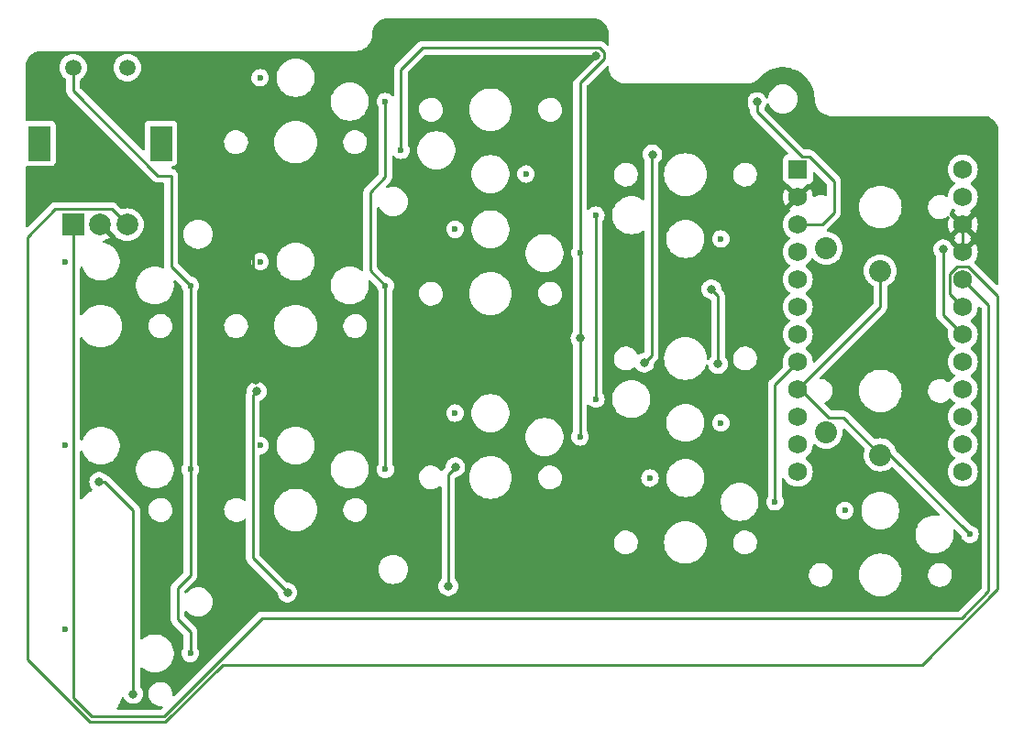
<source format=gbr>
%TF.GenerationSoftware,KiCad,Pcbnew,(7.0.0-0)*%
%TF.CreationDate,2023-02-20T17:01:46+08:00*%
%TF.ProjectId,left,6c656674-2e6b-4696-9361-645f70636258,v1.0.0*%
%TF.SameCoordinates,Original*%
%TF.FileFunction,Copper,L1,Top*%
%TF.FilePolarity,Positive*%
%FSLAX46Y46*%
G04 Gerber Fmt 4.6, Leading zero omitted, Abs format (unit mm)*
G04 Created by KiCad (PCBNEW (7.0.0-0)) date 2023-02-20 17:01:46*
%MOMM*%
%LPD*%
G01*
G04 APERTURE LIST*
%TA.AperFunction,ComponentPad*%
%ADD10C,0.600000*%
%TD*%
%TA.AperFunction,ComponentPad*%
%ADD11C,2.032000*%
%TD*%
%TA.AperFunction,ComponentPad*%
%ADD12R,2.000000X2.000000*%
%TD*%
%TA.AperFunction,ComponentPad*%
%ADD13C,2.000000*%
%TD*%
%TA.AperFunction,ComponentPad*%
%ADD14C,1.500000*%
%TD*%
%TA.AperFunction,ComponentPad*%
%ADD15R,2.000000X3.200000*%
%TD*%
%TA.AperFunction,ComponentPad*%
%ADD16R,1.752600X1.752600*%
%TD*%
%TA.AperFunction,ComponentPad*%
%ADD17C,1.752600*%
%TD*%
%TA.AperFunction,ViaPad*%
%ADD18C,0.800000*%
%TD*%
%TA.AperFunction,Conductor*%
%ADD19C,0.250000*%
%TD*%
G04 APERTURE END LIST*
D10*
%TO.P,S1,3*%
%TO.N,C0R0D*%
X-3275000Y39950000D03*
%TO.P,S1,4*%
%TO.N,C0*%
X8275000Y37750000D03*
%TD*%
%TO.P,S2,3*%
%TO.N,C0R1D*%
X-3275000Y22950000D03*
%TO.P,S2,4*%
%TO.N,C0*%
X8275000Y20750000D03*
%TD*%
%TO.P,S3,3*%
%TO.N,C0R2D*%
X-3275000Y5950000D03*
%TO.P,S3,4*%
%TO.N,C0*%
X8275000Y3750000D03*
%TD*%
%TO.P,S4,3*%
%TO.N,C1R0D*%
X14725000Y56950000D03*
%TO.P,S4,4*%
%TO.N,C1*%
X26275000Y54750000D03*
%TD*%
%TO.P,S5,3*%
%TO.N,C1R1D*%
X14725000Y39950000D03*
%TO.P,S5,4*%
%TO.N,C1*%
X26275000Y37750000D03*
%TD*%
%TO.P,S6,3*%
%TO.N,C1R2D*%
X14725000Y22950000D03*
%TO.P,S6,4*%
%TO.N,C1*%
X26275000Y20750000D03*
%TD*%
%TO.P,S7,3*%
%TO.N,C2R0D*%
X39275000Y48050000D03*
%TO.P,S7,4*%
%TO.N,C2*%
X27725000Y50250000D03*
%TD*%
%TO.P,S8,3*%
%TO.N,C2R1D*%
X32725000Y42950000D03*
%TO.P,S8,4*%
%TO.N,C2*%
X44275000Y40750000D03*
%TD*%
%TO.P,S9,3*%
%TO.N,C2R2D*%
X32725000Y25950000D03*
%TO.P,S9,4*%
%TO.N,C2*%
X44275000Y23750000D03*
%TD*%
%TO.P,S10,3*%
%TO.N,C3R0D*%
X57275000Y42050000D03*
%TO.P,S10,4*%
%TO.N,C3*%
X45725000Y44250000D03*
%TD*%
%TO.P,S11,3*%
%TO.N,C3R1D*%
X57275000Y25050000D03*
%TO.P,S11,4*%
%TO.N,C3*%
X45725000Y27250000D03*
%TD*%
%TO.P,S12,3*%
%TO.N,C3R2D*%
X50725000Y19950000D03*
%TO.P,S12,4*%
%TO.N,C3*%
X62275000Y17750000D03*
%TD*%
D11*
%TO.P,S13,1*%
%TO.N,C4R0D*%
X67000000Y41200000D03*
%TO.P,S13,2*%
%TO.N,C4*%
X72000000Y39100000D03*
%TD*%
%TO.P,S14,1*%
%TO.N,C4R1D*%
X67000000Y24200000D03*
%TO.P,S14,2*%
%TO.N,C4*%
X72000000Y22100000D03*
%TD*%
D10*
%TO.P,S15,3*%
%TO.N,C4R2D*%
X68725000Y16950000D03*
%TO.P,S15,4*%
%TO.N,C4*%
X80275000Y14750000D03*
%TD*%
D12*
%TO.P,ROT1,A*%
%TO.N,P2*%
X-2539999Y43379999D03*
D13*
%TO.P,ROT1,C*%
%TO.N,GND*%
X-40000Y43380000D03*
%TO.P,ROT1,B*%
%TO.N,P3*%
X2460000Y43380000D03*
D14*
%TO.P,ROT1,1*%
%TO.N,C0*%
X-2540000Y57880000D03*
%TO.P,ROT1,2*%
%TO.N,C0R3D*%
X2460000Y57880000D03*
D15*
%TO.P,ROT1,*%
%TO.N,*%
X-5639999Y50879999D03*
X5559999Y50879999D03*
%TD*%
D16*
%TO.P,MCU1,1*%
%TO.N,RAW*%
X64379999Y48469999D03*
D17*
%TO.P,MCU1,2*%
%TO.N,GND*%
X64380000Y45930000D03*
%TO.P,MCU1,3*%
%TO.N,RST*%
X64380000Y43390000D03*
%TO.P,MCU1,4*%
%TO.N,VCC*%
X64380000Y40850000D03*
%TO.P,MCU1,5*%
%TO.N,C0*%
X64380000Y38310000D03*
%TO.P,MCU1,6*%
%TO.N,C1*%
X64380000Y35770000D03*
%TO.P,MCU1,7*%
%TO.N,C2*%
X64380000Y33230000D03*
%TO.P,MCU1,8*%
%TO.N,C3*%
X64380000Y30690000D03*
%TO.P,MCU1,9*%
%TO.N,C4*%
X64380000Y28150000D03*
%TO.P,MCU1,10*%
%TO.N,C5*%
X64380000Y25610000D03*
%TO.P,MCU1,11*%
%TO.N,C6*%
X64380000Y23070000D03*
%TO.P,MCU1,12*%
%TO.N,P10*%
X64380000Y20530000D03*
%TO.P,MCU1,13*%
%TO.N,P1*%
X79620000Y48470000D03*
%TO.P,MCU1,14*%
%TO.N,P0*%
X79620000Y45930000D03*
%TO.P,MCU1,15*%
%TO.N,GND*%
X79620000Y43390000D03*
%TO.P,MCU1,16*%
X79620000Y40850000D03*
%TO.P,MCU1,17*%
%TO.N,P2*%
X79620000Y38310000D03*
%TO.P,MCU1,18*%
%TO.N,P3*%
X79620000Y35770000D03*
%TO.P,MCU1,19*%
%TO.N,R0*%
X79620000Y33230000D03*
%TO.P,MCU1,20*%
%TO.N,R1*%
X79620000Y30690000D03*
%TO.P,MCU1,21*%
%TO.N,R2*%
X79620000Y28150000D03*
%TO.P,MCU1,22*%
%TO.N,R3*%
X79620000Y25610000D03*
%TO.P,MCU1,23*%
%TO.N,P8*%
X79620000Y23070000D03*
%TO.P,MCU1,24*%
%TO.N,P9*%
X79620000Y20530000D03*
%TD*%
D18*
%TO.N,R0*%
X77800000Y41100000D03*
%TO.N,R1*%
X-150000Y19600000D03*
X56400000Y37400000D03*
X57000000Y30500000D03*
X3000000Y0D03*
%TO.N,R2*%
X32750000Y20950000D03*
X32100000Y9950000D03*
%TO.N,C2*%
X44300000Y32900000D03*
%TO.N,GND*%
X14350000Y29000000D03*
X42800000Y30250000D03*
X45750000Y59000000D03*
X59600000Y55500000D03*
X8400000Y47100000D03*
%TO.N,RAW*%
X50950000Y49850000D03*
X50200000Y30600000D03*
%TO.N,BSLI*%
X17250000Y9350000D03*
X14400000Y27950000D03*
%TO.N,RST*%
X60600000Y54700000D03*
%TD*%
D19*
%TO.N,C0*%
X7100000Y9800000D02*
X7100000Y6900000D01*
X6500000Y47900000D02*
X5290000Y47900000D01*
X7100000Y6900000D02*
X8275000Y5725000D01*
X8275000Y37750000D02*
X6500000Y39525000D01*
X5290000Y47900000D02*
X-2540000Y55730000D01*
X8275000Y20750000D02*
X8275000Y37750000D01*
X8275000Y10975000D02*
X7100000Y9800000D01*
X6500000Y39525000D02*
X6500000Y47900000D01*
X-2540000Y55730000D02*
X-2540000Y57880000D01*
X8275000Y20750000D02*
X8275000Y10975000D01*
X8275000Y5725000D02*
X8275000Y3750000D01*
%TO.N,R0*%
X77800000Y35050000D02*
X79620000Y33230000D01*
X77800000Y41100000D02*
X77800000Y35050000D01*
%TO.N,R1*%
X354999Y19600000D02*
X3000000Y16954999D01*
X57000000Y36800000D02*
X56400000Y37400000D01*
X-150000Y19600000D02*
X354999Y19600000D01*
X57000000Y30500000D02*
X57000000Y36800000D01*
X3000000Y16954999D02*
X3000000Y0D01*
%TO.N,R2*%
X32100000Y20300000D02*
X32100000Y9950000D01*
X32750000Y20950000D02*
X32100000Y20300000D01*
%TO.N,C1*%
X26275000Y37750000D02*
X26275000Y20750000D01*
X24900000Y39125000D02*
X26275000Y37750000D01*
X26275000Y54750000D02*
X26275000Y47775000D01*
X24900000Y46400000D02*
X24900000Y39125000D01*
X26275000Y47775000D02*
X24900000Y46400000D01*
%TO.N,C2*%
X29725000Y59725000D02*
X27725000Y57725000D01*
X27725000Y57725000D02*
X27725000Y50250000D01*
X44275000Y32875000D02*
X44300000Y32900000D01*
X44275000Y56499695D02*
X46475000Y58699695D01*
X44300000Y32900000D02*
X44275000Y32925000D01*
X44275000Y40750000D02*
X44275000Y56499695D01*
X46050305Y59725000D02*
X29725000Y59725000D01*
X44275000Y23750000D02*
X44275000Y32875000D01*
X44275000Y32925000D02*
X44275000Y40750000D01*
X46475000Y59300305D02*
X46050305Y59725000D01*
X46475000Y58699695D02*
X46475000Y59300305D01*
%TO.N,C3*%
X62275000Y28585000D02*
X64380000Y30690000D01*
X62275000Y17750000D02*
X62275000Y28585000D01*
X45725000Y44250000D02*
X45725000Y27250000D01*
%TO.N,C4*%
X72925000Y22100000D02*
X72000000Y22100000D01*
X67225316Y25541000D02*
X68559000Y25541000D01*
X68559000Y25541000D02*
X72000000Y22100000D01*
X72000000Y39100000D02*
X72000000Y35770000D01*
X80275000Y14750000D02*
X72925000Y22100000D01*
X72000000Y35770000D02*
X64380000Y28150000D01*
X64380000Y28150000D02*
X64616316Y28150000D01*
X64616316Y28150000D02*
X67225316Y25541000D01*
%TO.N,P2*%
X82000000Y9500000D02*
X82000000Y35930000D01*
X79475000Y6975000D02*
X82000000Y9500000D01*
X5810500Y-2089500D02*
X14875000Y6975000D01*
X-2540000Y43380000D02*
X-2540000Y-414999D01*
X82000000Y35930000D02*
X79620000Y38310000D01*
X-2540000Y-414999D02*
X-865499Y-2089500D01*
X14875000Y6975000D02*
X79475000Y6975000D01*
X-865499Y-2089500D02*
X5810500Y-2089500D01*
%TO.N,P3*%
X82800000Y9663604D02*
X75836396Y2700000D01*
X78418700Y38807595D02*
X79122405Y39511300D01*
X79620000Y35770000D02*
X78418700Y36971300D01*
X82800000Y36828895D02*
X82800000Y9663604D01*
X-6800000Y3208605D02*
X-6800000Y42200000D01*
X1040000Y44800000D02*
X2460000Y43380000D01*
X78418700Y36971300D02*
X78418700Y38807595D01*
X-991395Y-2600000D02*
X-6800000Y3208605D01*
X-4200000Y44800000D02*
X1040000Y44800000D01*
X80117595Y39511300D02*
X82800000Y36828895D01*
X75836396Y2700000D02*
X11236396Y2700000D01*
X-6800000Y42200000D02*
X-4200000Y44800000D01*
X5936396Y-2600000D02*
X-991395Y-2600000D01*
X11236396Y2700000D02*
X5936396Y-2600000D01*
X79122405Y39511300D02*
X80117595Y39511300D01*
%TO.N,GND*%
X14100000Y29250000D02*
X14100000Y41350000D01*
X64380000Y45930000D02*
X59600000Y50710000D01*
X45750000Y59000000D02*
X42875000Y56125000D01*
X14350000Y29000000D02*
X14100000Y29250000D01*
X42875000Y30275000D02*
X42850000Y30250000D01*
X59600000Y50710000D02*
X59600000Y55500000D01*
X79620000Y43390000D02*
X79620000Y40850000D01*
X42875000Y56125000D02*
X42875000Y30275000D01*
X14100000Y41350000D02*
X8400000Y47050000D01*
%TO.N,RAW*%
X50875000Y31275000D02*
X50875000Y49825000D01*
X50200000Y30600000D02*
X50875000Y31275000D01*
X50875000Y49825000D02*
X50900000Y49850000D01*
%TO.N,BSLI*%
X14050000Y27600000D02*
X14050000Y12550000D01*
X14050000Y12550000D02*
X17250000Y9350000D01*
X14400000Y27950000D02*
X14050000Y27600000D01*
%TO.N,RST*%
X67725900Y44492216D02*
X66623684Y43390000D01*
X66623684Y43390000D02*
X64380000Y43390000D01*
X64742735Y49671300D02*
X65428700Y49671300D01*
X67725900Y47374100D02*
X67725900Y44492216D01*
X60600000Y54700000D02*
X60600000Y53814035D01*
X60600000Y53814035D02*
X64742735Y49671300D01*
X65428700Y49671300D02*
X67725900Y47374100D01*
%TD*%
%TA.AperFunction,Conductor*%
%TO.N,GND*%
G36*
X45514854Y62424118D02*
G01*
X45721549Y62407850D01*
X45740767Y62404806D01*
X45937618Y62357546D01*
X45956123Y62351533D01*
X46143152Y62274064D01*
X46160490Y62265230D01*
X46333099Y62159455D01*
X46348841Y62148018D01*
X46502782Y62016540D01*
X46516540Y62002782D01*
X46648018Y61848841D01*
X46659455Y61833099D01*
X46765230Y61660490D01*
X46774064Y61643152D01*
X46851533Y61456123D01*
X46857546Y61437618D01*
X46904806Y61240767D01*
X46907850Y61221549D01*
X46924118Y61014854D01*
X46924500Y61005125D01*
X46924500Y60046071D01*
X46910985Y59989776D01*
X46873385Y59945753D01*
X46819898Y59923598D01*
X46762182Y59928140D01*
X46712821Y59958387D01*
X46553981Y60117227D01*
X46546407Y60125552D01*
X46542305Y60132018D01*
X46492601Y60178691D01*
X46489900Y60181308D01*
X46470075Y60201135D01*
X46466818Y60203660D01*
X46457929Y60211251D01*
X46425626Y60241586D01*
X46407730Y60251423D01*
X46391482Y60262096D01*
X46375346Y60274614D01*
X46334669Y60292215D01*
X46324189Y60297350D01*
X46306551Y60307047D01*
X46285365Y60318695D01*
X46265578Y60323774D01*
X46247190Y60330070D01*
X46228450Y60338181D01*
X46184681Y60345112D01*
X46173247Y60347481D01*
X46130335Y60358500D01*
X46122534Y60358500D01*
X46109920Y60358500D01*
X46090522Y60360027D01*
X46090277Y60360065D01*
X46070362Y60363220D01*
X46032545Y60359645D01*
X46026247Y60359050D01*
X46014578Y60358500D01*
X29803846Y60358500D01*
X29792562Y60359031D01*
X29785091Y60360702D01*
X29716983Y60358561D01*
X29713087Y60358500D01*
X29685144Y60358500D01*
X29681041Y60357981D01*
X29669390Y60357064D01*
X29625110Y60355673D01*
X29617622Y60353497D01*
X29617619Y60353497D01*
X29610385Y60351394D01*
X29605513Y60349979D01*
X29586452Y60346031D01*
X29566203Y60343474D01*
X29558952Y60340603D01*
X29525005Y60327162D01*
X29513949Y60323377D01*
X29471407Y60311018D01*
X29453824Y60300619D01*
X29436371Y60292070D01*
X29417383Y60284552D01*
X29381530Y60258503D01*
X29371779Y60252098D01*
X29333638Y60229542D01*
X29328120Y60224024D01*
X29319203Y60215107D01*
X29304407Y60202470D01*
X29287893Y60190472D01*
X29282920Y60184460D01*
X29282916Y60184457D01*
X29259643Y60156325D01*
X29251781Y60147685D01*
X27332792Y58228697D01*
X27324444Y58221100D01*
X27317982Y58217000D01*
X27312642Y58211314D01*
X27312640Y58211312D01*
X27271340Y58167331D01*
X27268629Y58164534D01*
X27248865Y58144770D01*
X27246474Y58141689D01*
X27246473Y58141687D01*
X27246317Y58141486D01*
X27238746Y58132624D01*
X27213754Y58106009D01*
X27213749Y58106003D01*
X27208414Y58100321D01*
X27204658Y58093488D01*
X27204653Y58093482D01*
X27198576Y58082429D01*
X27187899Y58066174D01*
X27180170Y58056209D01*
X27175386Y58050041D01*
X27161642Y58018279D01*
X27157789Y58009376D01*
X27152649Y57998885D01*
X27131305Y57960060D01*
X27129365Y57952504D01*
X27126228Y57940286D01*
X27119926Y57921881D01*
X27114918Y57910309D01*
X27114915Y57910301D01*
X27111819Y57903145D01*
X27110598Y57895440D01*
X27110598Y57895438D01*
X27104887Y57859381D01*
X27102521Y57847955D01*
X27091500Y57805030D01*
X27091500Y57797228D01*
X27091500Y57784615D01*
X27089973Y57765217D01*
X27086780Y57745057D01*
X27087514Y57737291D01*
X27087514Y57737288D01*
X27090950Y57700942D01*
X27091500Y57689273D01*
X27091500Y55376254D01*
X27077985Y55319959D01*
X27040385Y55275936D01*
X26986898Y55253781D01*
X26929182Y55258323D01*
X26879819Y55288573D01*
X26835272Y55333120D01*
X26782281Y55386111D01*
X26628015Y55483043D01*
X26456047Y55543217D01*
X26275000Y55563616D01*
X26093953Y55543217D01*
X25921985Y55483043D01*
X25767719Y55386111D01*
X25638889Y55257281D01*
X25541957Y55103015D01*
X25539659Y55096449D01*
X25539658Y55096446D01*
X25495023Y54968885D01*
X25481783Y54931047D01*
X25481003Y54924130D01*
X25481002Y54924123D01*
X25463809Y54771526D01*
X25461384Y54750000D01*
X25462164Y54743077D01*
X25481002Y54575876D01*
X25481003Y54575867D01*
X25481783Y54568953D01*
X25484081Y54562383D01*
X25484083Y54562378D01*
X25539658Y54403553D01*
X25539660Y54403547D01*
X25541957Y54396985D01*
X25545656Y54391097D01*
X25545659Y54391092D01*
X25622494Y54268811D01*
X25641500Y54202839D01*
X25641500Y48088766D01*
X25632061Y48041313D01*
X25605181Y48001085D01*
X25056270Y47452175D01*
X24507792Y46903697D01*
X24499444Y46896100D01*
X24492982Y46892000D01*
X24487642Y46886314D01*
X24487640Y46886312D01*
X24446340Y46842331D01*
X24443629Y46839534D01*
X24423865Y46819770D01*
X24421474Y46816689D01*
X24421473Y46816687D01*
X24421317Y46816486D01*
X24413746Y46807624D01*
X24388754Y46781009D01*
X24388749Y46781003D01*
X24383414Y46775321D01*
X24379658Y46768488D01*
X24379653Y46768482D01*
X24373576Y46757429D01*
X24362899Y46741174D01*
X24355170Y46731209D01*
X24350386Y46725041D01*
X24339088Y46698933D01*
X24332789Y46684376D01*
X24327649Y46673884D01*
X24317061Y46654624D01*
X24306305Y46635060D01*
X24304365Y46627504D01*
X24301228Y46615286D01*
X24294926Y46596881D01*
X24289918Y46585309D01*
X24289915Y46585301D01*
X24286819Y46578145D01*
X24285598Y46570440D01*
X24285598Y46570438D01*
X24279887Y46534381D01*
X24277521Y46522955D01*
X24266500Y46480030D01*
X24266500Y46472228D01*
X24266500Y46459615D01*
X24264973Y46440217D01*
X24261780Y46420057D01*
X24262514Y46412291D01*
X24262514Y46412288D01*
X24265950Y46375942D01*
X24266500Y46364273D01*
X24266500Y39236462D01*
X24247494Y39170490D01*
X24196302Y39124742D01*
X24128617Y39113242D01*
X24065187Y39139515D01*
X24054773Y39147820D01*
X23988857Y39200386D01*
X23761643Y39331568D01*
X23517416Y39427420D01*
X23261630Y39485802D01*
X23065494Y39500500D01*
X22934506Y39500500D01*
X22738370Y39485802D01*
X22482584Y39427420D01*
X22238357Y39331568D01*
X22011143Y39200386D01*
X21806019Y39036805D01*
X21627567Y38844479D01*
X21479772Y38627704D01*
X21477756Y38623519D01*
X21477756Y38623518D01*
X21408324Y38479340D01*
X21365937Y38391323D01*
X21364573Y38386901D01*
X21364569Y38386891D01*
X21289971Y38145048D01*
X21288604Y38140615D01*
X21287913Y38136035D01*
X21287912Y38136028D01*
X21250190Y37885765D01*
X21250189Y37885754D01*
X21249500Y37881182D01*
X21249500Y37618818D01*
X21250189Y37614246D01*
X21250190Y37614234D01*
X21287912Y37363971D01*
X21287914Y37363961D01*
X21288604Y37359385D01*
X21289968Y37354959D01*
X21289971Y37354951D01*
X21364569Y37113108D01*
X21364574Y37113093D01*
X21365937Y37108677D01*
X21367944Y37104508D01*
X21367949Y37104497D01*
X21477756Y36876481D01*
X21477759Y36876474D01*
X21479772Y36872296D01*
X21482385Y36868463D01*
X21482387Y36868460D01*
X21574863Y36732823D01*
X21627567Y36655521D01*
X21630713Y36652129D01*
X21630719Y36652123D01*
X21802863Y36466596D01*
X21806019Y36463195D01*
X21809641Y36460306D01*
X21809646Y36460302D01*
X22007516Y36302506D01*
X22007519Y36302503D01*
X22011143Y36299614D01*
X22015159Y36297295D01*
X22015161Y36297294D01*
X22234335Y36170753D01*
X22234346Y36170747D01*
X22238357Y36168432D01*
X22242670Y36166739D01*
X22242681Y36166734D01*
X22478261Y36074276D01*
X22478268Y36074273D01*
X22482584Y36072580D01*
X22487102Y36071548D01*
X22487108Y36071547D01*
X22733850Y36015229D01*
X22733858Y36015227D01*
X22738370Y36014198D01*
X22742989Y36013851D01*
X22742995Y36013851D01*
X22932191Y35999673D01*
X22932203Y35999672D01*
X22934506Y35999500D01*
X23063177Y35999500D01*
X23065494Y35999500D01*
X23067797Y35999672D01*
X23067808Y35999673D01*
X23257004Y36013851D01*
X23257008Y36013851D01*
X23261630Y36014198D01*
X23266143Y36015228D01*
X23266149Y36015229D01*
X23512891Y36071547D01*
X23512893Y36071547D01*
X23517416Y36072580D01*
X23521734Y36074275D01*
X23521738Y36074276D01*
X23757318Y36166734D01*
X23757324Y36166737D01*
X23761643Y36168432D01*
X23765658Y36170750D01*
X23765664Y36170753D01*
X23955357Y36280273D01*
X23988857Y36299614D01*
X24193981Y36463195D01*
X24372433Y36655521D01*
X24520228Y36872296D01*
X24634063Y37108677D01*
X24644900Y37143808D01*
X24688305Y37284527D01*
X24711396Y37359385D01*
X24750500Y37618818D01*
X24750500Y37881182D01*
X24718384Y38094252D01*
X24724583Y38155433D01*
X24759414Y38206114D01*
X24814311Y38233827D01*
X24875772Y38231758D01*
X24928680Y38200414D01*
X25441151Y37687943D01*
X25465190Y37654065D01*
X25476690Y37614148D01*
X25481003Y37575868D01*
X25481004Y37575861D01*
X25481783Y37568953D01*
X25484080Y37562386D01*
X25484081Y37562385D01*
X25539658Y37403553D01*
X25539660Y37403547D01*
X25541957Y37396985D01*
X25545656Y37391097D01*
X25545659Y37391092D01*
X25622494Y37268811D01*
X25641500Y37202839D01*
X25641500Y21297161D01*
X25622494Y21231189D01*
X25565151Y21139928D01*
X25541957Y21103015D01*
X25539659Y21096449D01*
X25539658Y21096446D01*
X25491089Y20957642D01*
X25481783Y20931047D01*
X25481003Y20924130D01*
X25481002Y20924123D01*
X25466548Y20795836D01*
X25461384Y20750000D01*
X25462164Y20743077D01*
X25481002Y20575876D01*
X25481003Y20575867D01*
X25481783Y20568953D01*
X25484081Y20562383D01*
X25484083Y20562378D01*
X25539658Y20403553D01*
X25539660Y20403547D01*
X25541957Y20396985D01*
X25545656Y20391097D01*
X25545659Y20391092D01*
X25635181Y20248619D01*
X25635184Y20248614D01*
X25638889Y20242719D01*
X25643813Y20237794D01*
X25643817Y20237790D01*
X25762790Y20118817D01*
X25762794Y20118813D01*
X25767719Y20113889D01*
X25773614Y20110184D01*
X25773619Y20110181D01*
X25916092Y20020659D01*
X25916097Y20020656D01*
X25921985Y20016957D01*
X25928547Y20014660D01*
X25928553Y20014658D01*
X26087378Y19959083D01*
X26087383Y19959081D01*
X26093953Y19956783D01*
X26100867Y19956003D01*
X26100876Y19956002D01*
X26268077Y19937164D01*
X26275000Y19936384D01*
X26281923Y19937164D01*
X26449123Y19956002D01*
X26449130Y19956003D01*
X26456047Y19956783D01*
X26462618Y19959082D01*
X26462621Y19959083D01*
X26621446Y20014658D01*
X26621449Y20014659D01*
X26628015Y20016957D01*
X26668005Y20042084D01*
X26684813Y20052645D01*
X29394843Y20052645D01*
X29395123Y20046760D01*
X29395123Y20046753D01*
X29404571Y19848438D01*
X29404852Y19842541D01*
X29406243Y19836803D01*
X29406244Y19836803D01*
X29450222Y19655521D01*
X29454442Y19638129D01*
X29456893Y19632760D01*
X29456897Y19632751D01*
X29539363Y19452175D01*
X29539367Y19452166D01*
X29541821Y19446795D01*
X29545247Y19441983D01*
X29545251Y19441977D01*
X29660400Y19280273D01*
X29660404Y19280267D01*
X29663831Y19275456D01*
X29668104Y19271381D01*
X29668109Y19271376D01*
X29799554Y19146044D01*
X29816063Y19130303D01*
X29821026Y19127113D01*
X29821028Y19127112D01*
X29988043Y19019778D01*
X29988048Y19019775D01*
X29993014Y19016584D01*
X29998498Y19014388D01*
X29998501Y19014387D01*
X30182799Y18940604D01*
X30182803Y18940602D01*
X30188288Y18938407D01*
X30194088Y18937289D01*
X30194092Y18937288D01*
X30389031Y18899717D01*
X30389035Y18899716D01*
X30394829Y18898600D01*
X30549514Y18898600D01*
X30552468Y18898600D01*
X30555397Y18898879D01*
X30555403Y18898880D01*
X30703508Y18913022D01*
X30703512Y18913022D01*
X30709389Y18913584D01*
X30715058Y18915248D01*
X30715060Y18915249D01*
X30905545Y18971180D01*
X30905548Y18971181D01*
X30911211Y18972844D01*
X30962916Y18999500D01*
X31092920Y19066522D01*
X31092923Y19066524D01*
X31098170Y19069229D01*
X31263510Y19199253D01*
X31264402Y19198117D01*
X31306439Y19222653D01*
X31363649Y19226195D01*
X31416339Y19203630D01*
X31453252Y19159779D01*
X31466500Y19104012D01*
X31466500Y10651757D01*
X31458264Y10607319D01*
X31434650Y10568785D01*
X31360960Y10486944D01*
X31357712Y10481318D01*
X31357711Y10481317D01*
X31289593Y10363333D01*
X31265473Y10321556D01*
X31263466Y10315379D01*
X31263465Y10315377D01*
X31208465Y10146107D01*
X31208463Y10146100D01*
X31206458Y10139928D01*
X31205779Y10133475D01*
X31205778Y10133467D01*
X31193263Y10014387D01*
X31186496Y9950000D01*
X31187175Y9943540D01*
X31205778Y9766532D01*
X31205780Y9766522D01*
X31206458Y9760072D01*
X31208463Y9753901D01*
X31208465Y9753892D01*
X31263465Y9584622D01*
X31263467Y9584616D01*
X31265473Y9578444D01*
X31268718Y9572822D01*
X31268721Y9572817D01*
X31357711Y9418682D01*
X31357714Y9418676D01*
X31360960Y9413056D01*
X31365306Y9408228D01*
X31365307Y9408228D01*
X31484400Y9275961D01*
X31484403Y9275957D01*
X31488747Y9271134D01*
X31493991Y9267323D01*
X31494000Y9267316D01*
X31637993Y9162699D01*
X31637999Y9162695D01*
X31643248Y9158882D01*
X31649174Y9156243D01*
X31649182Y9156239D01*
X31811773Y9083849D01*
X31811782Y9083845D01*
X31817712Y9081206D01*
X31824061Y9079856D01*
X31824072Y9079853D01*
X31998150Y9042852D01*
X31998154Y9042851D01*
X32004513Y9041500D01*
X32188984Y9041500D01*
X32195487Y9041500D01*
X32201846Y9042851D01*
X32201849Y9042852D01*
X32375927Y9079853D01*
X32375935Y9079855D01*
X32382288Y9081206D01*
X32388219Y9083846D01*
X32388226Y9083849D01*
X32550817Y9156239D01*
X32550821Y9156241D01*
X32556752Y9158882D01*
X32562006Y9162699D01*
X32705999Y9267316D01*
X32706003Y9267319D01*
X32711253Y9271134D01*
X32839040Y9413056D01*
X32934527Y9578444D01*
X32993542Y9760072D01*
X33013504Y9950000D01*
X32993542Y10139928D01*
X32934527Y10321556D01*
X32839040Y10486944D01*
X32765349Y10568785D01*
X32741736Y10607319D01*
X32733500Y10651757D01*
X32733500Y11052645D01*
X65394843Y11052645D01*
X65395123Y11046760D01*
X65395123Y11046753D01*
X65404571Y10848438D01*
X65404852Y10842541D01*
X65406243Y10836803D01*
X65406244Y10836803D01*
X65451135Y10651757D01*
X65454442Y10638129D01*
X65456893Y10632760D01*
X65456897Y10632751D01*
X65539363Y10452175D01*
X65539367Y10452166D01*
X65541821Y10446795D01*
X65545247Y10441983D01*
X65545251Y10441977D01*
X65660400Y10280273D01*
X65660404Y10280267D01*
X65663831Y10275456D01*
X65668104Y10271381D01*
X65668109Y10271376D01*
X65811791Y10134376D01*
X65816063Y10130303D01*
X65821026Y10127113D01*
X65821028Y10127112D01*
X65988043Y10019778D01*
X65988048Y10019775D01*
X65993014Y10016584D01*
X65998498Y10014388D01*
X65998501Y10014387D01*
X66182799Y9940604D01*
X66182803Y9940602D01*
X66188288Y9938407D01*
X66194088Y9937289D01*
X66194092Y9937288D01*
X66389031Y9899717D01*
X66389035Y9899716D01*
X66394829Y9898600D01*
X66549514Y9898600D01*
X66552468Y9898600D01*
X66555397Y9898879D01*
X66555403Y9898880D01*
X66703508Y9913022D01*
X66703512Y9913022D01*
X66709389Y9913584D01*
X66715058Y9915248D01*
X66715060Y9915249D01*
X66905545Y9971180D01*
X66905548Y9971181D01*
X66911211Y9972844D01*
X66916460Y9975550D01*
X67092920Y10066522D01*
X67092923Y10066524D01*
X67098170Y10069229D01*
X67219273Y10164465D01*
X67258864Y10195599D01*
X67258866Y10195601D01*
X67263510Y10199253D01*
X67369486Y10321556D01*
X67397388Y10353756D01*
X67397388Y10353757D01*
X67401255Y10358219D01*
X67506426Y10540381D01*
X67575222Y10739154D01*
X67605157Y10947355D01*
X67602649Y11000000D01*
X70029981Y11000000D01*
X70030297Y10995582D01*
X70049716Y10724059D01*
X70049717Y10724048D01*
X70050033Y10719637D01*
X70050973Y10715314D01*
X70050975Y10715303D01*
X70106862Y10458399D01*
X70109781Y10444982D01*
X70111323Y10440845D01*
X70111326Y10440838D01*
X70206460Y10185773D01*
X70206464Y10185762D01*
X70208008Y10181625D01*
X70210125Y10177747D01*
X70210131Y10177735D01*
X70340588Y9938821D01*
X70340592Y9938813D01*
X70342715Y9934927D01*
X70345372Y9931377D01*
X70345375Y9931373D01*
X70508500Y9713463D01*
X70508505Y9713456D01*
X70511159Y9709912D01*
X70514289Y9706781D01*
X70514296Y9706774D01*
X70706774Y9514296D01*
X70706781Y9514289D01*
X70709912Y9511159D01*
X70713456Y9508505D01*
X70713463Y9508500D01*
X70931373Y9345375D01*
X70931377Y9345372D01*
X70934927Y9342715D01*
X70938813Y9340592D01*
X70938821Y9340588D01*
X71177735Y9210131D01*
X71177747Y9210125D01*
X71181625Y9208008D01*
X71185762Y9206464D01*
X71185773Y9206460D01*
X71440838Y9111326D01*
X71440845Y9111323D01*
X71444982Y9109781D01*
X71449305Y9108840D01*
X71449307Y9108840D01*
X71715303Y9050975D01*
X71715314Y9050973D01*
X71719637Y9050033D01*
X71724048Y9049717D01*
X71724059Y9049716D01*
X71927614Y9035158D01*
X71927617Y9035157D01*
X71929825Y9035000D01*
X72067960Y9035000D01*
X72070175Y9035000D01*
X72072383Y9035157D01*
X72072385Y9035158D01*
X72275940Y9049716D01*
X72275949Y9049717D01*
X72280363Y9050033D01*
X72284687Y9050973D01*
X72284696Y9050975D01*
X72550692Y9108840D01*
X72555018Y9109781D01*
X72559157Y9111325D01*
X72559161Y9111326D01*
X72814226Y9206460D01*
X72814232Y9206462D01*
X72818375Y9208008D01*
X72822257Y9210128D01*
X72822264Y9210131D01*
X73061178Y9340588D01*
X73061179Y9340589D01*
X73065073Y9342715D01*
X73290088Y9511159D01*
X73488841Y9709912D01*
X73657285Y9934927D01*
X73774113Y10148882D01*
X73789868Y10177735D01*
X73789868Y10177736D01*
X73791992Y10181625D01*
X73890219Y10444982D01*
X73949967Y10719637D01*
X73970019Y11000000D01*
X73966254Y11052645D01*
X76394843Y11052645D01*
X76395123Y11046760D01*
X76395123Y11046753D01*
X76404571Y10848438D01*
X76404852Y10842541D01*
X76406243Y10836803D01*
X76406244Y10836803D01*
X76451135Y10651757D01*
X76454442Y10638129D01*
X76456893Y10632760D01*
X76456897Y10632751D01*
X76539363Y10452175D01*
X76539367Y10452166D01*
X76541821Y10446795D01*
X76545247Y10441983D01*
X76545251Y10441977D01*
X76660400Y10280273D01*
X76660404Y10280267D01*
X76663831Y10275456D01*
X76668104Y10271381D01*
X76668109Y10271376D01*
X76811791Y10134376D01*
X76816063Y10130303D01*
X76821026Y10127113D01*
X76821028Y10127112D01*
X76988043Y10019778D01*
X76988048Y10019775D01*
X76993014Y10016584D01*
X76998498Y10014388D01*
X76998501Y10014387D01*
X77182799Y9940604D01*
X77182803Y9940602D01*
X77188288Y9938407D01*
X77194088Y9937289D01*
X77194092Y9937288D01*
X77389031Y9899717D01*
X77389035Y9899716D01*
X77394829Y9898600D01*
X77549514Y9898600D01*
X77552468Y9898600D01*
X77555397Y9898879D01*
X77555403Y9898880D01*
X77703508Y9913022D01*
X77703512Y9913022D01*
X77709389Y9913584D01*
X77715058Y9915248D01*
X77715060Y9915249D01*
X77905545Y9971180D01*
X77905548Y9971181D01*
X77911211Y9972844D01*
X77916460Y9975550D01*
X78092920Y10066522D01*
X78092923Y10066524D01*
X78098170Y10069229D01*
X78219273Y10164465D01*
X78258864Y10195599D01*
X78258866Y10195601D01*
X78263510Y10199253D01*
X78369486Y10321556D01*
X78397388Y10353756D01*
X78397388Y10353757D01*
X78401255Y10358219D01*
X78506426Y10540381D01*
X78575222Y10739154D01*
X78605157Y10947355D01*
X78595148Y11157459D01*
X78545558Y11361871D01*
X78458179Y11553205D01*
X78336169Y11724544D01*
X78183937Y11869697D01*
X78006986Y11983416D01*
X77811712Y12061593D01*
X77605171Y12101400D01*
X77447532Y12101400D01*
X77290611Y12086416D01*
X77088789Y12027156D01*
X76901830Y11930771D01*
X76736490Y11800747D01*
X76732621Y11796282D01*
X76670460Y11724544D01*
X76598745Y11641781D01*
X76493574Y11459619D01*
X76491641Y11454035D01*
X76491639Y11454030D01*
X76426709Y11266427D01*
X76426707Y11266421D01*
X76424778Y11260846D01*
X76423938Y11255007D01*
X76423937Y11255001D01*
X76395682Y11058484D01*
X76395681Y11058478D01*
X76394843Y11052645D01*
X73966254Y11052645D01*
X73949967Y11280363D01*
X73890219Y11555018D01*
X73791992Y11818375D01*
X73657285Y12065073D01*
X73488841Y12290088D01*
X73290088Y12488841D01*
X73065073Y12657285D01*
X72818375Y12791992D01*
X72555018Y12890219D01*
X72280363Y12949967D01*
X72070175Y12965000D01*
X71929825Y12965000D01*
X71719637Y12949967D01*
X71444982Y12890219D01*
X71181625Y12791992D01*
X71177736Y12789868D01*
X71177735Y12789868D01*
X71116768Y12756577D01*
X70934927Y12657285D01*
X70709912Y12488841D01*
X70511159Y12290088D01*
X70342715Y12065073D01*
X70340589Y12061179D01*
X70340588Y12061178D01*
X70210131Y11822264D01*
X70210128Y11822257D01*
X70208008Y11818375D01*
X70206462Y11814232D01*
X70206460Y11814226D01*
X70143806Y11646243D01*
X70109781Y11555018D01*
X70108840Y11550692D01*
X70050975Y11284696D01*
X70050973Y11284687D01*
X70050033Y11280363D01*
X70049717Y11275949D01*
X70049716Y11275940D01*
X70040821Y11151561D01*
X70029981Y11000000D01*
X67602649Y11000000D01*
X67595148Y11157459D01*
X67545558Y11361871D01*
X67458179Y11553205D01*
X67336169Y11724544D01*
X67183937Y11869697D01*
X67006986Y11983416D01*
X66811712Y12061593D01*
X66605171Y12101400D01*
X66447532Y12101400D01*
X66290611Y12086416D01*
X66088789Y12027156D01*
X65901830Y11930771D01*
X65736490Y11800747D01*
X65732621Y11796282D01*
X65670460Y11724544D01*
X65598745Y11641781D01*
X65493574Y11459619D01*
X65491641Y11454035D01*
X65491639Y11454030D01*
X65426709Y11266427D01*
X65426707Y11266421D01*
X65424778Y11260846D01*
X65423938Y11255007D01*
X65423937Y11255001D01*
X65395682Y11058484D01*
X65395681Y11058478D01*
X65394843Y11052645D01*
X32733500Y11052645D01*
X32733500Y14052645D01*
X47394843Y14052645D01*
X47395123Y14046760D01*
X47395123Y14046753D01*
X47403617Y13868460D01*
X47404852Y13842541D01*
X47406243Y13836803D01*
X47406244Y13836803D01*
X47450222Y13655521D01*
X47454442Y13638129D01*
X47456893Y13632760D01*
X47456897Y13632751D01*
X47539363Y13452175D01*
X47539367Y13452166D01*
X47541821Y13446795D01*
X47545247Y13441983D01*
X47545251Y13441977D01*
X47660400Y13280273D01*
X47660404Y13280267D01*
X47663831Y13275456D01*
X47668104Y13271381D01*
X47668109Y13271376D01*
X47773640Y13170753D01*
X47816063Y13130303D01*
X47821026Y13127113D01*
X47821028Y13127112D01*
X47988043Y13019778D01*
X47988048Y13019775D01*
X47993014Y13016584D01*
X47998498Y13014388D01*
X47998501Y13014387D01*
X48182799Y12940604D01*
X48182803Y12940602D01*
X48188288Y12938407D01*
X48194088Y12937289D01*
X48194092Y12937288D01*
X48389031Y12899717D01*
X48389035Y12899716D01*
X48394829Y12898600D01*
X48549514Y12898600D01*
X48552468Y12898600D01*
X48555397Y12898879D01*
X48555403Y12898880D01*
X48703508Y12913022D01*
X48703512Y12913022D01*
X48709389Y12913584D01*
X48715058Y12915248D01*
X48715060Y12915249D01*
X48905545Y12971180D01*
X48905548Y12971181D01*
X48911211Y12972844D01*
X48962916Y12999500D01*
X49092920Y13066522D01*
X49092923Y13066524D01*
X49098170Y13069229D01*
X49193723Y13144372D01*
X49258864Y13195599D01*
X49258866Y13195601D01*
X49263510Y13199253D01*
X49348463Y13297294D01*
X49397388Y13353756D01*
X49397388Y13353757D01*
X49401255Y13358219D01*
X49506426Y13540381D01*
X49575222Y13739154D01*
X49605157Y13947355D01*
X49602649Y14000000D01*
X52029981Y14000000D01*
X52030297Y13995582D01*
X52049716Y13724059D01*
X52049717Y13724048D01*
X52050033Y13719637D01*
X52050973Y13715314D01*
X52050975Y13715303D01*
X52087812Y13545969D01*
X52109781Y13444982D01*
X52111323Y13440845D01*
X52111326Y13440838D01*
X52206460Y13185773D01*
X52206464Y13185762D01*
X52208008Y13181625D01*
X52210125Y13177747D01*
X52210131Y13177735D01*
X52340588Y12938821D01*
X52340592Y12938813D01*
X52342715Y12934927D01*
X52345372Y12931377D01*
X52345375Y12931373D01*
X52508500Y12713463D01*
X52508505Y12713456D01*
X52511159Y12709912D01*
X52514289Y12706781D01*
X52514296Y12706774D01*
X52706774Y12514296D01*
X52706781Y12514289D01*
X52709912Y12511159D01*
X52713456Y12508505D01*
X52713463Y12508500D01*
X52931373Y12345375D01*
X52931377Y12345372D01*
X52934927Y12342715D01*
X52938813Y12340592D01*
X52938821Y12340588D01*
X53177735Y12210131D01*
X53177747Y12210125D01*
X53181625Y12208008D01*
X53185762Y12206464D01*
X53185773Y12206460D01*
X53440838Y12111326D01*
X53440845Y12111323D01*
X53444982Y12109781D01*
X53449305Y12108840D01*
X53449307Y12108840D01*
X53715303Y12050975D01*
X53715314Y12050973D01*
X53719637Y12050033D01*
X53724048Y12049717D01*
X53724059Y12049716D01*
X53927614Y12035158D01*
X53927617Y12035157D01*
X53929825Y12035000D01*
X54067960Y12035000D01*
X54070175Y12035000D01*
X54072383Y12035157D01*
X54072385Y12035158D01*
X54275940Y12049716D01*
X54275949Y12049717D01*
X54280363Y12050033D01*
X54284687Y12050973D01*
X54284696Y12050975D01*
X54550692Y12108840D01*
X54555018Y12109781D01*
X54559157Y12111325D01*
X54559161Y12111326D01*
X54814226Y12206460D01*
X54814232Y12206462D01*
X54818375Y12208008D01*
X54822257Y12210128D01*
X54822264Y12210131D01*
X55061178Y12340588D01*
X55061179Y12340589D01*
X55065073Y12342715D01*
X55290088Y12511159D01*
X55488841Y12709912D01*
X55657285Y12934927D01*
X55784788Y13168432D01*
X55789868Y13177735D01*
X55789868Y13177736D01*
X55791992Y13181625D01*
X55890219Y13444982D01*
X55949967Y13719637D01*
X55970019Y14000000D01*
X55966254Y14052645D01*
X58394843Y14052645D01*
X58395123Y14046760D01*
X58395123Y14046753D01*
X58403617Y13868460D01*
X58404852Y13842541D01*
X58406243Y13836803D01*
X58406244Y13836803D01*
X58450222Y13655521D01*
X58454442Y13638129D01*
X58456893Y13632760D01*
X58456897Y13632751D01*
X58539363Y13452175D01*
X58539367Y13452166D01*
X58541821Y13446795D01*
X58545247Y13441983D01*
X58545251Y13441977D01*
X58660400Y13280273D01*
X58660404Y13280267D01*
X58663831Y13275456D01*
X58668104Y13271381D01*
X58668109Y13271376D01*
X58773640Y13170753D01*
X58816063Y13130303D01*
X58821026Y13127113D01*
X58821028Y13127112D01*
X58988043Y13019778D01*
X58988048Y13019775D01*
X58993014Y13016584D01*
X58998498Y13014388D01*
X58998501Y13014387D01*
X59182799Y12940604D01*
X59182803Y12940602D01*
X59188288Y12938407D01*
X59194088Y12937289D01*
X59194092Y12937288D01*
X59389031Y12899717D01*
X59389035Y12899716D01*
X59394829Y12898600D01*
X59549514Y12898600D01*
X59552468Y12898600D01*
X59555397Y12898879D01*
X59555403Y12898880D01*
X59703508Y12913022D01*
X59703512Y12913022D01*
X59709389Y12913584D01*
X59715058Y12915248D01*
X59715060Y12915249D01*
X59905545Y12971180D01*
X59905548Y12971181D01*
X59911211Y12972844D01*
X59962916Y12999500D01*
X60092920Y13066522D01*
X60092923Y13066524D01*
X60098170Y13069229D01*
X60193723Y13144372D01*
X60258864Y13195599D01*
X60258866Y13195601D01*
X60263510Y13199253D01*
X60348463Y13297294D01*
X60397388Y13353756D01*
X60397388Y13353757D01*
X60401255Y13358219D01*
X60506426Y13540381D01*
X60575222Y13739154D01*
X60605157Y13947355D01*
X60595148Y14157459D01*
X60545558Y14361871D01*
X60458179Y14553205D01*
X60336169Y14724544D01*
X60183937Y14869697D01*
X60006986Y14983416D01*
X59811712Y15061593D01*
X59605171Y15101400D01*
X59447532Y15101400D01*
X59290611Y15086416D01*
X59088789Y15027156D01*
X58901830Y14930771D01*
X58736490Y14800747D01*
X58732621Y14796282D01*
X58638745Y14687943D01*
X58598745Y14641781D01*
X58493574Y14459619D01*
X58491641Y14454035D01*
X58491639Y14454030D01*
X58426709Y14266427D01*
X58426707Y14266421D01*
X58424778Y14260846D01*
X58423938Y14255007D01*
X58423937Y14255001D01*
X58395682Y14058484D01*
X58395681Y14058478D01*
X58394843Y14052645D01*
X55966254Y14052645D01*
X55949967Y14280363D01*
X55890219Y14555018D01*
X55791992Y14818375D01*
X55657285Y15065073D01*
X55488841Y15290088D01*
X55290088Y15488841D01*
X55065073Y15657285D01*
X54818375Y15791992D01*
X54555018Y15890219D01*
X54280363Y15949967D01*
X54070175Y15965000D01*
X53929825Y15965000D01*
X53719637Y15949967D01*
X53444982Y15890219D01*
X53181625Y15791992D01*
X52934927Y15657285D01*
X52709912Y15488841D01*
X52511159Y15290088D01*
X52342715Y15065073D01*
X52340589Y15061179D01*
X52340588Y15061178D01*
X52210131Y14822264D01*
X52210128Y14822257D01*
X52208008Y14818375D01*
X52206462Y14814232D01*
X52206460Y14814226D01*
X52112526Y14562378D01*
X52109781Y14555018D01*
X52108840Y14550692D01*
X52050975Y14284696D01*
X52050973Y14284687D01*
X52050033Y14280363D01*
X52049717Y14275949D01*
X52049716Y14275940D01*
X52037861Y14110181D01*
X52029981Y14000000D01*
X49602649Y14000000D01*
X49595148Y14157459D01*
X49545558Y14361871D01*
X49458179Y14553205D01*
X49336169Y14724544D01*
X49183937Y14869697D01*
X49006986Y14983416D01*
X48811712Y15061593D01*
X48605171Y15101400D01*
X48447532Y15101400D01*
X48290611Y15086416D01*
X48088789Y15027156D01*
X47901830Y14930771D01*
X47736490Y14800747D01*
X47732621Y14796282D01*
X47638745Y14687943D01*
X47598745Y14641781D01*
X47493574Y14459619D01*
X47491641Y14454035D01*
X47491639Y14454030D01*
X47426709Y14266427D01*
X47426707Y14266421D01*
X47424778Y14260846D01*
X47423938Y14255007D01*
X47423937Y14255001D01*
X47395682Y14058484D01*
X47395681Y14058478D01*
X47394843Y14052645D01*
X32733500Y14052645D01*
X32733500Y17618818D01*
X57249500Y17618818D01*
X57250189Y17614246D01*
X57250190Y17614234D01*
X57287912Y17363971D01*
X57287914Y17363961D01*
X57288604Y17359385D01*
X57289968Y17354959D01*
X57289971Y17354951D01*
X57364569Y17113108D01*
X57364574Y17113093D01*
X57365937Y17108677D01*
X57367944Y17104508D01*
X57367949Y17104497D01*
X57477756Y16876481D01*
X57477759Y16876474D01*
X57479772Y16872296D01*
X57482385Y16868463D01*
X57482387Y16868460D01*
X57577528Y16728915D01*
X57627567Y16655521D01*
X57630713Y16652129D01*
X57630719Y16652123D01*
X57786000Y16484770D01*
X57806019Y16463195D01*
X57809641Y16460306D01*
X57809646Y16460302D01*
X58007516Y16302506D01*
X58007519Y16302503D01*
X58011143Y16299614D01*
X58015159Y16297295D01*
X58015161Y16297294D01*
X58234335Y16170753D01*
X58234346Y16170747D01*
X58238357Y16168432D01*
X58242670Y16166739D01*
X58242681Y16166734D01*
X58478261Y16074276D01*
X58478268Y16074273D01*
X58482584Y16072580D01*
X58487102Y16071548D01*
X58487108Y16071547D01*
X58733850Y16015229D01*
X58733858Y16015227D01*
X58738370Y16014198D01*
X58742989Y16013851D01*
X58742995Y16013851D01*
X58932191Y15999673D01*
X58932203Y15999672D01*
X58934506Y15999500D01*
X59063177Y15999500D01*
X59065494Y15999500D01*
X59067797Y15999672D01*
X59067808Y15999673D01*
X59257004Y16013851D01*
X59257008Y16013851D01*
X59261630Y16014198D01*
X59266143Y16015228D01*
X59266149Y16015229D01*
X59512891Y16071547D01*
X59512893Y16071547D01*
X59517416Y16072580D01*
X59521734Y16074275D01*
X59521738Y16074276D01*
X59757318Y16166734D01*
X59757324Y16166737D01*
X59761643Y16168432D01*
X59765658Y16170750D01*
X59765664Y16170753D01*
X59955357Y16280273D01*
X59988857Y16299614D01*
X60193981Y16463195D01*
X60372433Y16655521D01*
X60520228Y16872296D01*
X60634063Y17108677D01*
X60638828Y17124123D01*
X60679198Y17255001D01*
X60711396Y17359385D01*
X60750500Y17618818D01*
X60750500Y17881182D01*
X60711396Y18140615D01*
X60634063Y18391323D01*
X60520228Y18627704D01*
X60372433Y18844479D01*
X60193981Y19036805D01*
X59988857Y19200386D01*
X59761643Y19331568D01*
X59517416Y19427420D01*
X59261630Y19485802D01*
X59065494Y19500500D01*
X58934506Y19500500D01*
X58738370Y19485802D01*
X58482584Y19427420D01*
X58238357Y19331568D01*
X58011143Y19200386D01*
X57806019Y19036805D01*
X57627567Y18844479D01*
X57479772Y18627704D01*
X57477756Y18623519D01*
X57477756Y18623518D01*
X57370302Y18400386D01*
X57365937Y18391323D01*
X57364573Y18386901D01*
X57364569Y18386891D01*
X57289971Y18145048D01*
X57288604Y18140615D01*
X57287913Y18136035D01*
X57287912Y18136028D01*
X57250190Y17885765D01*
X57250189Y17885754D01*
X57249500Y17881182D01*
X57249500Y17618818D01*
X32733500Y17618818D01*
X32733500Y19918763D01*
X32748015Y19976978D01*
X32768744Y20000000D01*
X34029981Y20000000D01*
X34030297Y19995582D01*
X34049716Y19724059D01*
X34049717Y19724048D01*
X34050033Y19719637D01*
X34050973Y19715314D01*
X34050975Y19715303D01*
X34104072Y19471227D01*
X34109781Y19444982D01*
X34111323Y19440845D01*
X34111326Y19440838D01*
X34206460Y19185773D01*
X34206464Y19185762D01*
X34208008Y19181625D01*
X34210125Y19177747D01*
X34210131Y19177735D01*
X34340588Y18938821D01*
X34340592Y18938813D01*
X34342715Y18934927D01*
X34345372Y18931377D01*
X34345375Y18931373D01*
X34508500Y18713463D01*
X34508505Y18713456D01*
X34511159Y18709912D01*
X34514289Y18706781D01*
X34514296Y18706774D01*
X34706774Y18514296D01*
X34706781Y18514289D01*
X34709912Y18511159D01*
X34713456Y18508505D01*
X34713463Y18508500D01*
X34931373Y18345375D01*
X34931377Y18345372D01*
X34934927Y18342715D01*
X34938813Y18340592D01*
X34938821Y18340588D01*
X35177735Y18210131D01*
X35177747Y18210125D01*
X35181625Y18208008D01*
X35185762Y18206464D01*
X35185773Y18206460D01*
X35440838Y18111326D01*
X35440845Y18111323D01*
X35444982Y18109781D01*
X35449305Y18108840D01*
X35449307Y18108840D01*
X35715303Y18050975D01*
X35715314Y18050973D01*
X35719637Y18050033D01*
X35724048Y18049717D01*
X35724059Y18049716D01*
X35927614Y18035158D01*
X35927617Y18035157D01*
X35929825Y18035000D01*
X36067960Y18035000D01*
X36070175Y18035000D01*
X36072383Y18035157D01*
X36072385Y18035158D01*
X36275940Y18049716D01*
X36275949Y18049717D01*
X36280363Y18050033D01*
X36284687Y18050973D01*
X36284696Y18050975D01*
X36550692Y18108840D01*
X36555018Y18109781D01*
X36559157Y18111325D01*
X36559161Y18111326D01*
X36814226Y18206460D01*
X36814232Y18206462D01*
X36818375Y18208008D01*
X36822257Y18210128D01*
X36822264Y18210131D01*
X37061178Y18340588D01*
X37061179Y18340589D01*
X37065073Y18342715D01*
X37290088Y18511159D01*
X37488841Y18709912D01*
X37657285Y18934927D01*
X37767715Y19137164D01*
X37789868Y19177735D01*
X37789868Y19177736D01*
X37791992Y19181625D01*
X37890219Y19444982D01*
X37949967Y19719637D01*
X37970019Y20000000D01*
X37966254Y20052645D01*
X40394843Y20052645D01*
X40395123Y20046760D01*
X40395123Y20046753D01*
X40404571Y19848438D01*
X40404852Y19842541D01*
X40406243Y19836803D01*
X40406244Y19836803D01*
X40450222Y19655521D01*
X40454442Y19638129D01*
X40456893Y19632760D01*
X40456897Y19632751D01*
X40539363Y19452175D01*
X40539367Y19452166D01*
X40541821Y19446795D01*
X40545247Y19441983D01*
X40545251Y19441977D01*
X40660400Y19280273D01*
X40660404Y19280267D01*
X40663831Y19275456D01*
X40668104Y19271381D01*
X40668109Y19271376D01*
X40799554Y19146044D01*
X40816063Y19130303D01*
X40821026Y19127113D01*
X40821028Y19127112D01*
X40988043Y19019778D01*
X40988048Y19019775D01*
X40993014Y19016584D01*
X40998498Y19014388D01*
X40998501Y19014387D01*
X41182799Y18940604D01*
X41182803Y18940602D01*
X41188288Y18938407D01*
X41194088Y18937289D01*
X41194092Y18937288D01*
X41389031Y18899717D01*
X41389035Y18899716D01*
X41394829Y18898600D01*
X41549514Y18898600D01*
X41552468Y18898600D01*
X41555397Y18898879D01*
X41555403Y18898880D01*
X41703508Y18913022D01*
X41703512Y18913022D01*
X41709389Y18913584D01*
X41715058Y18915248D01*
X41715060Y18915249D01*
X41905545Y18971180D01*
X41905548Y18971181D01*
X41911211Y18972844D01*
X41962916Y18999500D01*
X42092920Y19066522D01*
X42092923Y19066524D01*
X42098170Y19069229D01*
X42209505Y19156783D01*
X42258864Y19195599D01*
X42258866Y19195601D01*
X42263510Y19199253D01*
X42348463Y19297294D01*
X42397388Y19353756D01*
X42397388Y19353757D01*
X42401255Y19358219D01*
X42506426Y19540381D01*
X42575222Y19739154D01*
X42605157Y19947355D01*
X42605031Y19950000D01*
X49911384Y19950000D01*
X49912164Y19943077D01*
X49931002Y19775876D01*
X49931003Y19775867D01*
X49931783Y19768953D01*
X49934081Y19762383D01*
X49934083Y19762378D01*
X49989658Y19603553D01*
X49989660Y19603547D01*
X49991957Y19596985D01*
X49995656Y19591097D01*
X49995659Y19591092D01*
X50085181Y19448619D01*
X50085184Y19448614D01*
X50088889Y19442719D01*
X50093813Y19437794D01*
X50093817Y19437790D01*
X50212790Y19318817D01*
X50212794Y19318813D01*
X50217719Y19313889D01*
X50223614Y19310184D01*
X50223619Y19310181D01*
X50366092Y19220659D01*
X50366097Y19220656D01*
X50371985Y19216957D01*
X50378547Y19214660D01*
X50378553Y19214658D01*
X50537378Y19159083D01*
X50537383Y19159081D01*
X50543953Y19156783D01*
X50550867Y19156003D01*
X50550876Y19156002D01*
X50718077Y19137164D01*
X50725000Y19136384D01*
X50731923Y19137164D01*
X50899123Y19156002D01*
X50899130Y19156003D01*
X50906047Y19156783D01*
X50912618Y19159082D01*
X50912621Y19159083D01*
X51071446Y19214658D01*
X51071449Y19214659D01*
X51078015Y19216957D01*
X51096297Y19228444D01*
X51226380Y19310181D01*
X51232281Y19313889D01*
X51361111Y19442719D01*
X51458043Y19596985D01*
X51518217Y19768953D01*
X51523835Y19818818D01*
X52249500Y19818818D01*
X52250189Y19814246D01*
X52250190Y19814234D01*
X52287912Y19563971D01*
X52287914Y19563961D01*
X52288604Y19559385D01*
X52289968Y19554959D01*
X52289971Y19554951D01*
X52364569Y19313108D01*
X52364574Y19313093D01*
X52365937Y19308677D01*
X52367944Y19304508D01*
X52367949Y19304497D01*
X52477756Y19076481D01*
X52477759Y19076474D01*
X52479772Y19072296D01*
X52482385Y19068463D01*
X52482387Y19068460D01*
X52624957Y18859349D01*
X52627567Y18855521D01*
X52630713Y18852129D01*
X52630719Y18852123D01*
X52786000Y18684770D01*
X52806019Y18663195D01*
X52809641Y18660306D01*
X52809646Y18660302D01*
X53007516Y18502506D01*
X53007519Y18502503D01*
X53011143Y18499614D01*
X53015159Y18497295D01*
X53015161Y18497294D01*
X53234335Y18370753D01*
X53234346Y18370747D01*
X53238357Y18368432D01*
X53242670Y18366739D01*
X53242681Y18366734D01*
X53478261Y18274276D01*
X53478268Y18274273D01*
X53482584Y18272580D01*
X53487102Y18271548D01*
X53487108Y18271547D01*
X53733850Y18215229D01*
X53733858Y18215227D01*
X53738370Y18214198D01*
X53742989Y18213851D01*
X53742995Y18213851D01*
X53932191Y18199673D01*
X53932203Y18199672D01*
X53934506Y18199500D01*
X54063177Y18199500D01*
X54065494Y18199500D01*
X54067797Y18199672D01*
X54067808Y18199673D01*
X54257004Y18213851D01*
X54257008Y18213851D01*
X54261630Y18214198D01*
X54266143Y18215228D01*
X54266149Y18215229D01*
X54512891Y18271547D01*
X54512893Y18271547D01*
X54517416Y18272580D01*
X54521734Y18274275D01*
X54521738Y18274276D01*
X54757318Y18366734D01*
X54757324Y18366737D01*
X54761643Y18368432D01*
X54765658Y18370750D01*
X54765664Y18370753D01*
X54964762Y18485703D01*
X54988857Y18499614D01*
X55193981Y18663195D01*
X55372433Y18855521D01*
X55520228Y19072296D01*
X55634063Y19308677D01*
X55641648Y19333265D01*
X55674829Y19440838D01*
X55711396Y19559385D01*
X55750500Y19818818D01*
X55750500Y20081182D01*
X55711396Y20340615D01*
X55634063Y20591323D01*
X55520228Y20827704D01*
X55372433Y21044479D01*
X55193981Y21236805D01*
X54988857Y21400386D01*
X54761643Y21531568D01*
X54517416Y21627420D01*
X54261630Y21685802D01*
X54065494Y21700500D01*
X53934506Y21700500D01*
X53738370Y21685802D01*
X53482584Y21627420D01*
X53238357Y21531568D01*
X53011143Y21400386D01*
X52806019Y21236805D01*
X52627567Y21044479D01*
X52479772Y20827704D01*
X52477756Y20823519D01*
X52477756Y20823518D01*
X52379178Y20618818D01*
X52365937Y20591323D01*
X52364573Y20586901D01*
X52364569Y20586891D01*
X52293026Y20354951D01*
X52288604Y20340615D01*
X52287913Y20336035D01*
X52287912Y20336028D01*
X52250190Y20085765D01*
X52250189Y20085754D01*
X52249500Y20081182D01*
X52249500Y19818818D01*
X51523835Y19818818D01*
X51538616Y19950000D01*
X51518217Y20131047D01*
X51458043Y20303015D01*
X51361111Y20457281D01*
X51232281Y20586111D01*
X51078015Y20683043D01*
X50906047Y20743217D01*
X50725000Y20763616D01*
X50718077Y20762836D01*
X50665598Y20756923D01*
X50543953Y20743217D01*
X50371985Y20683043D01*
X50217719Y20586111D01*
X50088889Y20457281D01*
X50085181Y20451380D01*
X50024591Y20354951D01*
X49991957Y20303015D01*
X49989659Y20296449D01*
X49989658Y20296446D01*
X49935535Y20141771D01*
X49931783Y20131047D01*
X49931003Y20124130D01*
X49931002Y20124123D01*
X49912407Y19959083D01*
X49911384Y19950000D01*
X42605031Y19950000D01*
X42595148Y20157459D01*
X42545558Y20361871D01*
X42458179Y20553205D01*
X42336169Y20724544D01*
X42183937Y20869697D01*
X42006986Y20983416D01*
X41811712Y21061593D01*
X41605171Y21101400D01*
X41447532Y21101400D01*
X41290611Y21086416D01*
X41088789Y21027156D01*
X40901830Y20930771D01*
X40736490Y20800747D01*
X40732621Y20796282D01*
X40620123Y20666452D01*
X40598745Y20641781D01*
X40493574Y20459619D01*
X40491641Y20454035D01*
X40491639Y20454030D01*
X40426709Y20266427D01*
X40426707Y20266421D01*
X40424778Y20260846D01*
X40423938Y20255007D01*
X40423937Y20255001D01*
X40395682Y20058484D01*
X40395681Y20058478D01*
X40394843Y20052645D01*
X37966254Y20052645D01*
X37949967Y20280363D01*
X37890219Y20555018D01*
X37791992Y20818375D01*
X37657285Y21065073D01*
X37488841Y21290088D01*
X37290088Y21488841D01*
X37065073Y21657285D01*
X36818375Y21791992D01*
X36555018Y21890219D01*
X36280363Y21949967D01*
X36070175Y21965000D01*
X35929825Y21965000D01*
X35719637Y21949967D01*
X35444982Y21890219D01*
X35181625Y21791992D01*
X34934927Y21657285D01*
X34709912Y21488841D01*
X34511159Y21290088D01*
X34342715Y21065073D01*
X34340589Y21061179D01*
X34340588Y21061178D01*
X34210131Y20822264D01*
X34210128Y20822257D01*
X34208008Y20818375D01*
X34206462Y20814232D01*
X34206460Y20814226D01*
X34115662Y20570786D01*
X34109781Y20555018D01*
X34108840Y20550692D01*
X34050975Y20284696D01*
X34050973Y20284687D01*
X34050033Y20280363D01*
X34049717Y20275949D01*
X34049716Y20275940D01*
X34033746Y20052645D01*
X34029981Y20000000D01*
X32768744Y20000000D01*
X32788160Y20021564D01*
X32842934Y20041500D01*
X32845487Y20041500D01*
X32851848Y20042852D01*
X33025927Y20079853D01*
X33025935Y20079855D01*
X33032288Y20081206D01*
X33038219Y20083846D01*
X33038226Y20083849D01*
X33200817Y20156239D01*
X33200821Y20156241D01*
X33206752Y20158882D01*
X33218208Y20167205D01*
X33355999Y20267316D01*
X33356003Y20267319D01*
X33361253Y20271134D01*
X33489040Y20413056D01*
X33584527Y20578444D01*
X33643542Y20760072D01*
X33663504Y20950000D01*
X33643542Y21139928D01*
X33584527Y21321556D01*
X33489040Y21486944D01*
X33361253Y21628866D01*
X33206752Y21741118D01*
X33032288Y21818794D01*
X32845487Y21858500D01*
X32654513Y21858500D01*
X32510874Y21827968D01*
X32474072Y21820146D01*
X32474070Y21820145D01*
X32467712Y21818794D01*
X32461774Y21816150D01*
X32461773Y21816150D01*
X32425484Y21799993D01*
X32293248Y21741118D01*
X32287993Y21737300D01*
X32144000Y21632683D01*
X32143997Y21632680D01*
X32138747Y21628866D01*
X32010960Y21486944D01*
X32007712Y21481318D01*
X32007711Y21481317D01*
X31918721Y21327182D01*
X31915473Y21321556D01*
X31913466Y21315379D01*
X31913465Y21315377D01*
X31858465Y21146107D01*
X31858463Y21146100D01*
X31856458Y21139928D01*
X31855779Y21133467D01*
X31839018Y20974002D01*
X31827617Y20933580D01*
X31803378Y20899283D01*
X31707794Y20803699D01*
X31699444Y20796101D01*
X31692982Y20792000D01*
X31656915Y20753592D01*
X31646340Y20742331D01*
X31643629Y20739534D01*
X31623865Y20719770D01*
X31621474Y20716689D01*
X31621473Y20716687D01*
X31621317Y20716486D01*
X31613746Y20707624D01*
X31588754Y20681009D01*
X31588749Y20681003D01*
X31583414Y20675321D01*
X31579658Y20668489D01*
X31578178Y20666452D01*
X31533892Y20628718D01*
X31477269Y20615338D01*
X31420777Y20629257D01*
X31376855Y20667408D01*
X31336169Y20724544D01*
X31183937Y20869697D01*
X31006986Y20983416D01*
X30811712Y21061593D01*
X30605171Y21101400D01*
X30447532Y21101400D01*
X30290611Y21086416D01*
X30088789Y21027156D01*
X29901830Y20930771D01*
X29736490Y20800747D01*
X29732621Y20796282D01*
X29620123Y20666452D01*
X29598745Y20641781D01*
X29493574Y20459619D01*
X29491641Y20454035D01*
X29491639Y20454030D01*
X29426709Y20266427D01*
X29426707Y20266421D01*
X29424778Y20260846D01*
X29423938Y20255007D01*
X29423937Y20255001D01*
X29395682Y20058484D01*
X29395681Y20058478D01*
X29394843Y20052645D01*
X26684813Y20052645D01*
X26776380Y20110181D01*
X26782281Y20113889D01*
X26911111Y20242719D01*
X27008043Y20396985D01*
X27068217Y20568953D01*
X27079202Y20666452D01*
X27087836Y20743077D01*
X27088616Y20750000D01*
X27068217Y20931047D01*
X27008043Y21103015D01*
X26927506Y21231189D01*
X26908500Y21297161D01*
X26908500Y23618818D01*
X39249500Y23618818D01*
X39250189Y23614246D01*
X39250190Y23614234D01*
X39287912Y23363971D01*
X39287914Y23363961D01*
X39288604Y23359385D01*
X39289968Y23354959D01*
X39289971Y23354951D01*
X39364569Y23113108D01*
X39364574Y23113093D01*
X39365937Y23108677D01*
X39367944Y23104508D01*
X39367949Y23104497D01*
X39477756Y22876481D01*
X39477759Y22876474D01*
X39479772Y22872296D01*
X39482385Y22868463D01*
X39482387Y22868460D01*
X39536055Y22789744D01*
X39627567Y22655521D01*
X39630713Y22652129D01*
X39630719Y22652123D01*
X39802445Y22467047D01*
X39806019Y22463195D01*
X39809641Y22460306D01*
X39809646Y22460302D01*
X40007516Y22302506D01*
X40007519Y22302503D01*
X40011143Y22299614D01*
X40015159Y22297295D01*
X40015161Y22297294D01*
X40234335Y22170753D01*
X40234346Y22170747D01*
X40238357Y22168432D01*
X40242670Y22166739D01*
X40242681Y22166734D01*
X40478261Y22074276D01*
X40478268Y22074273D01*
X40482584Y22072580D01*
X40487102Y22071548D01*
X40487108Y22071547D01*
X40733850Y22015229D01*
X40733858Y22015227D01*
X40738370Y22014198D01*
X40742989Y22013851D01*
X40742995Y22013851D01*
X40932191Y21999673D01*
X40932203Y21999672D01*
X40934506Y21999500D01*
X41063177Y21999500D01*
X41065494Y21999500D01*
X41067797Y21999672D01*
X41067808Y21999673D01*
X41257004Y22013851D01*
X41257008Y22013851D01*
X41261630Y22014198D01*
X41266143Y22015228D01*
X41266149Y22015229D01*
X41512891Y22071547D01*
X41512893Y22071547D01*
X41517416Y22072580D01*
X41521734Y22074275D01*
X41521738Y22074276D01*
X41757318Y22166734D01*
X41757324Y22166737D01*
X41761643Y22168432D01*
X41765658Y22170750D01*
X41765664Y22170753D01*
X41894216Y22244973D01*
X41988857Y22299614D01*
X42193981Y22463195D01*
X42372433Y22655521D01*
X42520228Y22872296D01*
X42634063Y23108677D01*
X42638291Y23122382D01*
X42677229Y23248619D01*
X42711396Y23359385D01*
X42750500Y23618818D01*
X42750500Y23881182D01*
X42711396Y24140615D01*
X42634063Y24391323D01*
X42520228Y24627704D01*
X42372433Y24844479D01*
X42193981Y25036805D01*
X41988857Y25200386D01*
X41761643Y25331568D01*
X41517416Y25427420D01*
X41261630Y25485802D01*
X41065494Y25500500D01*
X40934506Y25500500D01*
X40738370Y25485802D01*
X40482584Y25427420D01*
X40238357Y25331568D01*
X40011143Y25200386D01*
X39806019Y25036805D01*
X39627567Y24844479D01*
X39479772Y24627704D01*
X39477756Y24623519D01*
X39477756Y24623518D01*
X39370302Y24400386D01*
X39365937Y24391323D01*
X39364573Y24386901D01*
X39364569Y24386891D01*
X39299667Y24176481D01*
X39288604Y24140615D01*
X39287913Y24136035D01*
X39287912Y24136028D01*
X39250190Y23885765D01*
X39250189Y23885754D01*
X39249500Y23881182D01*
X39249500Y23618818D01*
X26908500Y23618818D01*
X26908500Y25950000D01*
X31911384Y25950000D01*
X31912164Y25943077D01*
X31931002Y25775876D01*
X31931003Y25775867D01*
X31931783Y25768953D01*
X31934081Y25762383D01*
X31934083Y25762378D01*
X31989658Y25603553D01*
X31989660Y25603547D01*
X31991957Y25596985D01*
X31995656Y25591097D01*
X31995659Y25591092D01*
X32085181Y25448619D01*
X32085184Y25448614D01*
X32088889Y25442719D01*
X32093813Y25437794D01*
X32093817Y25437790D01*
X32212790Y25318817D01*
X32212794Y25318813D01*
X32217719Y25313889D01*
X32223614Y25310184D01*
X32223619Y25310181D01*
X32366092Y25220659D01*
X32366097Y25220656D01*
X32371985Y25216957D01*
X32378547Y25214660D01*
X32378553Y25214658D01*
X32537378Y25159083D01*
X32537383Y25159081D01*
X32543953Y25156783D01*
X32550867Y25156003D01*
X32550876Y25156002D01*
X32718077Y25137164D01*
X32725000Y25136384D01*
X32731923Y25137164D01*
X32899123Y25156002D01*
X32899130Y25156003D01*
X32906047Y25156783D01*
X32912618Y25159082D01*
X32912621Y25159083D01*
X33071446Y25214658D01*
X33071449Y25214659D01*
X33078015Y25216957D01*
X33110902Y25237621D01*
X33226380Y25310181D01*
X33232281Y25313889D01*
X33361111Y25442719D01*
X33458043Y25596985D01*
X33518217Y25768953D01*
X33523835Y25818818D01*
X34249500Y25818818D01*
X34250189Y25814246D01*
X34250190Y25814234D01*
X34287912Y25563971D01*
X34287914Y25563961D01*
X34288604Y25559385D01*
X34289968Y25554959D01*
X34289971Y25554951D01*
X34364569Y25313108D01*
X34364574Y25313093D01*
X34365937Y25308677D01*
X34367944Y25304508D01*
X34367949Y25304497D01*
X34477756Y25076481D01*
X34477759Y25076474D01*
X34479772Y25072296D01*
X34482385Y25068463D01*
X34482387Y25068460D01*
X34613689Y24875876D01*
X34627567Y24855521D01*
X34630713Y24852129D01*
X34630719Y24852123D01*
X34786000Y24684770D01*
X34806019Y24663195D01*
X34809641Y24660306D01*
X34809646Y24660302D01*
X35007516Y24502506D01*
X35007519Y24502503D01*
X35011143Y24499614D01*
X35015159Y24497295D01*
X35015161Y24497294D01*
X35234335Y24370753D01*
X35234346Y24370747D01*
X35238357Y24368432D01*
X35242670Y24366739D01*
X35242681Y24366734D01*
X35478261Y24274276D01*
X35478268Y24274273D01*
X35482584Y24272580D01*
X35487102Y24271548D01*
X35487108Y24271547D01*
X35733850Y24215229D01*
X35733858Y24215227D01*
X35738370Y24214198D01*
X35742989Y24213851D01*
X35742995Y24213851D01*
X35932191Y24199673D01*
X35932203Y24199672D01*
X35934506Y24199500D01*
X36063177Y24199500D01*
X36065494Y24199500D01*
X36067797Y24199672D01*
X36067808Y24199673D01*
X36257004Y24213851D01*
X36257008Y24213851D01*
X36261630Y24214198D01*
X36266143Y24215228D01*
X36266149Y24215229D01*
X36512891Y24271547D01*
X36512893Y24271547D01*
X36517416Y24272580D01*
X36521734Y24274275D01*
X36521738Y24274276D01*
X36757318Y24366734D01*
X36757324Y24366737D01*
X36761643Y24368432D01*
X36765658Y24370750D01*
X36765664Y24370753D01*
X36966780Y24486868D01*
X36988857Y24499614D01*
X37193981Y24663195D01*
X37372433Y24855521D01*
X37520228Y25072296D01*
X37634063Y25308677D01*
X37641648Y25333265D01*
X37693232Y25500500D01*
X37711396Y25559385D01*
X37750500Y25818818D01*
X37750500Y26081182D01*
X37711396Y26340615D01*
X37634063Y26591323D01*
X37520228Y26827704D01*
X37372433Y27044479D01*
X37193981Y27236805D01*
X36988857Y27400386D01*
X36761643Y27531568D01*
X36517416Y27627420D01*
X36261630Y27685802D01*
X36065494Y27700500D01*
X35934506Y27700500D01*
X35738370Y27685802D01*
X35482584Y27627420D01*
X35238357Y27531568D01*
X35011143Y27400386D01*
X34806019Y27236805D01*
X34627567Y27044479D01*
X34479772Y26827704D01*
X34477756Y26823519D01*
X34477756Y26823518D01*
X34375019Y26610181D01*
X34365937Y26591323D01*
X34364573Y26586901D01*
X34364569Y26586891D01*
X34299667Y26376481D01*
X34288604Y26340615D01*
X34287913Y26336035D01*
X34287912Y26336028D01*
X34250190Y26085765D01*
X34250189Y26085754D01*
X34249500Y26081182D01*
X34249500Y25818818D01*
X33523835Y25818818D01*
X33538616Y25950000D01*
X33518217Y26131047D01*
X33458043Y26303015D01*
X33361111Y26457281D01*
X33232281Y26586111D01*
X33078015Y26683043D01*
X32906047Y26743217D01*
X32725000Y26763616D01*
X32543953Y26743217D01*
X32371985Y26683043D01*
X32217719Y26586111D01*
X32088889Y26457281D01*
X32085181Y26451380D01*
X32018574Y26345375D01*
X31991957Y26303015D01*
X31989659Y26296449D01*
X31989658Y26296446D01*
X31934083Y26137621D01*
X31931783Y26131047D01*
X31931003Y26124130D01*
X31931002Y26124123D01*
X31916565Y25995983D01*
X31911384Y25950000D01*
X26908500Y25950000D01*
X26908500Y37052645D01*
X29394843Y37052645D01*
X29395123Y37046760D01*
X29395123Y37046753D01*
X29403603Y36868751D01*
X29404852Y36842541D01*
X29406243Y36836803D01*
X29406244Y36836803D01*
X29450222Y36655521D01*
X29454442Y36638129D01*
X29456893Y36632760D01*
X29456897Y36632751D01*
X29539363Y36452175D01*
X29539367Y36452166D01*
X29541821Y36446795D01*
X29545247Y36441983D01*
X29545251Y36441977D01*
X29660400Y36280273D01*
X29660404Y36280267D01*
X29663831Y36275456D01*
X29668104Y36271381D01*
X29668109Y36271376D01*
X29773640Y36170753D01*
X29816063Y36130303D01*
X29821026Y36127113D01*
X29821028Y36127112D01*
X29988043Y36019778D01*
X29988048Y36019775D01*
X29993014Y36016584D01*
X29998498Y36014388D01*
X29998501Y36014387D01*
X30182799Y35940604D01*
X30182803Y35940602D01*
X30188288Y35938407D01*
X30194088Y35937289D01*
X30194092Y35937288D01*
X30389031Y35899717D01*
X30389035Y35899716D01*
X30394829Y35898600D01*
X30549514Y35898600D01*
X30552468Y35898600D01*
X30555397Y35898879D01*
X30555403Y35898880D01*
X30703508Y35913022D01*
X30703512Y35913022D01*
X30709389Y35913584D01*
X30715058Y35915248D01*
X30715060Y35915249D01*
X30905545Y35971180D01*
X30905548Y35971181D01*
X30911211Y35972844D01*
X30956294Y35996086D01*
X31092920Y36066522D01*
X31092923Y36066524D01*
X31098170Y36069229D01*
X31193723Y36144372D01*
X31258864Y36195599D01*
X31258866Y36195601D01*
X31263510Y36199253D01*
X31348463Y36297294D01*
X31397388Y36353756D01*
X31397388Y36353757D01*
X31401255Y36358219D01*
X31506426Y36540381D01*
X31575222Y36739154D01*
X31605157Y36947355D01*
X31602649Y37000000D01*
X34029981Y37000000D01*
X34030297Y36995582D01*
X34049716Y36724059D01*
X34049717Y36724048D01*
X34050033Y36719637D01*
X34050973Y36715314D01*
X34050975Y36715303D01*
X34103115Y36475624D01*
X34109781Y36444982D01*
X34111323Y36440845D01*
X34111326Y36440838D01*
X34206460Y36185773D01*
X34206464Y36185762D01*
X34208008Y36181625D01*
X34210125Y36177747D01*
X34210131Y36177735D01*
X34340588Y35938821D01*
X34340592Y35938813D01*
X34342715Y35934927D01*
X34345372Y35931377D01*
X34345375Y35931373D01*
X34508500Y35713463D01*
X34508505Y35713456D01*
X34511159Y35709912D01*
X34514289Y35706781D01*
X34514296Y35706774D01*
X34706774Y35514296D01*
X34706781Y35514289D01*
X34709912Y35511159D01*
X34713456Y35508505D01*
X34713463Y35508500D01*
X34931373Y35345375D01*
X34931377Y35345372D01*
X34934927Y35342715D01*
X34938813Y35340592D01*
X34938821Y35340588D01*
X35177735Y35210131D01*
X35177747Y35210125D01*
X35181625Y35208008D01*
X35185762Y35206464D01*
X35185773Y35206460D01*
X35440838Y35111326D01*
X35440845Y35111323D01*
X35444982Y35109781D01*
X35449305Y35108840D01*
X35449307Y35108840D01*
X35715303Y35050975D01*
X35715314Y35050973D01*
X35719637Y35050033D01*
X35724048Y35049717D01*
X35724059Y35049716D01*
X35927614Y35035158D01*
X35927617Y35035157D01*
X35929825Y35035000D01*
X36067960Y35035000D01*
X36070175Y35035000D01*
X36072383Y35035157D01*
X36072385Y35035158D01*
X36275940Y35049716D01*
X36275949Y35049717D01*
X36280363Y35050033D01*
X36284687Y35050973D01*
X36284696Y35050975D01*
X36550692Y35108840D01*
X36555018Y35109781D01*
X36559157Y35111325D01*
X36559161Y35111326D01*
X36814226Y35206460D01*
X36814232Y35206462D01*
X36818375Y35208008D01*
X36822257Y35210128D01*
X36822264Y35210131D01*
X37061178Y35340588D01*
X37061179Y35340589D01*
X37065073Y35342715D01*
X37290088Y35511159D01*
X37488841Y35709912D01*
X37657285Y35934927D01*
X37784788Y36168432D01*
X37789868Y36177735D01*
X37789868Y36177736D01*
X37791992Y36181625D01*
X37890219Y36444982D01*
X37949967Y36719637D01*
X37970019Y37000000D01*
X37966254Y37052645D01*
X40394843Y37052645D01*
X40395123Y37046760D01*
X40395123Y37046753D01*
X40403603Y36868751D01*
X40404852Y36842541D01*
X40406243Y36836803D01*
X40406244Y36836803D01*
X40450222Y36655521D01*
X40454442Y36638129D01*
X40456893Y36632760D01*
X40456897Y36632751D01*
X40539363Y36452175D01*
X40539367Y36452166D01*
X40541821Y36446795D01*
X40545247Y36441983D01*
X40545251Y36441977D01*
X40660400Y36280273D01*
X40660404Y36280267D01*
X40663831Y36275456D01*
X40668104Y36271381D01*
X40668109Y36271376D01*
X40773640Y36170753D01*
X40816063Y36130303D01*
X40821026Y36127113D01*
X40821028Y36127112D01*
X40988043Y36019778D01*
X40988048Y36019775D01*
X40993014Y36016584D01*
X40998498Y36014388D01*
X40998501Y36014387D01*
X41182799Y35940604D01*
X41182803Y35940602D01*
X41188288Y35938407D01*
X41194088Y35937289D01*
X41194092Y35937288D01*
X41389031Y35899717D01*
X41389035Y35899716D01*
X41394829Y35898600D01*
X41549514Y35898600D01*
X41552468Y35898600D01*
X41555397Y35898879D01*
X41555403Y35898880D01*
X41703508Y35913022D01*
X41703512Y35913022D01*
X41709389Y35913584D01*
X41715058Y35915248D01*
X41715060Y35915249D01*
X41905545Y35971180D01*
X41905548Y35971181D01*
X41911211Y35972844D01*
X41956294Y35996086D01*
X42092920Y36066522D01*
X42092923Y36066524D01*
X42098170Y36069229D01*
X42193723Y36144372D01*
X42258864Y36195599D01*
X42258866Y36195601D01*
X42263510Y36199253D01*
X42348463Y36297294D01*
X42397388Y36353756D01*
X42397388Y36353757D01*
X42401255Y36358219D01*
X42506426Y36540381D01*
X42575222Y36739154D01*
X42605157Y36947355D01*
X42595148Y37157459D01*
X42545558Y37361871D01*
X42458179Y37553205D01*
X42336169Y37724544D01*
X42183937Y37869697D01*
X42006986Y37983416D01*
X41811712Y38061593D01*
X41605171Y38101400D01*
X41447532Y38101400D01*
X41290611Y38086416D01*
X41088789Y38027156D01*
X40901830Y37930771D01*
X40736490Y37800747D01*
X40732621Y37796282D01*
X40638745Y37687943D01*
X40598745Y37641781D01*
X40493574Y37459619D01*
X40491641Y37454035D01*
X40491639Y37454030D01*
X40426709Y37266427D01*
X40426707Y37266421D01*
X40424778Y37260846D01*
X40423938Y37255007D01*
X40423937Y37255001D01*
X40395682Y37058484D01*
X40395681Y37058478D01*
X40394843Y37052645D01*
X37966254Y37052645D01*
X37949967Y37280363D01*
X37890219Y37555018D01*
X37791992Y37818375D01*
X37657285Y38065073D01*
X37488841Y38290088D01*
X37290088Y38488841D01*
X37065073Y38657285D01*
X36818375Y38791992D01*
X36555018Y38890219D01*
X36280363Y38949967D01*
X36070175Y38965000D01*
X35929825Y38965000D01*
X35719637Y38949967D01*
X35444982Y38890219D01*
X35181625Y38791992D01*
X34934927Y38657285D01*
X34709912Y38488841D01*
X34511159Y38290088D01*
X34342715Y38065073D01*
X34340589Y38061179D01*
X34340588Y38061178D01*
X34210131Y37822264D01*
X34210128Y37822257D01*
X34208008Y37818375D01*
X34206462Y37814232D01*
X34206460Y37814226D01*
X34112526Y37562378D01*
X34109781Y37555018D01*
X34108840Y37550692D01*
X34050975Y37284696D01*
X34050973Y37284687D01*
X34050033Y37280363D01*
X34049717Y37275949D01*
X34049716Y37275940D01*
X34035671Y37079563D01*
X34029981Y37000000D01*
X31602649Y37000000D01*
X31595148Y37157459D01*
X31545558Y37361871D01*
X31458179Y37553205D01*
X31336169Y37724544D01*
X31183937Y37869697D01*
X31006986Y37983416D01*
X30811712Y38061593D01*
X30605171Y38101400D01*
X30447532Y38101400D01*
X30290611Y38086416D01*
X30088789Y38027156D01*
X29901830Y37930771D01*
X29736490Y37800747D01*
X29732621Y37796282D01*
X29638745Y37687943D01*
X29598745Y37641781D01*
X29493574Y37459619D01*
X29491641Y37454035D01*
X29491639Y37454030D01*
X29426709Y37266427D01*
X29426707Y37266421D01*
X29424778Y37260846D01*
X29423938Y37255007D01*
X29423937Y37255001D01*
X29395682Y37058484D01*
X29395681Y37058478D01*
X29394843Y37052645D01*
X26908500Y37052645D01*
X26908500Y37202839D01*
X26927506Y37268811D01*
X27004340Y37391092D01*
X27008043Y37396985D01*
X27068217Y37568953D01*
X27088616Y37750000D01*
X27068217Y37931047D01*
X27008043Y38103015D01*
X26911111Y38257281D01*
X26782281Y38386111D01*
X26628015Y38483043D01*
X26456047Y38543217D01*
X26410846Y38548309D01*
X26370937Y38559807D01*
X26337059Y38583844D01*
X25569819Y39351086D01*
X25542939Y39391314D01*
X25533500Y39438767D01*
X25533500Y40618818D01*
X39249500Y40618818D01*
X39250189Y40614246D01*
X39250190Y40614234D01*
X39287912Y40363971D01*
X39287914Y40363961D01*
X39288604Y40359385D01*
X39289968Y40354959D01*
X39289971Y40354951D01*
X39364569Y40113108D01*
X39364574Y40113093D01*
X39365937Y40108677D01*
X39367944Y40104508D01*
X39367949Y40104497D01*
X39477756Y39876481D01*
X39477759Y39876474D01*
X39479772Y39872296D01*
X39482385Y39868463D01*
X39482387Y39868460D01*
X39616899Y39671168D01*
X39627567Y39655521D01*
X39630713Y39652129D01*
X39630719Y39652123D01*
X39799584Y39470130D01*
X39806019Y39463195D01*
X39809641Y39460306D01*
X39809646Y39460302D01*
X40007516Y39302506D01*
X40007519Y39302503D01*
X40011143Y39299614D01*
X40015159Y39297295D01*
X40015161Y39297294D01*
X40234335Y39170753D01*
X40234346Y39170747D01*
X40238357Y39168432D01*
X40242670Y39166739D01*
X40242681Y39166734D01*
X40478261Y39074276D01*
X40478268Y39074273D01*
X40482584Y39072580D01*
X40487102Y39071548D01*
X40487108Y39071547D01*
X40733850Y39015229D01*
X40733858Y39015227D01*
X40738370Y39014198D01*
X40742989Y39013851D01*
X40742995Y39013851D01*
X40932191Y38999673D01*
X40932203Y38999672D01*
X40934506Y38999500D01*
X41063177Y38999500D01*
X41065494Y38999500D01*
X41067797Y38999672D01*
X41067808Y38999673D01*
X41257004Y39013851D01*
X41257008Y39013851D01*
X41261630Y39014198D01*
X41266143Y39015228D01*
X41266149Y39015229D01*
X41512891Y39071547D01*
X41512893Y39071547D01*
X41517416Y39072580D01*
X41521734Y39074275D01*
X41521738Y39074276D01*
X41757318Y39166734D01*
X41757324Y39166737D01*
X41761643Y39168432D01*
X41765658Y39170750D01*
X41765664Y39170753D01*
X41940001Y39271407D01*
X41988857Y39299614D01*
X42193981Y39463195D01*
X42372433Y39655521D01*
X42520228Y39872296D01*
X42634063Y40108677D01*
X42638291Y40122382D01*
X42684616Y40272566D01*
X42711396Y40359385D01*
X42750500Y40618818D01*
X42750500Y40881182D01*
X42711396Y41140615D01*
X42634063Y41391323D01*
X42520228Y41627704D01*
X42372433Y41844479D01*
X42193981Y42036805D01*
X41988857Y42200386D01*
X41761643Y42331568D01*
X41517416Y42427420D01*
X41261630Y42485802D01*
X41065494Y42500500D01*
X40934506Y42500500D01*
X40738370Y42485802D01*
X40482584Y42427420D01*
X40238357Y42331568D01*
X40234336Y42329246D01*
X40234335Y42329246D01*
X40232307Y42328075D01*
X40011143Y42200386D01*
X39806019Y42036805D01*
X39627567Y41844479D01*
X39479772Y41627704D01*
X39477756Y41623519D01*
X39477756Y41623518D01*
X39370302Y41400386D01*
X39365937Y41391323D01*
X39364573Y41386901D01*
X39364569Y41386891D01*
X39289971Y41145048D01*
X39288604Y41140615D01*
X39287913Y41136035D01*
X39287912Y41136028D01*
X39250190Y40885765D01*
X39250189Y40885754D01*
X39249500Y40881182D01*
X39249500Y40618818D01*
X25533500Y40618818D01*
X25533500Y42950000D01*
X31911384Y42950000D01*
X31912164Y42943077D01*
X31931002Y42775876D01*
X31931003Y42775867D01*
X31931783Y42768953D01*
X31934081Y42762383D01*
X31934083Y42762378D01*
X31989658Y42603553D01*
X31989660Y42603547D01*
X31991957Y42596985D01*
X31995656Y42591097D01*
X31995659Y42591092D01*
X32085181Y42448619D01*
X32085184Y42448614D01*
X32088889Y42442719D01*
X32093813Y42437794D01*
X32093817Y42437790D01*
X32212790Y42318817D01*
X32212794Y42318813D01*
X32217719Y42313889D01*
X32223614Y42310184D01*
X32223619Y42310181D01*
X32366092Y42220659D01*
X32366097Y42220656D01*
X32371985Y42216957D01*
X32378547Y42214660D01*
X32378553Y42214658D01*
X32537378Y42159083D01*
X32537383Y42159081D01*
X32543953Y42156783D01*
X32550867Y42156003D01*
X32550876Y42156002D01*
X32718077Y42137164D01*
X32725000Y42136384D01*
X32731923Y42137164D01*
X32899123Y42156002D01*
X32899130Y42156003D01*
X32906047Y42156783D01*
X32912618Y42159082D01*
X32912621Y42159083D01*
X33071446Y42214658D01*
X33071449Y42214659D01*
X33078015Y42216957D01*
X33088911Y42223803D01*
X33226380Y42310181D01*
X33232281Y42313889D01*
X33361111Y42442719D01*
X33458043Y42596985D01*
X33518217Y42768953D01*
X33523835Y42818818D01*
X34249500Y42818818D01*
X34250189Y42814246D01*
X34250190Y42814234D01*
X34287912Y42563971D01*
X34287914Y42563961D01*
X34288604Y42559385D01*
X34289968Y42554959D01*
X34289971Y42554951D01*
X34364569Y42313108D01*
X34364574Y42313093D01*
X34365937Y42308677D01*
X34367944Y42304508D01*
X34367949Y42304497D01*
X34477756Y42076481D01*
X34477759Y42076474D01*
X34479772Y42072296D01*
X34482385Y42068463D01*
X34482387Y42068460D01*
X34618683Y41868551D01*
X34627567Y41855521D01*
X34630713Y41852129D01*
X34630719Y41852123D01*
X34802863Y41666596D01*
X34806019Y41663195D01*
X34809641Y41660306D01*
X34809646Y41660302D01*
X35007516Y41502506D01*
X35007519Y41502503D01*
X35011143Y41499614D01*
X35015159Y41497295D01*
X35015161Y41497294D01*
X35234335Y41370753D01*
X35234346Y41370747D01*
X35238357Y41368432D01*
X35242670Y41366739D01*
X35242681Y41366734D01*
X35478261Y41274276D01*
X35478268Y41274273D01*
X35482584Y41272580D01*
X35487102Y41271548D01*
X35487108Y41271547D01*
X35733850Y41215229D01*
X35733858Y41215227D01*
X35738370Y41214198D01*
X35742989Y41213851D01*
X35742995Y41213851D01*
X35932191Y41199673D01*
X35932203Y41199672D01*
X35934506Y41199500D01*
X36063177Y41199500D01*
X36065494Y41199500D01*
X36067797Y41199672D01*
X36067808Y41199673D01*
X36257004Y41213851D01*
X36257008Y41213851D01*
X36261630Y41214198D01*
X36266143Y41215228D01*
X36266149Y41215229D01*
X36512891Y41271547D01*
X36512893Y41271547D01*
X36517416Y41272580D01*
X36521734Y41274275D01*
X36521738Y41274276D01*
X36757318Y41366734D01*
X36757324Y41366737D01*
X36761643Y41368432D01*
X36765658Y41370750D01*
X36765664Y41370753D01*
X36929482Y41465334D01*
X36988857Y41499614D01*
X37193981Y41663195D01*
X37372433Y41855521D01*
X37520228Y42072296D01*
X37634063Y42308677D01*
X37640047Y42328075D01*
X37677229Y42448619D01*
X37711396Y42559385D01*
X37750500Y42818818D01*
X37750500Y43081182D01*
X37711396Y43340615D01*
X37634063Y43591323D01*
X37520228Y43827704D01*
X37372433Y44044479D01*
X37193981Y44236805D01*
X36988857Y44400386D01*
X36761643Y44531568D01*
X36517416Y44627420D01*
X36261630Y44685802D01*
X36065494Y44700500D01*
X35934506Y44700500D01*
X35738370Y44685802D01*
X35482584Y44627420D01*
X35238357Y44531568D01*
X35234336Y44529246D01*
X35234335Y44529246D01*
X35222394Y44522352D01*
X35011143Y44400386D01*
X34806019Y44236805D01*
X34627567Y44044479D01*
X34479772Y43827704D01*
X34477756Y43823519D01*
X34477756Y43823518D01*
X34375986Y43612189D01*
X34365937Y43591323D01*
X34364573Y43586901D01*
X34364569Y43586891D01*
X34290853Y43347907D01*
X34288604Y43340615D01*
X34287913Y43336035D01*
X34287912Y43336028D01*
X34250190Y43085765D01*
X34250189Y43085754D01*
X34249500Y43081182D01*
X34249500Y42818818D01*
X33523835Y42818818D01*
X33538616Y42950000D01*
X33518217Y43131047D01*
X33458043Y43303015D01*
X33361111Y43457281D01*
X33232281Y43586111D01*
X33078015Y43683043D01*
X32906047Y43743217D01*
X32725000Y43763616D01*
X32543953Y43743217D01*
X32371985Y43683043D01*
X32217719Y43586111D01*
X32088889Y43457281D01*
X32085181Y43451380D01*
X32018574Y43345375D01*
X31991957Y43303015D01*
X31989659Y43296449D01*
X31989658Y43296446D01*
X31935143Y43140650D01*
X31931783Y43131047D01*
X31931003Y43124130D01*
X31931002Y43124123D01*
X31912334Y42958430D01*
X31911384Y42950000D01*
X25533500Y42950000D01*
X25533500Y44890035D01*
X25551211Y44953900D01*
X25599285Y44999520D01*
X25663989Y45013865D01*
X25726840Y44992836D01*
X25769882Y44942440D01*
X25823674Y44827081D01*
X25823681Y44827068D01*
X25825965Y44822171D01*
X25829068Y44817740D01*
X25829073Y44817731D01*
X25958399Y44633034D01*
X25958400Y44633033D01*
X25961505Y44628599D01*
X25965328Y44624775D01*
X25965334Y44624769D01*
X26124769Y44465334D01*
X26124775Y44465328D01*
X26128599Y44461505D01*
X26133029Y44458402D01*
X26133034Y44458399D01*
X26317731Y44329073D01*
X26317738Y44329068D01*
X26322171Y44325965D01*
X26327077Y44323677D01*
X26327081Y44323675D01*
X26531427Y44228386D01*
X26531432Y44228383D01*
X26536337Y44226097D01*
X26541557Y44224698D01*
X26541569Y44224694D01*
X26759365Y44166337D01*
X26759371Y44166335D01*
X26764592Y44164937D01*
X26769977Y44164465D01*
X26769982Y44164465D01*
X26938335Y44149736D01*
X26938338Y44149735D01*
X26941034Y44149500D01*
X27056258Y44149500D01*
X27058966Y44149500D01*
X27061662Y44149735D01*
X27061664Y44149736D01*
X27230017Y44164465D01*
X27230020Y44164465D01*
X27235408Y44164937D01*
X27240630Y44166336D01*
X27240634Y44166337D01*
X27458430Y44224694D01*
X27458438Y44224697D01*
X27463663Y44226097D01*
X27493384Y44239956D01*
X27672918Y44323675D01*
X27677829Y44325965D01*
X27739683Y44369275D01*
X27866965Y44458399D01*
X27871401Y44461505D01*
X28038495Y44628599D01*
X28041601Y44633034D01*
X28170933Y44817740D01*
X28174035Y44822170D01*
X28180859Y44836803D01*
X28247325Y44979340D01*
X28273903Y45036337D01*
X28275747Y45043217D01*
X28319636Y45207018D01*
X28335063Y45264592D01*
X28355659Y45500000D01*
X28335063Y45735408D01*
X28273903Y45963663D01*
X28174035Y46177829D01*
X28038495Y46371401D01*
X27871401Y46538495D01*
X27677829Y46674035D01*
X27463663Y46773903D01*
X27235408Y46835063D01*
X27058966Y46850500D01*
X26941034Y46850500D01*
X26764592Y46835063D01*
X26536337Y46773903D01*
X26486903Y46750851D01*
X26419389Y46740158D01*
X26356465Y46766868D01*
X26317256Y46822863D01*
X26313678Y46891128D01*
X26346819Y46950915D01*
X26667198Y47271294D01*
X26675551Y47278896D01*
X26682018Y47283000D01*
X26728658Y47332668D01*
X26731369Y47335465D01*
X26748380Y47352476D01*
X26751135Y47355231D01*
X26753660Y47358486D01*
X26761254Y47367379D01*
X26762661Y47368877D01*
X26791586Y47399679D01*
X26801421Y47417570D01*
X26812101Y47433827D01*
X26819833Y47443796D01*
X26819833Y47443797D01*
X26824614Y47449960D01*
X26842208Y47490619D01*
X26847349Y47501112D01*
X26864935Y47533101D01*
X26868695Y47539940D01*
X26873773Y47559718D01*
X26880074Y47578120D01*
X26885083Y47589696D01*
X26888181Y47596855D01*
X26895112Y47640621D01*
X26897477Y47652041D01*
X26908500Y47694970D01*
X26908500Y47715385D01*
X26910027Y47734783D01*
X26910719Y47739154D01*
X26913220Y47754943D01*
X26909050Y47799058D01*
X26908500Y47810727D01*
X26908500Y47918818D01*
X34249500Y47918818D01*
X34250189Y47914246D01*
X34250190Y47914234D01*
X34287912Y47663971D01*
X34287914Y47663961D01*
X34288604Y47659385D01*
X34289968Y47654959D01*
X34289971Y47654951D01*
X34364569Y47413108D01*
X34364574Y47413093D01*
X34365937Y47408677D01*
X34367944Y47404508D01*
X34367949Y47404497D01*
X34477756Y47176481D01*
X34477759Y47176474D01*
X34479772Y47172296D01*
X34482385Y47168463D01*
X34482387Y47168460D01*
X34563915Y47048881D01*
X34627567Y46955521D01*
X34630713Y46952129D01*
X34630719Y46952123D01*
X34796083Y46773903D01*
X34806019Y46763195D01*
X34809641Y46760306D01*
X34809646Y46760302D01*
X35007516Y46602506D01*
X35007519Y46602503D01*
X35011143Y46599614D01*
X35015159Y46597295D01*
X35015161Y46597294D01*
X35234335Y46470753D01*
X35234346Y46470747D01*
X35238357Y46468432D01*
X35242670Y46466739D01*
X35242681Y46466734D01*
X35478261Y46374276D01*
X35478268Y46374273D01*
X35482584Y46372580D01*
X35487102Y46371548D01*
X35487108Y46371547D01*
X35733850Y46315229D01*
X35733858Y46315227D01*
X35738370Y46314198D01*
X35742989Y46313851D01*
X35742995Y46313851D01*
X35932191Y46299673D01*
X35932203Y46299672D01*
X35934506Y46299500D01*
X36063177Y46299500D01*
X36065494Y46299500D01*
X36067797Y46299672D01*
X36067808Y46299673D01*
X36257004Y46313851D01*
X36257008Y46313851D01*
X36261630Y46314198D01*
X36266143Y46315228D01*
X36266149Y46315229D01*
X36512891Y46371547D01*
X36512893Y46371547D01*
X36517416Y46372580D01*
X36521734Y46374275D01*
X36521738Y46374276D01*
X36757318Y46466734D01*
X36757324Y46466737D01*
X36761643Y46468432D01*
X36765658Y46470750D01*
X36765664Y46470753D01*
X36894216Y46544973D01*
X36988857Y46599614D01*
X37193981Y46763195D01*
X37372433Y46955521D01*
X37520228Y47172296D01*
X37634063Y47408677D01*
X37635692Y47413956D01*
X37699497Y47620810D01*
X37711396Y47659385D01*
X37750500Y47918818D01*
X37750500Y48050000D01*
X38461384Y48050000D01*
X38462164Y48043077D01*
X38481002Y47875876D01*
X38481003Y47875867D01*
X38481783Y47868953D01*
X38484081Y47862383D01*
X38484083Y47862378D01*
X38539658Y47703553D01*
X38539660Y47703547D01*
X38541957Y47696985D01*
X38545656Y47691097D01*
X38545659Y47691092D01*
X38635181Y47548619D01*
X38635184Y47548614D01*
X38638889Y47542719D01*
X38643813Y47537794D01*
X38643817Y47537790D01*
X38762790Y47418817D01*
X38762794Y47418813D01*
X38767719Y47413889D01*
X38773614Y47410184D01*
X38773619Y47410181D01*
X38916092Y47320659D01*
X38916097Y47320656D01*
X38921985Y47316957D01*
X38928547Y47314660D01*
X38928553Y47314658D01*
X39087378Y47259083D01*
X39087383Y47259081D01*
X39093953Y47256783D01*
X39100867Y47256003D01*
X39100876Y47256002D01*
X39268077Y47237164D01*
X39275000Y47236384D01*
X39281923Y47237164D01*
X39449123Y47256002D01*
X39449130Y47256003D01*
X39456047Y47256783D01*
X39462618Y47259082D01*
X39462621Y47259083D01*
X39621446Y47314658D01*
X39621449Y47314659D01*
X39628015Y47316957D01*
X39653018Y47332667D01*
X39776380Y47410181D01*
X39782281Y47413889D01*
X39911111Y47542719D01*
X40008043Y47696985D01*
X40068217Y47868953D01*
X40088616Y48050000D01*
X40068217Y48231047D01*
X40008043Y48403015D01*
X39911111Y48557281D01*
X39782281Y48686111D01*
X39628015Y48783043D01*
X39456047Y48843217D01*
X39275000Y48863616D01*
X39093953Y48843217D01*
X38921985Y48783043D01*
X38767719Y48686111D01*
X38638889Y48557281D01*
X38635181Y48551380D01*
X38553032Y48420640D01*
X38541957Y48403015D01*
X38539659Y48396449D01*
X38539658Y48396446D01*
X38485366Y48241288D01*
X38481783Y48231047D01*
X38481003Y48224130D01*
X38481002Y48224123D01*
X38468672Y48114687D01*
X38461384Y48050000D01*
X37750500Y48050000D01*
X37750500Y48181182D01*
X37711396Y48440615D01*
X37634063Y48691323D01*
X37520228Y48927704D01*
X37372433Y49144479D01*
X37193981Y49336805D01*
X36988857Y49500386D01*
X36761643Y49631568D01*
X36517416Y49727420D01*
X36261630Y49785802D01*
X36065494Y49800500D01*
X35934506Y49800500D01*
X35738370Y49785802D01*
X35482584Y49727420D01*
X35238357Y49631568D01*
X35011143Y49500386D01*
X34806019Y49336805D01*
X34627567Y49144479D01*
X34479772Y48927704D01*
X34477756Y48923519D01*
X34477756Y48923518D01*
X34380843Y48722275D01*
X34365937Y48691323D01*
X34364573Y48686901D01*
X34364569Y48686891D01*
X34295530Y48463070D01*
X34288604Y48440615D01*
X34287913Y48436035D01*
X34287912Y48436028D01*
X34250190Y48185765D01*
X34250189Y48185754D01*
X34249500Y48181182D01*
X34249500Y47918818D01*
X26908500Y47918818D01*
X26908500Y49623746D01*
X26922015Y49680041D01*
X26959615Y49724064D01*
X27013102Y49746219D01*
X27070818Y49741677D01*
X27120181Y49711427D01*
X27212790Y49618817D01*
X27212794Y49618813D01*
X27217719Y49613889D01*
X27223614Y49610184D01*
X27223619Y49610181D01*
X27366092Y49520659D01*
X27366097Y49520656D01*
X27371985Y49516957D01*
X27378547Y49514660D01*
X27378553Y49514658D01*
X27537378Y49459083D01*
X27537383Y49459081D01*
X27543953Y49456783D01*
X27550867Y49456003D01*
X27550876Y49456002D01*
X27718077Y49437164D01*
X27725000Y49436384D01*
X27731923Y49437164D01*
X27899123Y49456002D01*
X27899130Y49456003D01*
X27906047Y49456783D01*
X27912618Y49459082D01*
X27912621Y49459083D01*
X28071446Y49514658D01*
X28071449Y49514659D01*
X28078015Y49516957D01*
X28232281Y49613889D01*
X28361111Y49742719D01*
X28458043Y49896985D01*
X28518217Y50068953D01*
X28523835Y50118818D01*
X29249500Y50118818D01*
X29250189Y50114246D01*
X29250190Y50114234D01*
X29287912Y49863971D01*
X29287914Y49863961D01*
X29288604Y49859385D01*
X29289968Y49854959D01*
X29289971Y49854951D01*
X29364569Y49613108D01*
X29364574Y49613093D01*
X29365937Y49608677D01*
X29367944Y49604508D01*
X29367949Y49604497D01*
X29477756Y49376481D01*
X29477759Y49376474D01*
X29479772Y49372296D01*
X29482385Y49368463D01*
X29482387Y49368460D01*
X29624957Y49159349D01*
X29627567Y49155521D01*
X29630713Y49152129D01*
X29630719Y49152123D01*
X29790221Y48980221D01*
X29806019Y48963195D01*
X29809641Y48960306D01*
X29809646Y48960302D01*
X30007516Y48802506D01*
X30007519Y48802503D01*
X30011143Y48799614D01*
X30015159Y48797295D01*
X30015161Y48797294D01*
X30234335Y48670753D01*
X30234346Y48670747D01*
X30238357Y48668432D01*
X30242670Y48666739D01*
X30242681Y48666734D01*
X30478261Y48574276D01*
X30478268Y48574273D01*
X30482584Y48572580D01*
X30487102Y48571548D01*
X30487108Y48571547D01*
X30733850Y48515229D01*
X30733858Y48515227D01*
X30738370Y48514198D01*
X30742989Y48513851D01*
X30742995Y48513851D01*
X30932191Y48499673D01*
X30932203Y48499672D01*
X30934506Y48499500D01*
X31063177Y48499500D01*
X31065494Y48499500D01*
X31067797Y48499672D01*
X31067808Y48499673D01*
X31257004Y48513851D01*
X31257008Y48513851D01*
X31261630Y48514198D01*
X31266143Y48515228D01*
X31266149Y48515229D01*
X31512891Y48571547D01*
X31512893Y48571547D01*
X31517416Y48572580D01*
X31521734Y48574275D01*
X31521738Y48574276D01*
X31757318Y48666734D01*
X31757324Y48666737D01*
X31761643Y48668432D01*
X31765658Y48670750D01*
X31765664Y48670753D01*
X31940162Y48771500D01*
X31988857Y48799614D01*
X32193981Y48963195D01*
X32372433Y49155521D01*
X32520228Y49372296D01*
X32634063Y49608677D01*
X32641648Y49633265D01*
X32709721Y49853955D01*
X32711396Y49859385D01*
X32750500Y50118818D01*
X32750500Y50381182D01*
X32711396Y50640615D01*
X32634063Y50891323D01*
X32520228Y51127704D01*
X32372433Y51344479D01*
X32193981Y51536805D01*
X31988857Y51700386D01*
X31761643Y51831568D01*
X31517416Y51927420D01*
X31261630Y51985802D01*
X31065494Y52000500D01*
X30934506Y52000500D01*
X30738370Y51985802D01*
X30482584Y51927420D01*
X30238357Y51831568D01*
X30011143Y51700386D01*
X29806019Y51536805D01*
X29627567Y51344479D01*
X29479772Y51127704D01*
X29477756Y51123519D01*
X29477756Y51123518D01*
X29392921Y50947355D01*
X29365937Y50891323D01*
X29364573Y50886901D01*
X29364569Y50886891D01*
X29311903Y50716150D01*
X29288604Y50640615D01*
X29287913Y50636035D01*
X29287912Y50636028D01*
X29250190Y50385765D01*
X29250189Y50385754D01*
X29249500Y50381182D01*
X29249500Y50118818D01*
X28523835Y50118818D01*
X28538616Y50250000D01*
X28518217Y50431047D01*
X28458043Y50603015D01*
X28387488Y50715303D01*
X28377506Y50731189D01*
X28358500Y50797161D01*
X28358500Y54052645D01*
X29394843Y54052645D01*
X29395123Y54046760D01*
X29395123Y54046753D01*
X29403617Y53868460D01*
X29404852Y53842541D01*
X29406243Y53836803D01*
X29406244Y53836803D01*
X29452792Y53644928D01*
X29454442Y53638129D01*
X29456893Y53632760D01*
X29456897Y53632751D01*
X29539363Y53452175D01*
X29539367Y53452166D01*
X29541821Y53446795D01*
X29545247Y53441983D01*
X29545251Y53441977D01*
X29660400Y53280273D01*
X29660404Y53280267D01*
X29663831Y53275456D01*
X29668104Y53271381D01*
X29668109Y53271376D01*
X29773640Y53170753D01*
X29816063Y53130303D01*
X29821026Y53127113D01*
X29821028Y53127112D01*
X29988043Y53019778D01*
X29988048Y53019775D01*
X29993014Y53016584D01*
X29998498Y53014388D01*
X29998501Y53014387D01*
X30182799Y52940604D01*
X30182803Y52940602D01*
X30188288Y52938407D01*
X30194088Y52937289D01*
X30194092Y52937288D01*
X30389031Y52899717D01*
X30389035Y52899716D01*
X30394829Y52898600D01*
X30549514Y52898600D01*
X30552468Y52898600D01*
X30555397Y52898879D01*
X30555403Y52898880D01*
X30703508Y52913022D01*
X30703512Y52913022D01*
X30709389Y52913584D01*
X30715058Y52915248D01*
X30715060Y52915249D01*
X30905545Y52971180D01*
X30905548Y52971181D01*
X30911211Y52972844D01*
X30921600Y52978200D01*
X31092920Y53066522D01*
X31092923Y53066524D01*
X31098170Y53069229D01*
X31206417Y53154355D01*
X31258864Y53195599D01*
X31258866Y53195601D01*
X31263510Y53199253D01*
X31303405Y53245294D01*
X31397388Y53353756D01*
X31397388Y53353757D01*
X31401255Y53358219D01*
X31506426Y53540381D01*
X31575222Y53739154D01*
X31605157Y53947355D01*
X31602649Y54000000D01*
X34029981Y54000000D01*
X34030297Y53995582D01*
X34049716Y53724059D01*
X34049717Y53724048D01*
X34050033Y53719637D01*
X34050973Y53715314D01*
X34050975Y53715303D01*
X34106448Y53460302D01*
X34109781Y53444982D01*
X34111323Y53440845D01*
X34111326Y53440838D01*
X34206460Y53185773D01*
X34206464Y53185762D01*
X34208008Y53181625D01*
X34210125Y53177747D01*
X34210131Y53177735D01*
X34340588Y52938821D01*
X34340592Y52938813D01*
X34342715Y52934927D01*
X34345372Y52931377D01*
X34345375Y52931373D01*
X34508500Y52713463D01*
X34508505Y52713456D01*
X34511159Y52709912D01*
X34514289Y52706781D01*
X34514296Y52706774D01*
X34706774Y52514296D01*
X34706781Y52514289D01*
X34709912Y52511159D01*
X34713456Y52508505D01*
X34713463Y52508500D01*
X34931373Y52345375D01*
X34931377Y52345372D01*
X34934927Y52342715D01*
X34938813Y52340592D01*
X34938821Y52340588D01*
X35177735Y52210131D01*
X35177747Y52210125D01*
X35181625Y52208008D01*
X35185762Y52206464D01*
X35185773Y52206460D01*
X35440838Y52111326D01*
X35440845Y52111323D01*
X35444982Y52109781D01*
X35449305Y52108840D01*
X35449307Y52108840D01*
X35715303Y52050975D01*
X35715314Y52050973D01*
X35719637Y52050033D01*
X35724048Y52049717D01*
X35724059Y52049716D01*
X35927614Y52035158D01*
X35927617Y52035157D01*
X35929825Y52035000D01*
X36067960Y52035000D01*
X36070175Y52035000D01*
X36072383Y52035157D01*
X36072385Y52035158D01*
X36275940Y52049716D01*
X36275949Y52049717D01*
X36280363Y52050033D01*
X36284687Y52050973D01*
X36284696Y52050975D01*
X36550692Y52108840D01*
X36555018Y52109781D01*
X36559157Y52111325D01*
X36559161Y52111326D01*
X36814226Y52206460D01*
X36814232Y52206462D01*
X36818375Y52208008D01*
X36822257Y52210128D01*
X36822264Y52210131D01*
X37061178Y52340588D01*
X37061179Y52340589D01*
X37065073Y52342715D01*
X37290088Y52511159D01*
X37488841Y52709912D01*
X37657285Y52934927D01*
X37773641Y53148018D01*
X37789868Y53177735D01*
X37789868Y53177736D01*
X37791992Y53181625D01*
X37890219Y53444982D01*
X37949967Y53719637D01*
X37970019Y54000000D01*
X37966254Y54052645D01*
X40394843Y54052645D01*
X40395123Y54046760D01*
X40395123Y54046753D01*
X40403617Y53868460D01*
X40404852Y53842541D01*
X40406243Y53836803D01*
X40406244Y53836803D01*
X40452792Y53644928D01*
X40454442Y53638129D01*
X40456893Y53632760D01*
X40456897Y53632751D01*
X40539363Y53452175D01*
X40539367Y53452166D01*
X40541821Y53446795D01*
X40545247Y53441983D01*
X40545251Y53441977D01*
X40660400Y53280273D01*
X40660404Y53280267D01*
X40663831Y53275456D01*
X40668104Y53271381D01*
X40668109Y53271376D01*
X40773640Y53170753D01*
X40816063Y53130303D01*
X40821026Y53127113D01*
X40821028Y53127112D01*
X40988043Y53019778D01*
X40988048Y53019775D01*
X40993014Y53016584D01*
X40998498Y53014388D01*
X40998501Y53014387D01*
X41182799Y52940604D01*
X41182803Y52940602D01*
X41188288Y52938407D01*
X41194088Y52937289D01*
X41194092Y52937288D01*
X41389031Y52899717D01*
X41389035Y52899716D01*
X41394829Y52898600D01*
X41549514Y52898600D01*
X41552468Y52898600D01*
X41555397Y52898879D01*
X41555403Y52898880D01*
X41703508Y52913022D01*
X41703512Y52913022D01*
X41709389Y52913584D01*
X41715058Y52915248D01*
X41715060Y52915249D01*
X41905545Y52971180D01*
X41905548Y52971181D01*
X41911211Y52972844D01*
X41921600Y52978200D01*
X42092920Y53066522D01*
X42092923Y53066524D01*
X42098170Y53069229D01*
X42206417Y53154355D01*
X42258864Y53195599D01*
X42258866Y53195601D01*
X42263510Y53199253D01*
X42303405Y53245294D01*
X42397388Y53353756D01*
X42397388Y53353757D01*
X42401255Y53358219D01*
X42506426Y53540381D01*
X42575222Y53739154D01*
X42605157Y53947355D01*
X42595148Y54157459D01*
X42545558Y54361871D01*
X42458179Y54553205D01*
X42336169Y54724544D01*
X42183937Y54869697D01*
X42006986Y54983416D01*
X41811712Y55061593D01*
X41605171Y55101400D01*
X41447532Y55101400D01*
X41290611Y55086416D01*
X41088789Y55027156D01*
X40901830Y54930771D01*
X40736490Y54800747D01*
X40732621Y54796282D01*
X40610268Y54655079D01*
X40598745Y54641781D01*
X40493574Y54459619D01*
X40491641Y54454035D01*
X40491639Y54454030D01*
X40426709Y54266427D01*
X40426707Y54266421D01*
X40424778Y54260846D01*
X40423938Y54255007D01*
X40423937Y54255001D01*
X40395682Y54058484D01*
X40395681Y54058478D01*
X40394843Y54052645D01*
X37966254Y54052645D01*
X37949967Y54280363D01*
X37890219Y54555018D01*
X37791992Y54818375D01*
X37657285Y55065073D01*
X37488841Y55290088D01*
X37290088Y55488841D01*
X37065073Y55657285D01*
X36818375Y55791992D01*
X36555018Y55890219D01*
X36280363Y55949967D01*
X36070175Y55965000D01*
X35929825Y55965000D01*
X35719637Y55949967D01*
X35444982Y55890219D01*
X35181625Y55791992D01*
X34934927Y55657285D01*
X34709912Y55488841D01*
X34511159Y55290088D01*
X34342715Y55065073D01*
X34340589Y55061179D01*
X34340588Y55061178D01*
X34210131Y54822264D01*
X34210128Y54822257D01*
X34208008Y54818375D01*
X34206462Y54814232D01*
X34206460Y54814226D01*
X34114978Y54568953D01*
X34109781Y54555018D01*
X34108840Y54550692D01*
X34050975Y54284696D01*
X34050973Y54284687D01*
X34050033Y54280363D01*
X34049717Y54275949D01*
X34049716Y54275940D01*
X34034411Y54061942D01*
X34029981Y54000000D01*
X31602649Y54000000D01*
X31595148Y54157459D01*
X31545558Y54361871D01*
X31458179Y54553205D01*
X31336169Y54724544D01*
X31183937Y54869697D01*
X31006986Y54983416D01*
X30811712Y55061593D01*
X30605171Y55101400D01*
X30447532Y55101400D01*
X30290611Y55086416D01*
X30088789Y55027156D01*
X29901830Y54930771D01*
X29736490Y54800747D01*
X29732621Y54796282D01*
X29610268Y54655079D01*
X29598745Y54641781D01*
X29493574Y54459619D01*
X29491641Y54454035D01*
X29491639Y54454030D01*
X29426709Y54266427D01*
X29426707Y54266421D01*
X29424778Y54260846D01*
X29423938Y54255007D01*
X29423937Y54255001D01*
X29395682Y54058484D01*
X29395681Y54058478D01*
X29394843Y54052645D01*
X28358500Y54052645D01*
X28358500Y57411234D01*
X28367939Y57458687D01*
X28394819Y57498915D01*
X29951086Y59055181D01*
X29991314Y59082061D01*
X30038767Y59091500D01*
X45671539Y59091500D01*
X45727834Y59077985D01*
X45771857Y59040385D01*
X45794012Y58986898D01*
X45789470Y58929182D01*
X45759220Y58879819D01*
X44819686Y57940286D01*
X43882791Y57003391D01*
X43874444Y56995796D01*
X43867982Y56991695D01*
X43862640Y56986006D01*
X43821341Y56942026D01*
X43818629Y56939228D01*
X43798865Y56919465D01*
X43796474Y56916384D01*
X43796473Y56916382D01*
X43796317Y56916181D01*
X43788746Y56907319D01*
X43763754Y56880704D01*
X43763749Y56880698D01*
X43758414Y56875016D01*
X43754658Y56868183D01*
X43754653Y56868177D01*
X43748576Y56857124D01*
X43737899Y56840869D01*
X43730170Y56830904D01*
X43725386Y56824736D01*
X43711480Y56792600D01*
X43707789Y56784071D01*
X43702649Y56773580D01*
X43681305Y56734755D01*
X43679365Y56727199D01*
X43676228Y56714981D01*
X43669926Y56696576D01*
X43664918Y56685004D01*
X43664915Y56684996D01*
X43661819Y56677840D01*
X43660598Y56670135D01*
X43660598Y56670133D01*
X43654887Y56634076D01*
X43652521Y56622650D01*
X43641500Y56579725D01*
X43641500Y56571923D01*
X43641500Y56559310D01*
X43639973Y56539912D01*
X43636780Y56519752D01*
X43637514Y56511986D01*
X43637514Y56511983D01*
X43640950Y56475637D01*
X43641500Y56463968D01*
X43641500Y41297161D01*
X43622494Y41231189D01*
X43562700Y41136028D01*
X43541957Y41103015D01*
X43539659Y41096449D01*
X43539658Y41096446D01*
X43484083Y40937621D01*
X43481783Y40931047D01*
X43481003Y40924130D01*
X43481002Y40924123D01*
X43470571Y40831539D01*
X43461384Y40750000D01*
X43462164Y40743077D01*
X43481002Y40575876D01*
X43481003Y40575867D01*
X43481783Y40568953D01*
X43484081Y40562383D01*
X43484083Y40562378D01*
X43539658Y40403553D01*
X43539660Y40403547D01*
X43541957Y40396985D01*
X43545656Y40391097D01*
X43545659Y40391092D01*
X43622494Y40268811D01*
X43641500Y40202839D01*
X43641500Y33573992D01*
X43633264Y33529555D01*
X43609650Y33491020D01*
X43560960Y33436944D01*
X43557712Y33431318D01*
X43557711Y33431317D01*
X43515508Y33358219D01*
X43465473Y33271556D01*
X43463466Y33265379D01*
X43463465Y33265377D01*
X43408465Y33096107D01*
X43408463Y33096100D01*
X43406458Y33089928D01*
X43405779Y33083475D01*
X43405778Y33083467D01*
X43390576Y32938821D01*
X43386496Y32900000D01*
X43387175Y32893540D01*
X43405778Y32716532D01*
X43405780Y32716522D01*
X43406458Y32710072D01*
X43408463Y32703901D01*
X43408465Y32703892D01*
X43463465Y32534622D01*
X43463467Y32534616D01*
X43465473Y32528444D01*
X43468718Y32522822D01*
X43468721Y32522817D01*
X43557711Y32368682D01*
X43557714Y32368676D01*
X43560960Y32363056D01*
X43565306Y32358228D01*
X43565307Y32358228D01*
X43609650Y32308980D01*
X43633264Y32270445D01*
X43641500Y32226008D01*
X43641500Y24297161D01*
X43622494Y24231189D01*
X43549236Y24114600D01*
X43541957Y24103015D01*
X43539659Y24096449D01*
X43539658Y24096446D01*
X43484083Y23937621D01*
X43481783Y23931047D01*
X43481003Y23924130D01*
X43481002Y23924123D01*
X43470571Y23831539D01*
X43461384Y23750000D01*
X43462164Y23743077D01*
X43481002Y23575876D01*
X43481003Y23575867D01*
X43481783Y23568953D01*
X43484081Y23562383D01*
X43484083Y23562378D01*
X43539658Y23403553D01*
X43539660Y23403547D01*
X43541957Y23396985D01*
X43545656Y23391097D01*
X43545659Y23391092D01*
X43635181Y23248619D01*
X43635184Y23248614D01*
X43638889Y23242719D01*
X43643813Y23237794D01*
X43643817Y23237790D01*
X43762790Y23118817D01*
X43762794Y23118813D01*
X43767719Y23113889D01*
X43773614Y23110184D01*
X43773619Y23110181D01*
X43916092Y23020659D01*
X43916097Y23020656D01*
X43921985Y23016957D01*
X43928547Y23014660D01*
X43928553Y23014658D01*
X44087378Y22959083D01*
X44087383Y22959081D01*
X44093953Y22956783D01*
X44100867Y22956003D01*
X44100876Y22956002D01*
X44268077Y22937164D01*
X44275000Y22936384D01*
X44281923Y22937164D01*
X44449123Y22956002D01*
X44449130Y22956003D01*
X44456047Y22956783D01*
X44462618Y22959082D01*
X44462621Y22959083D01*
X44621446Y23014658D01*
X44621449Y23014659D01*
X44628015Y23016957D01*
X44712433Y23070000D01*
X44776380Y23110181D01*
X44782281Y23113889D01*
X44911111Y23242719D01*
X45008043Y23396985D01*
X45068217Y23568953D01*
X45086998Y23735639D01*
X45087836Y23743077D01*
X45088616Y23750000D01*
X45068217Y23931047D01*
X45008043Y24103015D01*
X44937534Y24215229D01*
X44927506Y24231189D01*
X44908500Y24297161D01*
X44908500Y24918818D01*
X52249500Y24918818D01*
X52250189Y24914246D01*
X52250190Y24914234D01*
X52287912Y24663971D01*
X52287914Y24663961D01*
X52288604Y24659385D01*
X52289968Y24654959D01*
X52289971Y24654951D01*
X52364569Y24413108D01*
X52364574Y24413093D01*
X52365937Y24408677D01*
X52367944Y24404508D01*
X52367949Y24404497D01*
X52477756Y24176481D01*
X52477759Y24176474D01*
X52479772Y24172296D01*
X52482385Y24168463D01*
X52482387Y24168460D01*
X52532150Y24095472D01*
X52627567Y23955521D01*
X52630713Y23952129D01*
X52630719Y23952123D01*
X52802863Y23766596D01*
X52806019Y23763195D01*
X52809641Y23760306D01*
X52809646Y23760302D01*
X53007516Y23602506D01*
X53007519Y23602503D01*
X53011143Y23599614D01*
X53015159Y23597295D01*
X53015161Y23597294D01*
X53234335Y23470753D01*
X53234346Y23470747D01*
X53238357Y23468432D01*
X53242670Y23466739D01*
X53242681Y23466734D01*
X53478261Y23374276D01*
X53478268Y23374273D01*
X53482584Y23372580D01*
X53487102Y23371548D01*
X53487108Y23371547D01*
X53733850Y23315229D01*
X53733858Y23315227D01*
X53738370Y23314198D01*
X53742989Y23313851D01*
X53742995Y23313851D01*
X53932191Y23299673D01*
X53932203Y23299672D01*
X53934506Y23299500D01*
X54063177Y23299500D01*
X54065494Y23299500D01*
X54067797Y23299672D01*
X54067808Y23299673D01*
X54257004Y23313851D01*
X54257008Y23313851D01*
X54261630Y23314198D01*
X54266143Y23315228D01*
X54266149Y23315229D01*
X54512891Y23371547D01*
X54512893Y23371547D01*
X54517416Y23372580D01*
X54521734Y23374275D01*
X54521738Y23374276D01*
X54757318Y23466734D01*
X54757324Y23466737D01*
X54761643Y23468432D01*
X54765658Y23470750D01*
X54765664Y23470753D01*
X54924362Y23562378D01*
X54988857Y23599614D01*
X55193981Y23763195D01*
X55372433Y23955521D01*
X55520228Y24172296D01*
X55634063Y24408677D01*
X55644900Y24443808D01*
X55667333Y24516537D01*
X55711396Y24659385D01*
X55750500Y24918818D01*
X55750500Y25050000D01*
X56461384Y25050000D01*
X56462164Y25043077D01*
X56481002Y24875876D01*
X56481003Y24875867D01*
X56481783Y24868953D01*
X56484081Y24862383D01*
X56484083Y24862378D01*
X56539658Y24703553D01*
X56539660Y24703547D01*
X56541957Y24696985D01*
X56545656Y24691097D01*
X56545659Y24691092D01*
X56635181Y24548619D01*
X56635184Y24548614D01*
X56638889Y24542719D01*
X56643813Y24537794D01*
X56643817Y24537790D01*
X56762790Y24418817D01*
X56762794Y24418813D01*
X56767719Y24413889D01*
X56773614Y24410184D01*
X56773619Y24410181D01*
X56916092Y24320659D01*
X56916097Y24320656D01*
X56921985Y24316957D01*
X56928547Y24314660D01*
X56928553Y24314658D01*
X57087378Y24259083D01*
X57087383Y24259081D01*
X57093953Y24256783D01*
X57100867Y24256003D01*
X57100876Y24256002D01*
X57268077Y24237164D01*
X57275000Y24236384D01*
X57281923Y24237164D01*
X57449123Y24256002D01*
X57449130Y24256003D01*
X57456047Y24256783D01*
X57462618Y24259082D01*
X57462621Y24259083D01*
X57621446Y24314658D01*
X57621449Y24314659D01*
X57628015Y24316957D01*
X57707235Y24366734D01*
X57776380Y24410181D01*
X57782281Y24413889D01*
X57911111Y24542719D01*
X58008043Y24696985D01*
X58068217Y24868953D01*
X58088616Y25050000D01*
X58068217Y25231047D01*
X58008043Y25403015D01*
X57911111Y25557281D01*
X57782281Y25686111D01*
X57628015Y25783043D01*
X57456047Y25843217D01*
X57275000Y25863616D01*
X57093953Y25843217D01*
X56921985Y25783043D01*
X56767719Y25686111D01*
X56638889Y25557281D01*
X56635181Y25551380D01*
X56563808Y25437790D01*
X56541957Y25403015D01*
X56539659Y25396449D01*
X56539658Y25396446D01*
X56484083Y25237621D01*
X56481783Y25231047D01*
X56481003Y25224130D01*
X56481002Y25224123D01*
X56473644Y25158815D01*
X56461384Y25050000D01*
X55750500Y25050000D01*
X55750500Y25181182D01*
X55711396Y25440615D01*
X55634063Y25691323D01*
X55520228Y25927704D01*
X55372433Y26144479D01*
X55193981Y26336805D01*
X54988857Y26500386D01*
X54761643Y26631568D01*
X54517416Y26727420D01*
X54261630Y26785802D01*
X54065494Y26800500D01*
X53934506Y26800500D01*
X53738370Y26785802D01*
X53482584Y26727420D01*
X53238357Y26631568D01*
X53011143Y26500386D01*
X52806019Y26336805D01*
X52627567Y26144479D01*
X52479772Y25927704D01*
X52477756Y25923519D01*
X52477756Y25923518D01*
X52403322Y25768953D01*
X52365937Y25691323D01*
X52364573Y25686901D01*
X52364569Y25686891D01*
X52289971Y25445048D01*
X52288604Y25440615D01*
X52287913Y25436035D01*
X52287912Y25436028D01*
X52250190Y25185765D01*
X52250189Y25185754D01*
X52249500Y25181182D01*
X52249500Y24918818D01*
X44908500Y24918818D01*
X44908500Y26623746D01*
X44922015Y26680041D01*
X44959615Y26724064D01*
X45013102Y26746219D01*
X45070818Y26741677D01*
X45120181Y26711427D01*
X45212790Y26618817D01*
X45212794Y26618813D01*
X45217719Y26613889D01*
X45223614Y26610184D01*
X45223619Y26610181D01*
X45366092Y26520659D01*
X45366097Y26520656D01*
X45371985Y26516957D01*
X45378547Y26514660D01*
X45378553Y26514658D01*
X45537378Y26459083D01*
X45537383Y26459081D01*
X45543953Y26456783D01*
X45550867Y26456003D01*
X45550876Y26456002D01*
X45718077Y26437164D01*
X45725000Y26436384D01*
X45731923Y26437164D01*
X45899123Y26456002D01*
X45899130Y26456003D01*
X45906047Y26456783D01*
X45912618Y26459082D01*
X45912621Y26459083D01*
X46071446Y26514658D01*
X46071449Y26514659D01*
X46078015Y26516957D01*
X46180229Y26581182D01*
X46226380Y26610181D01*
X46232281Y26613889D01*
X46361111Y26742719D01*
X46458043Y26896985D01*
X46518217Y27068953D01*
X46523835Y27118818D01*
X47249500Y27118818D01*
X47250189Y27114246D01*
X47250190Y27114234D01*
X47287912Y26863971D01*
X47287914Y26863961D01*
X47288604Y26859385D01*
X47289968Y26854959D01*
X47289971Y26854951D01*
X47364569Y26613108D01*
X47364574Y26613093D01*
X47365937Y26608677D01*
X47367944Y26604508D01*
X47367949Y26604497D01*
X47477756Y26376481D01*
X47477759Y26376474D01*
X47479772Y26372296D01*
X47482385Y26368463D01*
X47482387Y26368460D01*
X47608100Y26184074D01*
X47627567Y26155521D01*
X47630713Y26152129D01*
X47630719Y26152123D01*
X47802863Y25966596D01*
X47806019Y25963195D01*
X47809641Y25960306D01*
X47809646Y25960302D01*
X48007516Y25802506D01*
X48007519Y25802503D01*
X48011143Y25799614D01*
X48015159Y25797295D01*
X48015161Y25797294D01*
X48234335Y25670753D01*
X48234346Y25670747D01*
X48238357Y25668432D01*
X48242670Y25666739D01*
X48242681Y25666734D01*
X48478261Y25574276D01*
X48478268Y25574273D01*
X48482584Y25572580D01*
X48487102Y25571548D01*
X48487108Y25571547D01*
X48733850Y25515229D01*
X48733858Y25515227D01*
X48738370Y25514198D01*
X48742989Y25513851D01*
X48742995Y25513851D01*
X48932191Y25499673D01*
X48932203Y25499672D01*
X48934506Y25499500D01*
X49063177Y25499500D01*
X49065494Y25499500D01*
X49067797Y25499672D01*
X49067808Y25499673D01*
X49257004Y25513851D01*
X49257008Y25513851D01*
X49261630Y25514198D01*
X49266143Y25515228D01*
X49266149Y25515229D01*
X49512891Y25571547D01*
X49512893Y25571547D01*
X49517416Y25572580D01*
X49521734Y25574275D01*
X49521738Y25574276D01*
X49757318Y25666734D01*
X49757324Y25666737D01*
X49761643Y25668432D01*
X49765658Y25670750D01*
X49765664Y25670753D01*
X49924362Y25762378D01*
X49988857Y25799614D01*
X50193981Y25963195D01*
X50372433Y26155521D01*
X50520228Y26372296D01*
X50634063Y26608677D01*
X50641357Y26632322D01*
X50683863Y26770125D01*
X50711396Y26859385D01*
X50750500Y27118818D01*
X50750500Y27381182D01*
X50711396Y27640615D01*
X50634063Y27891323D01*
X50520228Y28127704D01*
X50372433Y28344479D01*
X50193981Y28536805D01*
X49988857Y28700386D01*
X49761643Y28831568D01*
X49517416Y28927420D01*
X49261630Y28985802D01*
X49065494Y29000500D01*
X48934506Y29000500D01*
X48738370Y28985802D01*
X48482584Y28927420D01*
X48238357Y28831568D01*
X48234336Y28829246D01*
X48234335Y28829246D01*
X48216232Y28818794D01*
X48011143Y28700386D01*
X47806019Y28536805D01*
X47627567Y28344479D01*
X47479772Y28127704D01*
X47477756Y28123519D01*
X47477756Y28123518D01*
X47382833Y27926407D01*
X47365937Y27891323D01*
X47364573Y27886901D01*
X47364569Y27886891D01*
X47291455Y27649858D01*
X47288604Y27640615D01*
X47287913Y27636035D01*
X47287912Y27636028D01*
X47250190Y27385765D01*
X47250189Y27385754D01*
X47249500Y27381182D01*
X47249500Y27118818D01*
X46523835Y27118818D01*
X46538616Y27250000D01*
X46518217Y27431047D01*
X46458043Y27603015D01*
X46387488Y27715303D01*
X46377506Y27731189D01*
X46358500Y27797161D01*
X46358500Y43702839D01*
X46377506Y43768811D01*
X46454340Y43891092D01*
X46458043Y43896985D01*
X46518217Y44068953D01*
X46523835Y44118818D01*
X47249500Y44118818D01*
X47250189Y44114246D01*
X47250190Y44114234D01*
X47287912Y43863971D01*
X47287914Y43863961D01*
X47288604Y43859385D01*
X47289968Y43854959D01*
X47289971Y43854951D01*
X47364569Y43613108D01*
X47364574Y43613093D01*
X47365937Y43608677D01*
X47367944Y43604508D01*
X47367949Y43604497D01*
X47477756Y43376481D01*
X47477759Y43376474D01*
X47479772Y43372296D01*
X47482385Y43368463D01*
X47482387Y43368460D01*
X47548993Y43270767D01*
X47627567Y43155521D01*
X47630713Y43152129D01*
X47630719Y43152123D01*
X47802863Y42966596D01*
X47806019Y42963195D01*
X47809641Y42960306D01*
X47809646Y42960302D01*
X48007516Y42802506D01*
X48007519Y42802503D01*
X48011143Y42799614D01*
X48015159Y42797295D01*
X48015161Y42797294D01*
X48234335Y42670753D01*
X48234346Y42670747D01*
X48238357Y42668432D01*
X48242670Y42666739D01*
X48242681Y42666734D01*
X48478261Y42574276D01*
X48478268Y42574273D01*
X48482584Y42572580D01*
X48487102Y42571548D01*
X48487108Y42571547D01*
X48733850Y42515229D01*
X48733858Y42515227D01*
X48738370Y42514198D01*
X48742989Y42513851D01*
X48742995Y42513851D01*
X48932191Y42499673D01*
X48932203Y42499672D01*
X48934506Y42499500D01*
X49063177Y42499500D01*
X49065494Y42499500D01*
X49067797Y42499672D01*
X49067808Y42499673D01*
X49257004Y42513851D01*
X49257008Y42513851D01*
X49261630Y42514198D01*
X49266143Y42515228D01*
X49266149Y42515229D01*
X49512891Y42571547D01*
X49512893Y42571547D01*
X49517416Y42572580D01*
X49521734Y42574275D01*
X49521738Y42574276D01*
X49757318Y42666734D01*
X49757324Y42666737D01*
X49761643Y42668432D01*
X49765658Y42670750D01*
X49765664Y42670753D01*
X49924362Y42762378D01*
X49988857Y42799614D01*
X49992490Y42802511D01*
X50040188Y42840548D01*
X50103617Y42866821D01*
X50171302Y42855321D01*
X50222494Y42809573D01*
X50241500Y42743601D01*
X50241500Y31632500D01*
X50224887Y31570500D01*
X50179500Y31525113D01*
X50117500Y31508500D01*
X50104513Y31508500D01*
X49960874Y31477968D01*
X49924072Y31470146D01*
X49924070Y31470145D01*
X49917712Y31468794D01*
X49911774Y31466150D01*
X49911773Y31466150D01*
X49884551Y31454030D01*
X49743248Y31391118D01*
X49737993Y31387300D01*
X49707464Y31365119D01*
X49657466Y31343568D01*
X49603055Y31345511D01*
X49554721Y31370574D01*
X49521787Y31413920D01*
X49458179Y31553205D01*
X49336169Y31724544D01*
X49183937Y31869697D01*
X49006986Y31983416D01*
X48811712Y32061593D01*
X48605171Y32101400D01*
X48447532Y32101400D01*
X48290611Y32086416D01*
X48088789Y32027156D01*
X47901830Y31930771D01*
X47736490Y31800747D01*
X47732621Y31796282D01*
X47656602Y31708551D01*
X47598745Y31641781D01*
X47493574Y31459619D01*
X47491641Y31454035D01*
X47491639Y31454030D01*
X47426709Y31266427D01*
X47426707Y31266421D01*
X47424778Y31260846D01*
X47423938Y31255007D01*
X47423937Y31255001D01*
X47395682Y31058484D01*
X47395681Y31058478D01*
X47394843Y31052645D01*
X47395123Y31046760D01*
X47395123Y31046753D01*
X47404379Y30852469D01*
X47404852Y30842541D01*
X47406243Y30836803D01*
X47406244Y30836803D01*
X47452994Y30644094D01*
X47454442Y30638129D01*
X47456893Y30632760D01*
X47456897Y30632751D01*
X47539363Y30452175D01*
X47539367Y30452166D01*
X47541821Y30446795D01*
X47545247Y30441983D01*
X47545251Y30441977D01*
X47660400Y30280273D01*
X47660404Y30280267D01*
X47663831Y30275456D01*
X47668104Y30271381D01*
X47668109Y30271376D01*
X47806329Y30139584D01*
X47816063Y30130303D01*
X47821026Y30127113D01*
X47821028Y30127112D01*
X47988043Y30019778D01*
X47988048Y30019775D01*
X47993014Y30016584D01*
X47998498Y30014388D01*
X47998501Y30014387D01*
X48182799Y29940604D01*
X48182803Y29940602D01*
X48188288Y29938407D01*
X48194088Y29937289D01*
X48194092Y29937288D01*
X48389031Y29899717D01*
X48389035Y29899716D01*
X48394829Y29898600D01*
X48549514Y29898600D01*
X48552468Y29898600D01*
X48555397Y29898879D01*
X48555403Y29898880D01*
X48703508Y29913022D01*
X48703512Y29913022D01*
X48709389Y29913584D01*
X48715058Y29915248D01*
X48715060Y29915249D01*
X48905545Y29971180D01*
X48905548Y29971181D01*
X48911211Y29972844D01*
X48916460Y29975550D01*
X49092920Y30066522D01*
X49092923Y30066524D01*
X49098170Y30069229D01*
X49232739Y30175055D01*
X49297602Y30201021D01*
X49366208Y30187799D01*
X49416775Y30139584D01*
X49457709Y30068685D01*
X49457714Y30068677D01*
X49460960Y30063056D01*
X49465306Y30058228D01*
X49465307Y30058228D01*
X49584400Y29925961D01*
X49584403Y29925957D01*
X49588747Y29921134D01*
X49593991Y29917323D01*
X49594000Y29917316D01*
X49737993Y29812699D01*
X49737999Y29812695D01*
X49743248Y29808882D01*
X49749174Y29806243D01*
X49749182Y29806239D01*
X49911773Y29733849D01*
X49911782Y29733845D01*
X49917712Y29731206D01*
X49924061Y29729856D01*
X49924072Y29729853D01*
X50098150Y29692852D01*
X50098154Y29692851D01*
X50104513Y29691500D01*
X50288984Y29691500D01*
X50295487Y29691500D01*
X50301846Y29692851D01*
X50301849Y29692852D01*
X50475927Y29729853D01*
X50475935Y29729855D01*
X50482288Y29731206D01*
X50488219Y29733846D01*
X50488226Y29733849D01*
X50650817Y29806239D01*
X50650821Y29806241D01*
X50656752Y29808882D01*
X50662006Y29812699D01*
X50805999Y29917316D01*
X50806003Y29917319D01*
X50811253Y29921134D01*
X50939040Y30063056D01*
X51034527Y30228444D01*
X51093542Y30410072D01*
X51110981Y30575998D01*
X51122381Y30616419D01*
X51146621Y30650717D01*
X51267198Y30771294D01*
X51275551Y30778896D01*
X51282018Y30783000D01*
X51328658Y30832668D01*
X51331369Y30835465D01*
X51348373Y30852469D01*
X51351134Y30855230D01*
X51353660Y30858486D01*
X51361248Y30867372D01*
X51370460Y30877182D01*
X51391586Y30899679D01*
X51395768Y30907286D01*
X51401421Y30917568D01*
X51412103Y30933830D01*
X51419827Y30943788D01*
X51419829Y30943792D01*
X51424613Y30949959D01*
X51442206Y30990614D01*
X51446804Y31000000D01*
X52029981Y31000000D01*
X52030297Y30995582D01*
X52049716Y30724059D01*
X52049717Y30724048D01*
X52050033Y30719637D01*
X52050973Y30715314D01*
X52050975Y30715303D01*
X52107316Y30456312D01*
X52109781Y30444982D01*
X52111323Y30440845D01*
X52111326Y30440838D01*
X52206460Y30185773D01*
X52206464Y30185762D01*
X52208008Y30181625D01*
X52210125Y30177747D01*
X52210131Y30177735D01*
X52340588Y29938821D01*
X52340592Y29938813D01*
X52342715Y29934927D01*
X52345372Y29931377D01*
X52345375Y29931373D01*
X52508500Y29713463D01*
X52508505Y29713456D01*
X52511159Y29709912D01*
X52514289Y29706781D01*
X52514296Y29706774D01*
X52706774Y29514296D01*
X52706781Y29514289D01*
X52709912Y29511159D01*
X52713456Y29508505D01*
X52713463Y29508500D01*
X52931373Y29345375D01*
X52931377Y29345372D01*
X52934927Y29342715D01*
X52938813Y29340592D01*
X52938821Y29340588D01*
X53177735Y29210131D01*
X53177747Y29210125D01*
X53181625Y29208008D01*
X53185762Y29206464D01*
X53185773Y29206460D01*
X53440838Y29111326D01*
X53440845Y29111323D01*
X53444982Y29109781D01*
X53449305Y29108840D01*
X53449307Y29108840D01*
X53715303Y29050975D01*
X53715314Y29050973D01*
X53719637Y29050033D01*
X53724048Y29049717D01*
X53724059Y29049716D01*
X53927614Y29035158D01*
X53927617Y29035157D01*
X53929825Y29035000D01*
X54067960Y29035000D01*
X54070175Y29035000D01*
X54072383Y29035157D01*
X54072385Y29035158D01*
X54275940Y29049716D01*
X54275949Y29049717D01*
X54280363Y29050033D01*
X54284687Y29050973D01*
X54284696Y29050975D01*
X54550692Y29108840D01*
X54555018Y29109781D01*
X54559157Y29111325D01*
X54559161Y29111326D01*
X54814226Y29206460D01*
X54814232Y29206462D01*
X54818375Y29208008D01*
X54822257Y29210128D01*
X54822264Y29210131D01*
X55061178Y29340588D01*
X55061179Y29340589D01*
X55065073Y29342715D01*
X55290088Y29511159D01*
X55488841Y29709912D01*
X55657285Y29934927D01*
X55766192Y30134376D01*
X55789868Y30177735D01*
X55789868Y30177736D01*
X55791992Y30181625D01*
X55863497Y30373338D01*
X55901918Y30426593D01*
X55962148Y30452759D01*
X56027294Y30444499D01*
X56079086Y30404128D01*
X56102999Y30342969D01*
X56105777Y30316540D01*
X56105779Y30316532D01*
X56106458Y30310072D01*
X56108463Y30303901D01*
X56108465Y30303892D01*
X56163465Y30134622D01*
X56163467Y30134616D01*
X56165473Y30128444D01*
X56168718Y30122822D01*
X56168721Y30122817D01*
X56257711Y29968682D01*
X56257714Y29968676D01*
X56260960Y29963056D01*
X56265306Y29958228D01*
X56265307Y29958228D01*
X56384400Y29825961D01*
X56384403Y29825957D01*
X56388747Y29821134D01*
X56393991Y29817323D01*
X56394000Y29817316D01*
X56537993Y29712699D01*
X56537999Y29712695D01*
X56543248Y29708882D01*
X56549174Y29706243D01*
X56549182Y29706239D01*
X56711773Y29633849D01*
X56711782Y29633845D01*
X56717712Y29631206D01*
X56724061Y29629856D01*
X56724072Y29629853D01*
X56898150Y29592852D01*
X56898154Y29592851D01*
X56904513Y29591500D01*
X57088984Y29591500D01*
X57095487Y29591500D01*
X57101846Y29592851D01*
X57101849Y29592852D01*
X57275927Y29629853D01*
X57275935Y29629855D01*
X57282288Y29631206D01*
X57288219Y29633846D01*
X57288226Y29633849D01*
X57450817Y29706239D01*
X57450821Y29706241D01*
X57456752Y29708882D01*
X57462006Y29712699D01*
X57605999Y29817316D01*
X57606003Y29817319D01*
X57611253Y29821134D01*
X57739040Y29963056D01*
X57834527Y30128444D01*
X57893542Y30310072D01*
X57913504Y30500000D01*
X57893542Y30689928D01*
X57834527Y30871556D01*
X57739040Y31036944D01*
X57724903Y31052645D01*
X58394843Y31052645D01*
X58395123Y31046760D01*
X58395123Y31046753D01*
X58404379Y30852469D01*
X58404852Y30842541D01*
X58406243Y30836803D01*
X58406244Y30836803D01*
X58452994Y30644094D01*
X58454442Y30638129D01*
X58456893Y30632760D01*
X58456897Y30632751D01*
X58539363Y30452175D01*
X58539367Y30452166D01*
X58541821Y30446795D01*
X58545247Y30441983D01*
X58545251Y30441977D01*
X58660400Y30280273D01*
X58660404Y30280267D01*
X58663831Y30275456D01*
X58668104Y30271381D01*
X58668109Y30271376D01*
X58806329Y30139584D01*
X58816063Y30130303D01*
X58821026Y30127113D01*
X58821028Y30127112D01*
X58988043Y30019778D01*
X58988048Y30019775D01*
X58993014Y30016584D01*
X58998498Y30014388D01*
X58998501Y30014387D01*
X59182799Y29940604D01*
X59182803Y29940602D01*
X59188288Y29938407D01*
X59194088Y29937289D01*
X59194092Y29937288D01*
X59389031Y29899717D01*
X59389035Y29899716D01*
X59394829Y29898600D01*
X59549514Y29898600D01*
X59552468Y29898600D01*
X59555397Y29898879D01*
X59555403Y29898880D01*
X59703508Y29913022D01*
X59703512Y29913022D01*
X59709389Y29913584D01*
X59715058Y29915248D01*
X59715060Y29915249D01*
X59905545Y29971180D01*
X59905548Y29971181D01*
X59911211Y29972844D01*
X59916460Y29975550D01*
X60092920Y30066522D01*
X60092923Y30066524D01*
X60098170Y30069229D01*
X60193723Y30144372D01*
X60258864Y30195599D01*
X60258866Y30195601D01*
X60263510Y30199253D01*
X60401255Y30358219D01*
X60506426Y30540381D01*
X60575222Y30739154D01*
X60605157Y30947355D01*
X60595148Y31157459D01*
X60545558Y31361871D01*
X60458179Y31553205D01*
X60336169Y31724544D01*
X60183937Y31869697D01*
X60006986Y31983416D01*
X59811712Y32061593D01*
X59605171Y32101400D01*
X59447532Y32101400D01*
X59290611Y32086416D01*
X59088789Y32027156D01*
X58901830Y31930771D01*
X58736490Y31800747D01*
X58732621Y31796282D01*
X58656602Y31708551D01*
X58598745Y31641781D01*
X58493574Y31459619D01*
X58491641Y31454035D01*
X58491639Y31454030D01*
X58426709Y31266427D01*
X58426707Y31266421D01*
X58424778Y31260846D01*
X58423938Y31255007D01*
X58423937Y31255001D01*
X58395682Y31058484D01*
X58395681Y31058478D01*
X58394843Y31052645D01*
X57724903Y31052645D01*
X57665349Y31118785D01*
X57641736Y31157319D01*
X57633500Y31201757D01*
X57633500Y36721154D01*
X57634031Y36732437D01*
X57635702Y36739909D01*
X57633560Y36808017D01*
X57633500Y36811913D01*
X57633500Y36835958D01*
X57633500Y36839856D01*
X57632983Y36843947D01*
X57632064Y36855612D01*
X57630918Y36892088D01*
X57630673Y36899890D01*
X57624978Y36919487D01*
X57621032Y36938544D01*
X57619452Y36951051D01*
X57618474Y36958797D01*
X57602156Y37000008D01*
X57598385Y37011022D01*
X57586018Y37053593D01*
X57575625Y37071165D01*
X57567066Y37088637D01*
X57562958Y37099013D01*
X57559552Y37107617D01*
X57533498Y37143475D01*
X57527091Y37153231D01*
X57524591Y37157459D01*
X57504542Y37191362D01*
X57490110Y37205793D01*
X57477472Y37220588D01*
X57465472Y37237107D01*
X57431323Y37265356D01*
X57422704Y37273198D01*
X57346618Y37349285D01*
X57322381Y37383581D01*
X57310981Y37424003D01*
X57308322Y37449299D01*
X57293542Y37589928D01*
X57234527Y37771556D01*
X57139040Y37936944D01*
X57011253Y38078866D01*
X56856752Y38191118D01*
X56682288Y38268794D01*
X56495487Y38308500D01*
X56304513Y38308500D01*
X56160874Y38277968D01*
X56124072Y38270146D01*
X56124070Y38270145D01*
X56117712Y38268794D01*
X56111774Y38266150D01*
X56111773Y38266150D01*
X55964127Y38200414D01*
X55943248Y38191118D01*
X55937993Y38187300D01*
X55794000Y38082683D01*
X55793997Y38082680D01*
X55788747Y38078866D01*
X55660960Y37936944D01*
X55657712Y37931318D01*
X55657711Y37931317D01*
X55568721Y37777182D01*
X55565473Y37771556D01*
X55563466Y37765379D01*
X55563465Y37765377D01*
X55508465Y37596107D01*
X55508463Y37596100D01*
X55506458Y37589928D01*
X55505779Y37583475D01*
X55505778Y37583467D01*
X55492040Y37452753D01*
X55486496Y37400000D01*
X55487175Y37393540D01*
X55505778Y37216532D01*
X55505780Y37216522D01*
X55506458Y37210072D01*
X55508463Y37203901D01*
X55508465Y37203892D01*
X55563465Y37034622D01*
X55563467Y37034616D01*
X55565473Y37028444D01*
X55568718Y37022822D01*
X55568721Y37022817D01*
X55657711Y36868682D01*
X55657714Y36868676D01*
X55660960Y36863056D01*
X55665306Y36858228D01*
X55665307Y36858228D01*
X55784400Y36725961D01*
X55784403Y36725957D01*
X55788747Y36721134D01*
X55793991Y36717323D01*
X55794000Y36717316D01*
X55937993Y36612699D01*
X55937999Y36612695D01*
X55943248Y36608882D01*
X55949174Y36606243D01*
X55949182Y36606239D01*
X56111773Y36533849D01*
X56111782Y36533845D01*
X56117712Y36531206D01*
X56124064Y36529855D01*
X56124073Y36529853D01*
X56268281Y36499201D01*
X56318842Y36475624D01*
X56353951Y36432269D01*
X56366500Y36377911D01*
X56366500Y31201757D01*
X56358264Y31157319D01*
X56334650Y31118785D01*
X56260960Y31036944D01*
X56257712Y31031318D01*
X56257711Y31031317D01*
X56201090Y30933246D01*
X56155703Y30887859D01*
X56093703Y30871246D01*
X56031703Y30887859D01*
X55986316Y30933246D01*
X55969703Y30995246D01*
X55969703Y30995582D01*
X55970019Y31000000D01*
X55949967Y31280363D01*
X55890219Y31555018D01*
X55791992Y31818375D01*
X55657285Y32065073D01*
X55488841Y32290088D01*
X55290088Y32488841D01*
X55065073Y32657285D01*
X54818375Y32791992D01*
X54555018Y32890219D01*
X54280363Y32949967D01*
X54070175Y32965000D01*
X53929825Y32965000D01*
X53719637Y32949967D01*
X53444982Y32890219D01*
X53181625Y32791992D01*
X52934927Y32657285D01*
X52709912Y32488841D01*
X52511159Y32290088D01*
X52342715Y32065073D01*
X52340589Y32061179D01*
X52340588Y32061178D01*
X52210131Y31822264D01*
X52210128Y31822257D01*
X52208008Y31818375D01*
X52206462Y31814232D01*
X52206460Y31814226D01*
X52143806Y31646243D01*
X52109781Y31555018D01*
X52108840Y31550692D01*
X52050975Y31284696D01*
X52050973Y31284687D01*
X52050033Y31280363D01*
X52049717Y31275949D01*
X52049716Y31275940D01*
X52032838Y31039940D01*
X52029981Y31000000D01*
X51446804Y31000000D01*
X51447346Y31001107D01*
X51464936Y31033103D01*
X51468695Y31039940D01*
X51473773Y31059718D01*
X51480074Y31078120D01*
X51485083Y31089696D01*
X51488181Y31096855D01*
X51495112Y31140621D01*
X51497477Y31152041D01*
X51508500Y31194970D01*
X51508500Y31215385D01*
X51510027Y31234783D01*
X51510072Y31235071D01*
X51513220Y31254943D01*
X51509050Y31299058D01*
X51508500Y31310727D01*
X51508500Y41918818D01*
X52249500Y41918818D01*
X52250189Y41914246D01*
X52250190Y41914234D01*
X52287912Y41663971D01*
X52287914Y41663961D01*
X52288604Y41659385D01*
X52289968Y41654959D01*
X52289971Y41654951D01*
X52364569Y41413108D01*
X52364574Y41413093D01*
X52365937Y41408677D01*
X52367944Y41404508D01*
X52367949Y41404497D01*
X52477756Y41176481D01*
X52477759Y41176474D01*
X52479772Y41172296D01*
X52482385Y41168463D01*
X52482387Y41168460D01*
X52547067Y41073592D01*
X52627567Y40955521D01*
X52630713Y40952129D01*
X52630719Y40952123D01*
X52787261Y40783411D01*
X52806019Y40763195D01*
X52809641Y40760306D01*
X52809646Y40760302D01*
X53007516Y40602506D01*
X53007519Y40602503D01*
X53011143Y40599614D01*
X53015159Y40597295D01*
X53015161Y40597294D01*
X53234335Y40470753D01*
X53234346Y40470747D01*
X53238357Y40468432D01*
X53242670Y40466739D01*
X53242681Y40466734D01*
X53478261Y40374276D01*
X53478268Y40374273D01*
X53482584Y40372580D01*
X53487102Y40371548D01*
X53487108Y40371547D01*
X53733850Y40315229D01*
X53733858Y40315227D01*
X53738370Y40314198D01*
X53742989Y40313851D01*
X53742995Y40313851D01*
X53932191Y40299673D01*
X53932203Y40299672D01*
X53934506Y40299500D01*
X54063177Y40299500D01*
X54065494Y40299500D01*
X54067797Y40299672D01*
X54067808Y40299673D01*
X54257004Y40313851D01*
X54257008Y40313851D01*
X54261630Y40314198D01*
X54266143Y40315228D01*
X54266149Y40315229D01*
X54512891Y40371547D01*
X54512893Y40371547D01*
X54517416Y40372580D01*
X54521734Y40374275D01*
X54521738Y40374276D01*
X54757318Y40466734D01*
X54757324Y40466737D01*
X54761643Y40468432D01*
X54765658Y40470750D01*
X54765664Y40470753D01*
X54924362Y40562378D01*
X54988857Y40599614D01*
X55193981Y40763195D01*
X55372433Y40955521D01*
X55520228Y41172296D01*
X55634063Y41408677D01*
X55711396Y41659385D01*
X55750500Y41918818D01*
X55750500Y42050000D01*
X56461384Y42050000D01*
X56462164Y42043077D01*
X56481002Y41875876D01*
X56481003Y41875867D01*
X56481783Y41868953D01*
X56484081Y41862383D01*
X56484083Y41862378D01*
X56539658Y41703553D01*
X56539660Y41703547D01*
X56541957Y41696985D01*
X56545656Y41691097D01*
X56545659Y41691092D01*
X56635181Y41548619D01*
X56635184Y41548614D01*
X56638889Y41542719D01*
X56643813Y41537794D01*
X56643817Y41537790D01*
X56762790Y41418817D01*
X56762794Y41418813D01*
X56767719Y41413889D01*
X56773614Y41410184D01*
X56773619Y41410181D01*
X56916092Y41320659D01*
X56916097Y41320656D01*
X56921985Y41316957D01*
X56928547Y41314660D01*
X56928553Y41314658D01*
X57087378Y41259083D01*
X57087383Y41259081D01*
X57093953Y41256783D01*
X57100867Y41256003D01*
X57100876Y41256002D01*
X57268077Y41237164D01*
X57275000Y41236384D01*
X57281923Y41237164D01*
X57449123Y41256002D01*
X57449130Y41256003D01*
X57456047Y41256783D01*
X57462618Y41259082D01*
X57462621Y41259083D01*
X57621446Y41314658D01*
X57621449Y41314659D01*
X57628015Y41316957D01*
X57647298Y41329073D01*
X57776380Y41410181D01*
X57782281Y41413889D01*
X57911111Y41542719D01*
X58008043Y41696985D01*
X58068217Y41868953D01*
X58088616Y42050000D01*
X58068217Y42231047D01*
X58008043Y42403015D01*
X57911111Y42557281D01*
X57782281Y42686111D01*
X57628015Y42783043D01*
X57456047Y42843217D01*
X57275000Y42863616D01*
X57093953Y42843217D01*
X56921985Y42783043D01*
X56767719Y42686111D01*
X56638889Y42557281D01*
X56635181Y42551380D01*
X56563808Y42437790D01*
X56541957Y42403015D01*
X56539659Y42396449D01*
X56539658Y42396446D01*
X56484083Y42237621D01*
X56481783Y42231047D01*
X56481003Y42224130D01*
X56481002Y42224123D01*
X56464368Y42076481D01*
X56461384Y42050000D01*
X55750500Y42050000D01*
X55750500Y42181182D01*
X55711396Y42440615D01*
X55634063Y42691323D01*
X55520228Y42927704D01*
X55372433Y43144479D01*
X55193981Y43336805D01*
X54988857Y43500386D01*
X54761643Y43631568D01*
X54517416Y43727420D01*
X54261630Y43785802D01*
X54065494Y43800500D01*
X53934506Y43800500D01*
X53738370Y43785802D01*
X53482584Y43727420D01*
X53238357Y43631568D01*
X53011143Y43500386D01*
X52806019Y43336805D01*
X52627567Y43144479D01*
X52479772Y42927704D01*
X52477756Y42923519D01*
X52477756Y42923518D01*
X52368007Y42695621D01*
X52365937Y42691323D01*
X52364573Y42686901D01*
X52364569Y42686891D01*
X52289971Y42445048D01*
X52288604Y42440615D01*
X52287913Y42436035D01*
X52287912Y42436028D01*
X52250190Y42185765D01*
X52250189Y42185754D01*
X52249500Y42181182D01*
X52249500Y41918818D01*
X51508500Y41918818D01*
X51508500Y45924883D01*
X62999407Y45924883D01*
X63017393Y45707810D01*
X63019077Y45697717D01*
X63072551Y45486555D01*
X63075870Y45476888D01*
X63163371Y45277405D01*
X63168237Y45268415D01*
X63238368Y45161069D01*
X63246335Y45153345D01*
X63255715Y45159268D01*
X64014904Y45918457D01*
X64021568Y45930000D01*
X64014904Y45941542D01*
X63255715Y46700730D01*
X63246335Y46706653D01*
X63238368Y46698928D01*
X63168237Y46591584D01*
X63163371Y46582594D01*
X63075870Y46383111D01*
X63072551Y46373444D01*
X63019077Y46162282D01*
X63017393Y46152189D01*
X62999407Y45935117D01*
X62999407Y45924883D01*
X51508500Y45924883D01*
X51508500Y48000000D01*
X52029981Y48000000D01*
X52030297Y47995582D01*
X52049716Y47724059D01*
X52049717Y47724048D01*
X52050033Y47719637D01*
X52050973Y47715314D01*
X52050975Y47715303D01*
X52108216Y47452175D01*
X52109781Y47444982D01*
X52111323Y47440845D01*
X52111326Y47440838D01*
X52206460Y47185773D01*
X52206464Y47185762D01*
X52208008Y47181625D01*
X52210125Y47177747D01*
X52210131Y47177735D01*
X52340588Y46938821D01*
X52340592Y46938813D01*
X52342715Y46934927D01*
X52345372Y46931377D01*
X52345375Y46931373D01*
X52508500Y46713463D01*
X52508505Y46713456D01*
X52511159Y46709912D01*
X52514289Y46706781D01*
X52514296Y46706774D01*
X52706774Y46514296D01*
X52706781Y46514289D01*
X52709912Y46511159D01*
X52713456Y46508505D01*
X52713463Y46508500D01*
X52931373Y46345375D01*
X52931377Y46345372D01*
X52934927Y46342715D01*
X52938813Y46340592D01*
X52938821Y46340588D01*
X53177735Y46210131D01*
X53177747Y46210125D01*
X53181625Y46208008D01*
X53185762Y46206464D01*
X53185773Y46206460D01*
X53440838Y46111326D01*
X53440845Y46111323D01*
X53444982Y46109781D01*
X53449305Y46108840D01*
X53449307Y46108840D01*
X53715303Y46050975D01*
X53715314Y46050973D01*
X53719637Y46050033D01*
X53724048Y46049717D01*
X53724059Y46049716D01*
X53927614Y46035158D01*
X53927617Y46035157D01*
X53929825Y46035000D01*
X54067960Y46035000D01*
X54070175Y46035000D01*
X54072383Y46035157D01*
X54072385Y46035158D01*
X54275940Y46049716D01*
X54275949Y46049717D01*
X54280363Y46050033D01*
X54284687Y46050973D01*
X54284696Y46050975D01*
X54550692Y46108840D01*
X54555018Y46109781D01*
X54559157Y46111325D01*
X54559161Y46111326D01*
X54814226Y46206460D01*
X54814232Y46206462D01*
X54818375Y46208008D01*
X54822257Y46210128D01*
X54822264Y46210131D01*
X55061178Y46340588D01*
X55061179Y46340589D01*
X55065073Y46342715D01*
X55290088Y46511159D01*
X55488841Y46709912D01*
X55657285Y46934927D01*
X55791992Y47181625D01*
X55890219Y47444982D01*
X55949967Y47719637D01*
X55970019Y48000000D01*
X55966254Y48052645D01*
X58394843Y48052645D01*
X58395123Y48046760D01*
X58395123Y48046753D01*
X58403264Y47875876D01*
X58404852Y47842541D01*
X58406243Y47836803D01*
X58406244Y47836803D01*
X58451062Y47652059D01*
X58454442Y47638129D01*
X58456893Y47632760D01*
X58456897Y47632751D01*
X58539363Y47452175D01*
X58539367Y47452166D01*
X58541821Y47446795D01*
X58545247Y47441983D01*
X58545251Y47441977D01*
X58660400Y47280273D01*
X58660404Y47280267D01*
X58663831Y47275456D01*
X58668104Y47271381D01*
X58668109Y47271376D01*
X58797487Y47148015D01*
X58816063Y47130303D01*
X58821026Y47127113D01*
X58821028Y47127112D01*
X58988043Y47019778D01*
X58988048Y47019775D01*
X58993014Y47016584D01*
X58998498Y47014388D01*
X58998501Y47014387D01*
X59182799Y46940604D01*
X59182803Y46940602D01*
X59188288Y46938407D01*
X59194088Y46937289D01*
X59194092Y46937288D01*
X59389031Y46899717D01*
X59389035Y46899716D01*
X59394829Y46898600D01*
X59549514Y46898600D01*
X59552468Y46898600D01*
X59555397Y46898879D01*
X59555403Y46898880D01*
X59703508Y46913022D01*
X59703512Y46913022D01*
X59709389Y46913584D01*
X59715058Y46915248D01*
X59715060Y46915249D01*
X59905545Y46971180D01*
X59905548Y46971181D01*
X59911211Y46972844D01*
X59916460Y46975550D01*
X60092920Y47066522D01*
X60092923Y47066524D01*
X60098170Y47069229D01*
X60234553Y47176481D01*
X60258864Y47195599D01*
X60258866Y47195601D01*
X60263510Y47199253D01*
X60336077Y47283000D01*
X60397388Y47353756D01*
X60397388Y47353757D01*
X60401255Y47358219D01*
X60506426Y47540381D01*
X60575222Y47739154D01*
X60605157Y47947355D01*
X60595148Y48157459D01*
X60545558Y48361871D01*
X60458179Y48553205D01*
X60336169Y48724544D01*
X60183937Y48869697D01*
X60006986Y48983416D01*
X59811712Y49061593D01*
X59605171Y49101400D01*
X59447532Y49101400D01*
X59290611Y49086416D01*
X59088789Y49027156D01*
X58901830Y48930771D01*
X58736490Y48800747D01*
X58732621Y48796282D01*
X58643640Y48693592D01*
X58598745Y48641781D01*
X58493574Y48459619D01*
X58491641Y48454035D01*
X58491639Y48454030D01*
X58426709Y48266427D01*
X58426707Y48266421D01*
X58424778Y48260846D01*
X58423938Y48255007D01*
X58423937Y48255001D01*
X58395682Y48058484D01*
X58395681Y48058478D01*
X58394843Y48052645D01*
X55966254Y48052645D01*
X55949967Y48280363D01*
X55890219Y48555018D01*
X55791992Y48818375D01*
X55657285Y49065073D01*
X55488841Y49290088D01*
X55290088Y49488841D01*
X55065073Y49657285D01*
X54818375Y49791992D01*
X54555018Y49890219D01*
X54280363Y49949967D01*
X54070175Y49965000D01*
X53929825Y49965000D01*
X53719637Y49949967D01*
X53444982Y49890219D01*
X53181625Y49791992D01*
X52934927Y49657285D01*
X52709912Y49488841D01*
X52511159Y49290088D01*
X52342715Y49065073D01*
X52340589Y49061179D01*
X52340588Y49061178D01*
X52210131Y48822264D01*
X52210128Y48822257D01*
X52208008Y48818375D01*
X52206462Y48814232D01*
X52206460Y48814226D01*
X52116964Y48574276D01*
X52109781Y48555018D01*
X52108840Y48550692D01*
X52050975Y48284696D01*
X52050973Y48284687D01*
X52050033Y48280363D01*
X52049717Y48275949D01*
X52049716Y48275940D01*
X52034705Y48066045D01*
X52029981Y48000000D01*
X51508500Y48000000D01*
X51508500Y49069626D01*
X51522016Y49125923D01*
X51552444Y49161547D01*
X51551167Y49162967D01*
X51555994Y49167313D01*
X51561253Y49171134D01*
X51689040Y49313056D01*
X51784527Y49478444D01*
X51843542Y49660072D01*
X51863504Y49850000D01*
X51843542Y50039928D01*
X51784527Y50221556D01*
X51689040Y50386944D01*
X51561253Y50528866D01*
X51406752Y50641118D01*
X51232288Y50718794D01*
X51045487Y50758500D01*
X50854513Y50758500D01*
X50737237Y50733572D01*
X50674072Y50720146D01*
X50674070Y50720145D01*
X50667712Y50718794D01*
X50493248Y50641118D01*
X50487993Y50637300D01*
X50344000Y50532683D01*
X50343997Y50532680D01*
X50338747Y50528866D01*
X50210960Y50386944D01*
X50207712Y50381318D01*
X50207711Y50381317D01*
X50122339Y50233449D01*
X50115473Y50221556D01*
X50113466Y50215379D01*
X50113465Y50215377D01*
X50058465Y50046107D01*
X50058463Y50046100D01*
X50056458Y50039928D01*
X50055779Y50033475D01*
X50055778Y50033467D01*
X50037964Y49863971D01*
X50036496Y49850000D01*
X50037175Y49843540D01*
X50055778Y49666532D01*
X50055780Y49666522D01*
X50056458Y49660072D01*
X50058463Y49653901D01*
X50058465Y49653892D01*
X50113465Y49484622D01*
X50113467Y49484616D01*
X50115473Y49478444D01*
X50118718Y49472822D01*
X50118721Y49472817D01*
X50207711Y49318682D01*
X50207714Y49318676D01*
X50210960Y49313056D01*
X50215305Y49308229D01*
X50217818Y49304772D01*
X50235431Y49270205D01*
X50241500Y49231887D01*
X50241500Y45756399D01*
X50222494Y45690427D01*
X50171302Y45644679D01*
X50103617Y45633179D01*
X50040188Y45659452D01*
X50001345Y45690427D01*
X49988857Y45700386D01*
X49761643Y45831568D01*
X49517416Y45927420D01*
X49261630Y45985802D01*
X49065494Y46000500D01*
X48934506Y46000500D01*
X48738370Y45985802D01*
X48482584Y45927420D01*
X48238357Y45831568D01*
X48011143Y45700386D01*
X47806019Y45536805D01*
X47627567Y45344479D01*
X47479772Y45127704D01*
X47477756Y45123519D01*
X47477756Y45123518D01*
X47372296Y44904527D01*
X47365937Y44891323D01*
X47364573Y44886901D01*
X47364569Y44886891D01*
X47289971Y44645048D01*
X47288604Y44640615D01*
X47287913Y44636035D01*
X47287912Y44636028D01*
X47250190Y44385765D01*
X47250189Y44385754D01*
X47249500Y44381182D01*
X47249500Y44118818D01*
X46523835Y44118818D01*
X46538616Y44250000D01*
X46518217Y44431047D01*
X46458043Y44603015D01*
X46361111Y44757281D01*
X46232281Y44886111D01*
X46078015Y44983043D01*
X45906047Y45043217D01*
X45725000Y45063616D01*
X45543953Y45043217D01*
X45371985Y44983043D01*
X45217719Y44886111D01*
X45212790Y44881182D01*
X45120181Y44788573D01*
X45070818Y44758323D01*
X45013102Y44753781D01*
X44959615Y44775936D01*
X44922015Y44819959D01*
X44908500Y44876254D01*
X44908500Y48052645D01*
X47394843Y48052645D01*
X47395123Y48046760D01*
X47395123Y48046753D01*
X47403264Y47875876D01*
X47404852Y47842541D01*
X47406243Y47836803D01*
X47406244Y47836803D01*
X47451062Y47652059D01*
X47454442Y47638129D01*
X47456893Y47632760D01*
X47456897Y47632751D01*
X47539363Y47452175D01*
X47539367Y47452166D01*
X47541821Y47446795D01*
X47545247Y47441983D01*
X47545251Y47441977D01*
X47660400Y47280273D01*
X47660404Y47280267D01*
X47663831Y47275456D01*
X47668104Y47271381D01*
X47668109Y47271376D01*
X47797487Y47148015D01*
X47816063Y47130303D01*
X47821026Y47127113D01*
X47821028Y47127112D01*
X47988043Y47019778D01*
X47988048Y47019775D01*
X47993014Y47016584D01*
X47998498Y47014388D01*
X47998501Y47014387D01*
X48182799Y46940604D01*
X48182803Y46940602D01*
X48188288Y46938407D01*
X48194088Y46937289D01*
X48194092Y46937288D01*
X48389031Y46899717D01*
X48389035Y46899716D01*
X48394829Y46898600D01*
X48549514Y46898600D01*
X48552468Y46898600D01*
X48555397Y46898879D01*
X48555403Y46898880D01*
X48703508Y46913022D01*
X48703512Y46913022D01*
X48709389Y46913584D01*
X48715058Y46915248D01*
X48715060Y46915249D01*
X48905545Y46971180D01*
X48905548Y46971181D01*
X48911211Y46972844D01*
X48916460Y46975550D01*
X49092920Y47066522D01*
X49092923Y47066524D01*
X49098170Y47069229D01*
X49234553Y47176481D01*
X49258864Y47195599D01*
X49258866Y47195601D01*
X49263510Y47199253D01*
X49336077Y47283000D01*
X49397388Y47353756D01*
X49397388Y47353757D01*
X49401255Y47358219D01*
X49506426Y47540381D01*
X49575222Y47739154D01*
X49605157Y47947355D01*
X49595148Y48157459D01*
X49545558Y48361871D01*
X49458179Y48553205D01*
X49336169Y48724544D01*
X49183937Y48869697D01*
X49006986Y48983416D01*
X48811712Y49061593D01*
X48605171Y49101400D01*
X48447532Y49101400D01*
X48290611Y49086416D01*
X48088789Y49027156D01*
X47901830Y48930771D01*
X47736490Y48800747D01*
X47732621Y48796282D01*
X47643640Y48693592D01*
X47598745Y48641781D01*
X47493574Y48459619D01*
X47491641Y48454035D01*
X47491639Y48454030D01*
X47426709Y48266427D01*
X47426707Y48266421D01*
X47424778Y48260846D01*
X47423938Y48255007D01*
X47423937Y48255001D01*
X47395682Y48058484D01*
X47395681Y48058478D01*
X47394843Y48052645D01*
X44908500Y48052645D01*
X44908500Y54700000D01*
X59686496Y54700000D01*
X59687175Y54693540D01*
X59705778Y54516532D01*
X59705780Y54516522D01*
X59706458Y54510072D01*
X59708463Y54503901D01*
X59708465Y54503892D01*
X59763465Y54334622D01*
X59763467Y54334616D01*
X59765473Y54328444D01*
X59768718Y54322822D01*
X59768721Y54322817D01*
X59857711Y54168682D01*
X59857714Y54168676D01*
X59860960Y54163056D01*
X59865306Y54158228D01*
X59865307Y54158228D01*
X59934650Y54081215D01*
X59958264Y54042681D01*
X59966500Y53998243D01*
X59966500Y53892881D01*
X59965968Y53881597D01*
X59964298Y53874126D01*
X59964543Y53866328D01*
X59964543Y53866327D01*
X59966439Y53806018D01*
X59966500Y53802122D01*
X59966500Y53774179D01*
X59966988Y53770312D01*
X59966989Y53770303D01*
X59967019Y53770067D01*
X59967934Y53758441D01*
X59969081Y53721939D01*
X59969082Y53721931D01*
X59969327Y53714146D01*
X59971500Y53706664D01*
X59971502Y53706655D01*
X59975022Y53694541D01*
X59978967Y53675492D01*
X59980548Y53662973D01*
X59980549Y53662967D01*
X59981526Y53655238D01*
X59984393Y53647995D01*
X59984395Y53647989D01*
X59997838Y53614035D01*
X60001619Y53602990D01*
X60011803Y53567937D01*
X60011807Y53567927D01*
X60013982Y53560442D01*
X60017951Y53553729D01*
X60017953Y53553726D01*
X60024374Y53542869D01*
X60032929Y53525405D01*
X60037575Y53513671D01*
X60037578Y53513664D01*
X60040448Y53506418D01*
X60045027Y53500114D01*
X60045034Y53500103D01*
X60066491Y53470569D01*
X60072901Y53460811D01*
X60091483Y53429390D01*
X60091493Y53429376D01*
X60095458Y53422673D01*
X60100973Y53417157D01*
X60100976Y53417154D01*
X60109897Y53408232D01*
X60122523Y53393449D01*
X60129940Y53383241D01*
X60129944Y53383235D01*
X60134528Y53376928D01*
X60140530Y53371961D01*
X60140542Y53371950D01*
X60168673Y53348678D01*
X60177311Y53340818D01*
X63460791Y50057338D01*
X63493120Y50000859D01*
X63492394Y49935786D01*
X63458814Y49880042D01*
X63401798Y49849073D01*
X63394499Y49848289D01*
X63257496Y49797189D01*
X63140439Y49709561D01*
X63135126Y49702464D01*
X63072509Y49618817D01*
X63052811Y49592504D01*
X63049712Y49584196D01*
X63049711Y49584194D01*
X63004419Y49462763D01*
X63004417Y49462758D01*
X63001711Y49455501D01*
X63000882Y49447797D01*
X63000882Y49447794D01*
X62995553Y49398224D01*
X62995200Y49394938D01*
X62995200Y47545062D01*
X62995552Y47541782D01*
X62995553Y47541775D01*
X63000882Y47492205D01*
X63000882Y47492200D01*
X63001711Y47484499D01*
X63004417Y47477243D01*
X63004419Y47477236D01*
X63049711Y47355805D01*
X63049713Y47355799D01*
X63052811Y47347496D01*
X63058123Y47340398D01*
X63058126Y47340395D01*
X63135126Y47237535D01*
X63135129Y47237531D01*
X63140439Y47230439D01*
X63147531Y47225129D01*
X63147535Y47225126D01*
X63250395Y47148126D01*
X63250398Y47148123D01*
X63257496Y47142811D01*
X63265799Y47139713D01*
X63265805Y47139711D01*
X63387236Y47094419D01*
X63387243Y47094417D01*
X63394499Y47091711D01*
X63402200Y47090882D01*
X63402205Y47090882D01*
X63451775Y47085553D01*
X63451782Y47085552D01*
X63455062Y47085200D01*
X63458372Y47085200D01*
X63526990Y47085200D01*
X63574443Y47075761D01*
X63614671Y47048881D01*
X64368457Y46295095D01*
X64380000Y46288431D01*
X64391542Y46295095D01*
X65145328Y47048881D01*
X65185556Y47075761D01*
X65233009Y47085200D01*
X65301628Y47085200D01*
X65304938Y47085200D01*
X65308218Y47085552D01*
X65308224Y47085553D01*
X65357794Y47090882D01*
X65357797Y47090882D01*
X65365501Y47091711D01*
X65372758Y47094417D01*
X65372763Y47094419D01*
X65494194Y47139711D01*
X65494196Y47139712D01*
X65502504Y47142811D01*
X65554353Y47181625D01*
X65612464Y47225126D01*
X65619561Y47230439D01*
X65707189Y47347496D01*
X65758289Y47484499D01*
X65764800Y47545062D01*
X65764800Y48139934D01*
X65778315Y48196229D01*
X65815915Y48240252D01*
X65869402Y48262407D01*
X65927118Y48257865D01*
X65976481Y48227615D01*
X67056081Y47148015D01*
X67082961Y47107787D01*
X67092400Y47060334D01*
X67092400Y46132431D01*
X67077932Y46074303D01*
X67037903Y46029740D01*
X66981654Y46009141D01*
X66922314Y46017313D01*
X66811712Y46061593D01*
X66605171Y46101400D01*
X66447532Y46101400D01*
X66290611Y46086416D01*
X66088789Y46027156D01*
X65931784Y45946213D01*
X65873102Y45932443D01*
X65814858Y45947971D01*
X65770818Y45989129D01*
X65751388Y46046190D01*
X65742604Y46152200D01*
X65740922Y46162282D01*
X65687448Y46373444D01*
X65684129Y46383111D01*
X65596627Y46582596D01*
X65591765Y46591579D01*
X65521628Y46698933D01*
X65513664Y46706653D01*
X65504282Y46700729D01*
X63610555Y44807002D01*
X63603896Y44794897D01*
X63612003Y44783706D01*
X63620610Y44777007D01*
X63633416Y44768640D01*
X63675844Y44721579D01*
X63689484Y44659701D01*
X63670773Y44599163D01*
X63628315Y44559266D01*
X63628797Y44558529D01*
X63624638Y44555811D01*
X63624600Y44555775D01*
X63619990Y44553281D01*
X63438886Y44412322D01*
X63435417Y44408554D01*
X63435414Y44408551D01*
X63286922Y44247246D01*
X63286918Y44247241D01*
X63283453Y44243477D01*
X63280654Y44239193D01*
X63280651Y44239189D01*
X63165135Y44062378D01*
X63157931Y44051351D01*
X63155873Y44046659D01*
X63069829Y43850500D01*
X63065743Y43841185D01*
X63064487Y43836228D01*
X63064486Y43836223D01*
X63010665Y43623687D01*
X63010663Y43623677D01*
X63009406Y43618712D01*
X63008982Y43613600D01*
X63008981Y43613592D01*
X62996029Y43457281D01*
X62990454Y43390000D01*
X62990878Y43384883D01*
X63008981Y43166407D01*
X63008982Y43166397D01*
X63009406Y43161288D01*
X63010662Y43156324D01*
X63010665Y43156312D01*
X63064486Y42943776D01*
X63064488Y42943767D01*
X63065743Y42938815D01*
X63067794Y42934137D01*
X63067798Y42934128D01*
X63155873Y42733340D01*
X63157931Y42728649D01*
X63160726Y42724370D01*
X63160732Y42724360D01*
X63280651Y42540810D01*
X63280658Y42540800D01*
X63283453Y42536523D01*
X63286913Y42532763D01*
X63286922Y42532753D01*
X63435414Y42371448D01*
X63435423Y42371439D01*
X63438886Y42367678D01*
X63442931Y42364529D01*
X63442934Y42364527D01*
X63615942Y42229869D01*
X63615947Y42229865D01*
X63619990Y42226719D01*
X63624491Y42224282D01*
X63625226Y42223803D01*
X63666453Y42179013D01*
X63681396Y42120000D01*
X63666453Y42060987D01*
X63625226Y42016197D01*
X63624492Y42015717D01*
X63619990Y42013281D01*
X63438886Y41872322D01*
X63435417Y41868554D01*
X63435414Y41868551D01*
X63286922Y41707246D01*
X63286918Y41707241D01*
X63283453Y41703477D01*
X63280654Y41699193D01*
X63280651Y41699189D01*
X63175204Y41537790D01*
X63157931Y41511351D01*
X63155873Y41506659D01*
X63071653Y41314658D01*
X63065743Y41301185D01*
X63064487Y41296228D01*
X63064486Y41296223D01*
X63010665Y41083687D01*
X63010663Y41083677D01*
X63009406Y41078712D01*
X63008982Y41073600D01*
X63008981Y41073592D01*
X62997170Y40931047D01*
X62990454Y40850000D01*
X62990878Y40844883D01*
X63008981Y40626407D01*
X63008982Y40626397D01*
X63009406Y40621288D01*
X63010662Y40616324D01*
X63010665Y40616312D01*
X63064486Y40403776D01*
X63064488Y40403767D01*
X63065743Y40398815D01*
X63067794Y40394137D01*
X63067798Y40394128D01*
X63155873Y40193340D01*
X63157931Y40188649D01*
X63160726Y40184370D01*
X63160732Y40184360D01*
X63280651Y40000810D01*
X63280658Y40000800D01*
X63283453Y39996523D01*
X63286913Y39992763D01*
X63286922Y39992753D01*
X63435414Y39831448D01*
X63435423Y39831439D01*
X63438886Y39827678D01*
X63442931Y39824529D01*
X63442934Y39824527D01*
X63615942Y39689869D01*
X63615947Y39689865D01*
X63619990Y39686719D01*
X63624491Y39684282D01*
X63625226Y39683803D01*
X63666453Y39639013D01*
X63681396Y39580000D01*
X63666453Y39520987D01*
X63625226Y39476197D01*
X63624492Y39475717D01*
X63619990Y39473281D01*
X63438886Y39332322D01*
X63435417Y39328554D01*
X63435414Y39328551D01*
X63286922Y39167246D01*
X63286918Y39167241D01*
X63283453Y39163477D01*
X63280654Y39159193D01*
X63280651Y39159189D01*
X63174125Y38996138D01*
X63157931Y38971351D01*
X63148690Y38950283D01*
X63078325Y38789868D01*
X63065743Y38761185D01*
X63064487Y38756228D01*
X63064486Y38756223D01*
X63010665Y38543687D01*
X63010663Y38543677D01*
X63009406Y38538712D01*
X63008982Y38533600D01*
X63008981Y38533592D01*
X62997068Y38389818D01*
X62990454Y38310000D01*
X62990878Y38304883D01*
X63008981Y38086407D01*
X63008982Y38086397D01*
X63009406Y38081288D01*
X63010662Y38076324D01*
X63010665Y38076312D01*
X63064486Y37863776D01*
X63064488Y37863767D01*
X63065743Y37858815D01*
X63067794Y37854137D01*
X63067798Y37854128D01*
X63155873Y37653340D01*
X63157931Y37648649D01*
X63160726Y37644370D01*
X63160732Y37644360D01*
X63280651Y37460810D01*
X63280658Y37460800D01*
X63283453Y37456523D01*
X63286913Y37452763D01*
X63286922Y37452753D01*
X63435414Y37291448D01*
X63435423Y37291439D01*
X63438886Y37287678D01*
X63442931Y37284529D01*
X63442934Y37284527D01*
X63615942Y37149869D01*
X63615947Y37149865D01*
X63619990Y37146719D01*
X63624491Y37144282D01*
X63625226Y37143803D01*
X63666453Y37099013D01*
X63681396Y37040000D01*
X63666453Y36980987D01*
X63625226Y36936197D01*
X63624492Y36935717D01*
X63619990Y36933281D01*
X63438886Y36792322D01*
X63435417Y36788554D01*
X63435414Y36788551D01*
X63286922Y36627246D01*
X63286918Y36627241D01*
X63283453Y36623477D01*
X63280654Y36619193D01*
X63280651Y36619189D01*
X63164873Y36441977D01*
X63157931Y36431351D01*
X63155873Y36426659D01*
X63089549Y36275456D01*
X63065743Y36221185D01*
X63064487Y36216228D01*
X63064486Y36216223D01*
X63010665Y36003687D01*
X63010663Y36003677D01*
X63009406Y35998712D01*
X63008982Y35993600D01*
X63008981Y35993592D01*
X62992276Y35791992D01*
X62990454Y35770000D01*
X62990878Y35764883D01*
X63008981Y35546407D01*
X63008982Y35546397D01*
X63009406Y35541288D01*
X63010662Y35536324D01*
X63010665Y35536312D01*
X63064486Y35323776D01*
X63064488Y35323767D01*
X63065743Y35318815D01*
X63067794Y35314137D01*
X63067798Y35314128D01*
X63152977Y35119942D01*
X63157931Y35108649D01*
X63160726Y35104370D01*
X63160732Y35104360D01*
X63280651Y34920810D01*
X63280658Y34920800D01*
X63283453Y34916523D01*
X63286913Y34912763D01*
X63286922Y34912753D01*
X63435414Y34751448D01*
X63435423Y34751439D01*
X63438886Y34747678D01*
X63442931Y34744529D01*
X63442934Y34744527D01*
X63615942Y34609869D01*
X63615947Y34609865D01*
X63619990Y34606719D01*
X63624491Y34604282D01*
X63625226Y34603803D01*
X63666453Y34559013D01*
X63681396Y34500000D01*
X63666453Y34440987D01*
X63625226Y34396197D01*
X63624492Y34395717D01*
X63619990Y34393281D01*
X63438886Y34252322D01*
X63435417Y34248554D01*
X63435414Y34248551D01*
X63286922Y34087246D01*
X63286918Y34087241D01*
X63283453Y34083477D01*
X63280654Y34079193D01*
X63280651Y34079189D01*
X63160732Y33895639D01*
X63157931Y33891351D01*
X63155873Y33886659D01*
X63076105Y33704807D01*
X63065743Y33681185D01*
X63064487Y33676228D01*
X63064486Y33676223D01*
X63010665Y33463687D01*
X63010664Y33463679D01*
X63009406Y33458712D01*
X63008983Y33453602D01*
X63008981Y33453592D01*
X62993385Y33265377D01*
X62990454Y33230000D01*
X62990878Y33224883D01*
X63008981Y33006407D01*
X63008982Y33006397D01*
X63009406Y33001288D01*
X63010662Y32996324D01*
X63010665Y32996312D01*
X63064486Y32783776D01*
X63064488Y32783767D01*
X63065743Y32778815D01*
X63067794Y32774137D01*
X63067798Y32774128D01*
X63155873Y32573340D01*
X63157931Y32568649D01*
X63160726Y32564370D01*
X63160732Y32564360D01*
X63280651Y32380810D01*
X63280658Y32380800D01*
X63283453Y32376523D01*
X63286913Y32372763D01*
X63286922Y32372753D01*
X63435414Y32211448D01*
X63435423Y32211439D01*
X63438886Y32207678D01*
X63442931Y32204529D01*
X63442934Y32204527D01*
X63615940Y32069870D01*
X63615949Y32069863D01*
X63619990Y32066719D01*
X63624497Y32064279D01*
X63625224Y32063805D01*
X63666453Y32019015D01*
X63681397Y31960000D01*
X63666453Y31900985D01*
X63625224Y31856195D01*
X63624497Y31855720D01*
X63619990Y31853281D01*
X63438886Y31712322D01*
X63435417Y31708554D01*
X63435414Y31708551D01*
X63286922Y31547246D01*
X63286918Y31547241D01*
X63283453Y31543477D01*
X63280654Y31539193D01*
X63280651Y31539189D01*
X63170490Y31370574D01*
X63157931Y31351351D01*
X63155873Y31346659D01*
X63068026Y31146389D01*
X63065743Y31141185D01*
X63064487Y31136228D01*
X63064486Y31136223D01*
X63010665Y30923687D01*
X63010663Y30923677D01*
X63009406Y30918712D01*
X63008983Y30913604D01*
X63008981Y30913592D01*
X62993276Y30724059D01*
X62990454Y30690000D01*
X62990878Y30684883D01*
X63008982Y30466397D01*
X63008983Y30466389D01*
X63009406Y30461288D01*
X63010661Y30456331D01*
X63010663Y30456320D01*
X63041812Y30333312D01*
X63041157Y30269954D01*
X63009287Y30215192D01*
X61882792Y29088697D01*
X61874444Y29081100D01*
X61867982Y29077000D01*
X61862642Y29071314D01*
X61862640Y29071312D01*
X61821340Y29027331D01*
X61818629Y29024534D01*
X61798865Y29004770D01*
X61796474Y29001689D01*
X61796473Y29001687D01*
X61796317Y29001486D01*
X61788746Y28992624D01*
X61763754Y28966009D01*
X61763749Y28966003D01*
X61758414Y28960321D01*
X61754658Y28953488D01*
X61754653Y28953482D01*
X61748576Y28942429D01*
X61737899Y28926174D01*
X61730170Y28916209D01*
X61725386Y28910041D01*
X61722287Y28902879D01*
X61707789Y28869376D01*
X61702649Y28858884D01*
X61688565Y28833265D01*
X61681305Y28820060D01*
X61678387Y28808693D01*
X61676228Y28800286D01*
X61669926Y28781881D01*
X61664918Y28770309D01*
X61664915Y28770301D01*
X61661819Y28763145D01*
X61660598Y28755440D01*
X61660598Y28755438D01*
X61654887Y28719381D01*
X61652521Y28707955D01*
X61641500Y28665030D01*
X61641500Y28657228D01*
X61641500Y28644615D01*
X61639973Y28625217D01*
X61636780Y28605057D01*
X61637514Y28597291D01*
X61637514Y28597288D01*
X61640950Y28560942D01*
X61641500Y28549273D01*
X61641500Y18297161D01*
X61622494Y18231189D01*
X61562700Y18136028D01*
X61541957Y18103015D01*
X61539659Y18096449D01*
X61539658Y18096446D01*
X61484083Y17937621D01*
X61481783Y17931047D01*
X61481003Y17924130D01*
X61481002Y17924123D01*
X61462918Y17763616D01*
X61461384Y17750000D01*
X61462164Y17743077D01*
X61481002Y17575876D01*
X61481003Y17575867D01*
X61481783Y17568953D01*
X61484081Y17562383D01*
X61484083Y17562378D01*
X61539658Y17403553D01*
X61539660Y17403547D01*
X61541957Y17396985D01*
X61545656Y17391097D01*
X61545659Y17391092D01*
X61635181Y17248619D01*
X61635184Y17248614D01*
X61638889Y17242719D01*
X61643813Y17237794D01*
X61643817Y17237790D01*
X61762790Y17118817D01*
X61762794Y17118813D01*
X61767719Y17113889D01*
X61773614Y17110184D01*
X61773619Y17110181D01*
X61916092Y17020659D01*
X61916097Y17020656D01*
X61921985Y17016957D01*
X61928547Y17014660D01*
X61928553Y17014658D01*
X62087378Y16959083D01*
X62087383Y16959081D01*
X62093953Y16956783D01*
X62100867Y16956003D01*
X62100876Y16956002D01*
X62268077Y16937164D01*
X62275000Y16936384D01*
X62281923Y16937164D01*
X62395851Y16950000D01*
X67911384Y16950000D01*
X67912164Y16943077D01*
X67931002Y16775876D01*
X67931003Y16775867D01*
X67931783Y16768953D01*
X67934081Y16762383D01*
X67934083Y16762378D01*
X67989658Y16603553D01*
X67989660Y16603547D01*
X67991957Y16596985D01*
X67995656Y16591097D01*
X67995659Y16591092D01*
X68085181Y16448619D01*
X68085184Y16448614D01*
X68088889Y16442719D01*
X68093813Y16437794D01*
X68093817Y16437790D01*
X68212790Y16318817D01*
X68212794Y16318813D01*
X68217719Y16313889D01*
X68223614Y16310184D01*
X68223619Y16310181D01*
X68366092Y16220659D01*
X68366097Y16220656D01*
X68371985Y16216957D01*
X68378547Y16214660D01*
X68378553Y16214658D01*
X68537378Y16159083D01*
X68537383Y16159081D01*
X68543953Y16156783D01*
X68550867Y16156003D01*
X68550876Y16156002D01*
X68718077Y16137164D01*
X68725000Y16136384D01*
X68731923Y16137164D01*
X68899123Y16156002D01*
X68899130Y16156003D01*
X68906047Y16156783D01*
X68912618Y16159082D01*
X68912621Y16159083D01*
X69071446Y16214658D01*
X69071449Y16214659D01*
X69078015Y16216957D01*
X69171116Y16275456D01*
X69226380Y16310181D01*
X69232281Y16313889D01*
X69361111Y16442719D01*
X69458043Y16596985D01*
X69518217Y16768953D01*
X69523835Y16818818D01*
X70249500Y16818818D01*
X70250189Y16814246D01*
X70250190Y16814234D01*
X70287912Y16563971D01*
X70287914Y16563961D01*
X70288604Y16559385D01*
X70289968Y16554959D01*
X70289971Y16554951D01*
X70364569Y16313108D01*
X70364574Y16313093D01*
X70365937Y16308677D01*
X70367944Y16304508D01*
X70367949Y16304497D01*
X70477756Y16076481D01*
X70477759Y16076474D01*
X70479772Y16072296D01*
X70482385Y16068463D01*
X70482387Y16068460D01*
X70598005Y15898880D01*
X70627567Y15855521D01*
X70630713Y15852129D01*
X70630719Y15852123D01*
X70802863Y15666596D01*
X70806019Y15663195D01*
X70809641Y15660306D01*
X70809646Y15660302D01*
X71007516Y15502506D01*
X71007519Y15502503D01*
X71011143Y15499614D01*
X71015159Y15497295D01*
X71015161Y15497294D01*
X71234335Y15370753D01*
X71234346Y15370747D01*
X71238357Y15368432D01*
X71242670Y15366739D01*
X71242681Y15366734D01*
X71478261Y15274276D01*
X71478268Y15274273D01*
X71482584Y15272580D01*
X71487102Y15271548D01*
X71487108Y15271547D01*
X71733850Y15215229D01*
X71733858Y15215227D01*
X71738370Y15214198D01*
X71742989Y15213851D01*
X71742995Y15213851D01*
X71932191Y15199673D01*
X71932203Y15199672D01*
X71934506Y15199500D01*
X72063177Y15199500D01*
X72065494Y15199500D01*
X72067797Y15199672D01*
X72067808Y15199673D01*
X72257004Y15213851D01*
X72257008Y15213851D01*
X72261630Y15214198D01*
X72266143Y15215228D01*
X72266149Y15215229D01*
X72512891Y15271547D01*
X72512893Y15271547D01*
X72517416Y15272580D01*
X72521734Y15274275D01*
X72521738Y15274276D01*
X72757318Y15366734D01*
X72757324Y15366737D01*
X72761643Y15368432D01*
X72765658Y15370750D01*
X72765664Y15370753D01*
X72964762Y15485703D01*
X72988857Y15499614D01*
X73193981Y15663195D01*
X73372433Y15855521D01*
X73520228Y16072296D01*
X73634063Y16308677D01*
X73641648Y16333265D01*
X73674829Y16440838D01*
X73711396Y16559385D01*
X73750500Y16818818D01*
X73750500Y17081182D01*
X73711396Y17340615D01*
X73634063Y17591323D01*
X73520228Y17827704D01*
X73372433Y18044479D01*
X73193981Y18236805D01*
X72988857Y18400386D01*
X72761643Y18531568D01*
X72517416Y18627420D01*
X72261630Y18685802D01*
X72065494Y18700500D01*
X71934506Y18700500D01*
X71738370Y18685802D01*
X71482584Y18627420D01*
X71238357Y18531568D01*
X71011143Y18400386D01*
X70806019Y18236805D01*
X70627567Y18044479D01*
X70479772Y17827704D01*
X70477756Y17823519D01*
X70477756Y17823518D01*
X70375767Y17611735D01*
X70365937Y17591323D01*
X70364573Y17586901D01*
X70364569Y17586891D01*
X70289971Y17345048D01*
X70288604Y17340615D01*
X70287913Y17336035D01*
X70287912Y17336028D01*
X70250190Y17085765D01*
X70250189Y17085754D01*
X70249500Y17081182D01*
X70249500Y16818818D01*
X69523835Y16818818D01*
X69538616Y16950000D01*
X69536710Y16966912D01*
X69526393Y17058484D01*
X69518217Y17131047D01*
X69458043Y17303015D01*
X69361111Y17457281D01*
X69232281Y17586111D01*
X69078015Y17683043D01*
X68906047Y17743217D01*
X68725000Y17763616D01*
X68543953Y17743217D01*
X68371985Y17683043D01*
X68217719Y17586111D01*
X68088889Y17457281D01*
X68085181Y17451380D01*
X68024591Y17354951D01*
X67991957Y17303015D01*
X67989659Y17296449D01*
X67989658Y17296446D01*
X67941025Y17157459D01*
X67931783Y17131047D01*
X67931003Y17124130D01*
X67931002Y17124123D01*
X67912407Y16959083D01*
X67911384Y16950000D01*
X62395851Y16950000D01*
X62449123Y16956002D01*
X62449130Y16956003D01*
X62456047Y16956783D01*
X62462618Y16959082D01*
X62462621Y16959083D01*
X62621446Y17014658D01*
X62621449Y17014659D01*
X62628015Y17016957D01*
X62675967Y17047087D01*
X62776380Y17110181D01*
X62782281Y17113889D01*
X62911111Y17242719D01*
X63008043Y17396985D01*
X63068217Y17568953D01*
X63086207Y17728623D01*
X63087836Y17743077D01*
X63088616Y17750000D01*
X63068217Y17931047D01*
X63008043Y18103015D01*
X62927506Y18231189D01*
X62908500Y18297161D01*
X62908500Y19845910D01*
X62926506Y19910262D01*
X62975294Y19955926D01*
X63040695Y19969639D01*
X63103716Y19947420D01*
X63146056Y19895721D01*
X63154495Y19876481D01*
X63157931Y19868649D01*
X63160726Y19864370D01*
X63160732Y19864360D01*
X63280651Y19680810D01*
X63280658Y19680800D01*
X63283453Y19676523D01*
X63286913Y19672763D01*
X63286922Y19672753D01*
X63435414Y19511448D01*
X63435423Y19511439D01*
X63438886Y19507678D01*
X63442931Y19504529D01*
X63442934Y19504527D01*
X63615939Y19369871D01*
X63615947Y19369865D01*
X63619990Y19366719D01*
X63624494Y19364281D01*
X63624501Y19364277D01*
X63817319Y19259929D01*
X63817329Y19259924D01*
X63821826Y19257491D01*
X63826662Y19255830D01*
X63826673Y19255826D01*
X64034033Y19184640D01*
X64034037Y19184638D01*
X64038887Y19182974D01*
X64043933Y19182131D01*
X64043945Y19182129D01*
X64260189Y19146044D01*
X64260199Y19146043D01*
X64265252Y19145200D01*
X64489615Y19145200D01*
X64494748Y19145200D01*
X64499801Y19146043D01*
X64499810Y19146044D01*
X64716054Y19182129D01*
X64716063Y19182131D01*
X64721113Y19182974D01*
X64729266Y19185773D01*
X64933326Y19255826D01*
X64933333Y19255829D01*
X64938174Y19257491D01*
X64942674Y19259926D01*
X64942680Y19259929D01*
X65135498Y19364277D01*
X65135500Y19364278D01*
X65140010Y19366719D01*
X65321114Y19507678D01*
X65324585Y19511448D01*
X65473077Y19672753D01*
X65473079Y19672756D01*
X65476547Y19676523D01*
X65536935Y19768953D01*
X65599267Y19864360D01*
X65599267Y19864361D01*
X65602069Y19868649D01*
X65694257Y20078815D01*
X65742958Y20271134D01*
X65749334Y20296312D01*
X65750594Y20301288D01*
X65769546Y20530000D01*
X65750594Y20758712D01*
X65694257Y20981185D01*
X65602069Y21191351D01*
X65476547Y21383477D01*
X65321114Y21552322D01*
X65140010Y21693281D01*
X65135487Y21695728D01*
X65134784Y21696188D01*
X65093550Y21740977D01*
X65078602Y21799993D01*
X65093544Y21859010D01*
X65134774Y21903803D01*
X65135508Y21904282D01*
X65140010Y21906719D01*
X65144059Y21909870D01*
X65278099Y22014198D01*
X65321114Y22047678D01*
X65324585Y22051448D01*
X65473077Y22212753D01*
X65473079Y22212756D01*
X65476547Y22216523D01*
X65532723Y22302506D01*
X65599267Y22404360D01*
X65599267Y22404361D01*
X65602069Y22408649D01*
X65694257Y22618815D01*
X65750594Y22841288D01*
X65763175Y22993123D01*
X65786659Y23056078D01*
X65839535Y23097541D01*
X65906275Y23105335D01*
X65967282Y23077173D01*
X66097445Y22966004D01*
X66097454Y22965997D01*
X66101151Y22962840D01*
X66105296Y22960299D01*
X66105307Y22960292D01*
X66301592Y22840008D01*
X66301598Y22840004D01*
X66305751Y22837460D01*
X66310250Y22835596D01*
X66310255Y22835594D01*
X66522946Y22747495D01*
X66522950Y22747493D01*
X66527447Y22745631D01*
X66532171Y22744496D01*
X66532183Y22744493D01*
X66756044Y22690749D01*
X66756050Y22690747D01*
X66760778Y22689613D01*
X66765626Y22689231D01*
X66765629Y22689231D01*
X66995146Y22671168D01*
X67000000Y22670786D01*
X67004854Y22671168D01*
X67234370Y22689231D01*
X67234371Y22689231D01*
X67239222Y22689613D01*
X67243951Y22690748D01*
X67243955Y22690749D01*
X67467816Y22744493D01*
X67467824Y22744495D01*
X67472553Y22745631D01*
X67694249Y22837460D01*
X67700496Y22841288D01*
X67894692Y22960292D01*
X67894696Y22960295D01*
X67898849Y22962840D01*
X67936144Y22994692D01*
X68077617Y23115521D01*
X68081318Y23118682D01*
X68237160Y23301151D01*
X68362540Y23505751D01*
X68454369Y23727447D01*
X68510387Y23960778D01*
X68529214Y24200000D01*
X68515018Y24380369D01*
X68524834Y24439341D01*
X68561106Y24486868D01*
X68615400Y24511899D01*
X68675097Y24508613D01*
X68726317Y24477776D01*
X70513271Y22690822D01*
X70546162Y22632095D01*
X70543844Y22572981D01*
X70545631Y22572553D01*
X70496813Y22369210D01*
X70489613Y22339222D01*
X70489231Y22334371D01*
X70489231Y22334370D01*
X70488828Y22329246D01*
X70470786Y22100000D01*
X70471168Y22095146D01*
X70487417Y21888673D01*
X70489613Y21860778D01*
X70490747Y21856050D01*
X70490749Y21856044D01*
X70544493Y21632183D01*
X70544496Y21632171D01*
X70545631Y21627447D01*
X70547493Y21622950D01*
X70547495Y21622946D01*
X70606159Y21481317D01*
X70637460Y21405751D01*
X70640004Y21401598D01*
X70640008Y21401592D01*
X70760292Y21205307D01*
X70760299Y21205296D01*
X70762840Y21201151D01*
X70765997Y21197454D01*
X70766004Y21197445D01*
X70915521Y21022382D01*
X70915527Y21022375D01*
X70918682Y21018682D01*
X70922375Y21015527D01*
X70922382Y21015521D01*
X71097445Y20866004D01*
X71097454Y20865997D01*
X71101151Y20862840D01*
X71105296Y20860299D01*
X71105307Y20860292D01*
X71301592Y20740008D01*
X71301598Y20740004D01*
X71305751Y20737460D01*
X71310250Y20735596D01*
X71310255Y20735594D01*
X71522946Y20647495D01*
X71522950Y20647493D01*
X71527447Y20645631D01*
X71532171Y20644496D01*
X71532183Y20644493D01*
X71756044Y20590749D01*
X71756050Y20590747D01*
X71760778Y20589613D01*
X71765626Y20589231D01*
X71765629Y20589231D01*
X71995146Y20571168D01*
X72000000Y20570786D01*
X72004854Y20571168D01*
X72234370Y20589231D01*
X72234371Y20589231D01*
X72239222Y20589613D01*
X72243951Y20590748D01*
X72243955Y20590749D01*
X72467816Y20644493D01*
X72467824Y20644495D01*
X72472553Y20645631D01*
X72694249Y20737460D01*
X72703415Y20743077D01*
X72894692Y20860292D01*
X72894696Y20860295D01*
X72898849Y20862840D01*
X73009849Y20957642D01*
X73064599Y20984642D01*
X73125598Y20982246D01*
X73178061Y20951033D01*
X77451820Y16677274D01*
X77483670Y16622581D01*
X77484380Y16559294D01*
X77453765Y16503901D01*
X77399800Y16470832D01*
X77336548Y16468702D01*
X77261630Y16485802D01*
X77065494Y16500500D01*
X76934506Y16500500D01*
X76738370Y16485802D01*
X76482584Y16427420D01*
X76238357Y16331568D01*
X76011143Y16200386D01*
X75806019Y16036805D01*
X75627567Y15844479D01*
X75479772Y15627704D01*
X75477756Y15623519D01*
X75477756Y15623518D01*
X75408324Y15479340D01*
X75365937Y15391323D01*
X75364573Y15386901D01*
X75364569Y15386891D01*
X75289971Y15145048D01*
X75288604Y15140615D01*
X75287913Y15136035D01*
X75287912Y15136028D01*
X75250190Y14885765D01*
X75250189Y14885754D01*
X75249500Y14881182D01*
X75249500Y14618818D01*
X75250189Y14614246D01*
X75250190Y14614234D01*
X75287912Y14363971D01*
X75287914Y14363961D01*
X75288604Y14359385D01*
X75289968Y14354959D01*
X75289971Y14354951D01*
X75364569Y14113108D01*
X75364574Y14113093D01*
X75365937Y14108677D01*
X75367944Y14104508D01*
X75367949Y14104497D01*
X75477756Y13876481D01*
X75477759Y13876474D01*
X75479772Y13872296D01*
X75482385Y13868463D01*
X75482387Y13868460D01*
X75580838Y13724059D01*
X75627567Y13655521D01*
X75630713Y13652129D01*
X75630719Y13652123D01*
X75802863Y13466596D01*
X75806019Y13463195D01*
X75809641Y13460306D01*
X75809646Y13460302D01*
X76007516Y13302506D01*
X76007519Y13302503D01*
X76011143Y13299614D01*
X76015159Y13297295D01*
X76015161Y13297294D01*
X76234335Y13170753D01*
X76234346Y13170747D01*
X76238357Y13168432D01*
X76242670Y13166739D01*
X76242681Y13166734D01*
X76478261Y13074276D01*
X76478268Y13074273D01*
X76482584Y13072580D01*
X76487102Y13071548D01*
X76487108Y13071547D01*
X76733850Y13015229D01*
X76733858Y13015227D01*
X76738370Y13014198D01*
X76742989Y13013851D01*
X76742995Y13013851D01*
X76932191Y12999673D01*
X76932203Y12999672D01*
X76934506Y12999500D01*
X77063177Y12999500D01*
X77065494Y12999500D01*
X77067797Y12999672D01*
X77067808Y12999673D01*
X77257004Y13013851D01*
X77257008Y13013851D01*
X77261630Y13014198D01*
X77266143Y13015228D01*
X77266149Y13015229D01*
X77512891Y13071547D01*
X77512893Y13071547D01*
X77517416Y13072580D01*
X77521734Y13074275D01*
X77521738Y13074276D01*
X77757318Y13166734D01*
X77757324Y13166737D01*
X77761643Y13168432D01*
X77765658Y13170750D01*
X77765664Y13170753D01*
X77955357Y13280273D01*
X77988857Y13299614D01*
X78193981Y13463195D01*
X78372433Y13655521D01*
X78520228Y13872296D01*
X78634063Y14108677D01*
X78711396Y14359385D01*
X78750500Y14618818D01*
X78750500Y14881182D01*
X78718384Y15094252D01*
X78724583Y15155433D01*
X78759414Y15206114D01*
X78814311Y15233827D01*
X78875772Y15231758D01*
X78928680Y15200414D01*
X79441151Y14687943D01*
X79465190Y14654065D01*
X79476690Y14614148D01*
X79481003Y14575868D01*
X79481004Y14575861D01*
X79481783Y14568953D01*
X79484080Y14562386D01*
X79484081Y14562385D01*
X79539658Y14403553D01*
X79539660Y14403547D01*
X79541957Y14396985D01*
X79545656Y14391097D01*
X79545659Y14391092D01*
X79635181Y14248619D01*
X79635184Y14248614D01*
X79638889Y14242719D01*
X79643813Y14237794D01*
X79643817Y14237790D01*
X79762790Y14118817D01*
X79762794Y14118813D01*
X79767719Y14113889D01*
X79773614Y14110184D01*
X79773619Y14110181D01*
X79916092Y14020659D01*
X79916097Y14020656D01*
X79921985Y14016957D01*
X79928547Y14014660D01*
X79928553Y14014658D01*
X80087378Y13959083D01*
X80087383Y13959081D01*
X80093953Y13956783D01*
X80100867Y13956003D01*
X80100876Y13956002D01*
X80268077Y13937164D01*
X80275000Y13936384D01*
X80281923Y13937164D01*
X80449123Y13956002D01*
X80449130Y13956003D01*
X80456047Y13956783D01*
X80462618Y13959082D01*
X80462621Y13959083D01*
X80621446Y14014658D01*
X80621449Y14014659D01*
X80628015Y14016957D01*
X80782281Y14113889D01*
X80911111Y14242719D01*
X81008043Y14396985D01*
X81068217Y14568953D01*
X81088616Y14750000D01*
X81068217Y14931047D01*
X81008043Y15103015D01*
X80911111Y15257281D01*
X80782281Y15386111D01*
X80628015Y15483043D01*
X80456047Y15543217D01*
X80410851Y15548309D01*
X80370934Y15559809D01*
X80337057Y15583845D01*
X73512589Y22408314D01*
X73479698Y22467047D01*
X73475443Y22484770D01*
X73454369Y22572553D01*
X73362540Y22794249D01*
X73237160Y22998849D01*
X73081318Y23181318D01*
X72898849Y23337160D01*
X72694249Y23462540D01*
X72472553Y23554369D01*
X72239222Y23610387D01*
X72000000Y23629214D01*
X71760778Y23610387D01*
X71527447Y23554369D01*
X71527018Y23556154D01*
X71467903Y23553836D01*
X71409177Y23586726D01*
X69062686Y25933217D01*
X69055102Y25941552D01*
X69051000Y25948018D01*
X69001296Y25994691D01*
X68998595Y25997308D01*
X68978770Y26017135D01*
X68975513Y26019660D01*
X68966624Y26027251D01*
X68934321Y26057586D01*
X68916425Y26067423D01*
X68900177Y26078096D01*
X68884041Y26090614D01*
X68843364Y26108215D01*
X68832884Y26113350D01*
X68800899Y26130935D01*
X68794060Y26134695D01*
X68774273Y26139774D01*
X68755885Y26146070D01*
X68737145Y26154181D01*
X68693376Y26161112D01*
X68681942Y26163481D01*
X68639030Y26174500D01*
X68631229Y26174500D01*
X68618615Y26174500D01*
X68599217Y26176027D01*
X68598972Y26176065D01*
X68579057Y26179220D01*
X68541240Y26175645D01*
X68534942Y26175050D01*
X68523273Y26174500D01*
X67539083Y26174500D01*
X67491630Y26183939D01*
X67451402Y26210819D01*
X67316846Y26345375D01*
X66884915Y26777305D01*
X66854713Y26826524D01*
X66850079Y26884089D01*
X66872020Y26937509D01*
X66915777Y26975198D01*
X67092920Y27066522D01*
X67092923Y27066524D01*
X67098170Y27069229D01*
X67217028Y27162699D01*
X67258864Y27195599D01*
X67258866Y27195601D01*
X67263510Y27199253D01*
X67401255Y27358219D01*
X67506426Y27540381D01*
X67575222Y27739154D01*
X67605157Y27947355D01*
X67602649Y28000000D01*
X70029981Y28000000D01*
X70030297Y27995582D01*
X70049716Y27724059D01*
X70049717Y27724048D01*
X70050033Y27719637D01*
X70050973Y27715314D01*
X70050975Y27715303D01*
X70099261Y27493340D01*
X70109781Y27444982D01*
X70111323Y27440845D01*
X70111326Y27440838D01*
X70206460Y27185773D01*
X70206464Y27185762D01*
X70208008Y27181625D01*
X70210125Y27177747D01*
X70210131Y27177735D01*
X70340588Y26938821D01*
X70340592Y26938813D01*
X70342715Y26934927D01*
X70345372Y26931377D01*
X70345375Y26931373D01*
X70508500Y26713463D01*
X70508505Y26713456D01*
X70511159Y26709912D01*
X70514289Y26706781D01*
X70514296Y26706774D01*
X70706774Y26514296D01*
X70706781Y26514289D01*
X70709912Y26511159D01*
X70713456Y26508505D01*
X70713463Y26508500D01*
X70931373Y26345375D01*
X70931377Y26345372D01*
X70934927Y26342715D01*
X70938813Y26340592D01*
X70938821Y26340588D01*
X71177735Y26210131D01*
X71177747Y26210125D01*
X71181625Y26208008D01*
X71185762Y26206464D01*
X71185773Y26206460D01*
X71440838Y26111326D01*
X71440845Y26111323D01*
X71444982Y26109781D01*
X71449305Y26108840D01*
X71449307Y26108840D01*
X71715303Y26050975D01*
X71715314Y26050973D01*
X71719637Y26050033D01*
X71724048Y26049717D01*
X71724059Y26049716D01*
X71927614Y26035158D01*
X71927617Y26035157D01*
X71929825Y26035000D01*
X72067960Y26035000D01*
X72070175Y26035000D01*
X72072383Y26035157D01*
X72072385Y26035158D01*
X72275940Y26049716D01*
X72275949Y26049717D01*
X72280363Y26050033D01*
X72284687Y26050973D01*
X72284696Y26050975D01*
X72550692Y26108840D01*
X72555018Y26109781D01*
X72559157Y26111325D01*
X72559161Y26111326D01*
X72814226Y26206460D01*
X72814232Y26206462D01*
X72818375Y26208008D01*
X72822257Y26210128D01*
X72822264Y26210131D01*
X73061178Y26340588D01*
X73061179Y26340589D01*
X73065073Y26342715D01*
X73290088Y26511159D01*
X73488841Y26709912D01*
X73657285Y26934927D01*
X73791992Y27181625D01*
X73890219Y27444982D01*
X73949967Y27719637D01*
X73970019Y28000000D01*
X73949967Y28280363D01*
X73890219Y28555018D01*
X73791992Y28818375D01*
X73657285Y29065073D01*
X73488841Y29290088D01*
X73290088Y29488841D01*
X73065073Y29657285D01*
X72818375Y29791992D01*
X72555018Y29890219D01*
X72280363Y29949967D01*
X72070175Y29965000D01*
X71929825Y29965000D01*
X71719637Y29949967D01*
X71444982Y29890219D01*
X71181625Y29791992D01*
X70934927Y29657285D01*
X70709912Y29488841D01*
X70511159Y29290088D01*
X70342715Y29065073D01*
X70340589Y29061179D01*
X70340588Y29061178D01*
X70210131Y28822264D01*
X70210128Y28822257D01*
X70208008Y28818375D01*
X70206462Y28814232D01*
X70206460Y28814226D01*
X70111326Y28559161D01*
X70109781Y28555018D01*
X70108840Y28550692D01*
X70050975Y28284696D01*
X70050973Y28284687D01*
X70050033Y28280363D01*
X70049717Y28275949D01*
X70049716Y28275940D01*
X70038815Y28123518D01*
X70029981Y28000000D01*
X67602649Y28000000D01*
X67595148Y28157459D01*
X67545558Y28361871D01*
X67458179Y28553205D01*
X67336169Y28724544D01*
X67183937Y28869697D01*
X67006986Y28983416D01*
X66811712Y29061593D01*
X66605171Y29101400D01*
X66526666Y29101400D01*
X66470371Y29114915D01*
X66426348Y29152515D01*
X66404193Y29206002D01*
X66408735Y29263718D01*
X66438985Y29313081D01*
X72392198Y35266294D01*
X72400551Y35273896D01*
X72407018Y35278000D01*
X72453658Y35327668D01*
X72456369Y35330465D01*
X72473373Y35347469D01*
X72476134Y35350230D01*
X72478660Y35353486D01*
X72486248Y35362372D01*
X72516586Y35394679D01*
X72520768Y35402286D01*
X72526421Y35412568D01*
X72537103Y35428830D01*
X72544827Y35438788D01*
X72544829Y35438792D01*
X72549613Y35444959D01*
X72567206Y35485614D01*
X72572346Y35496107D01*
X72589936Y35528103D01*
X72593695Y35534940D01*
X72598773Y35554718D01*
X72605074Y35573120D01*
X72610081Y35584691D01*
X72613181Y35591855D01*
X72620111Y35635614D01*
X72622477Y35647041D01*
X72633500Y35689970D01*
X72633500Y35710391D01*
X72635027Y35729788D01*
X72635449Y35732454D01*
X72638219Y35749943D01*
X72634049Y35794049D01*
X72633500Y35805718D01*
X72633500Y37630949D01*
X72651775Y37695743D01*
X72695211Y37735889D01*
X72694249Y37737460D01*
X72894692Y37860292D01*
X72894696Y37860295D01*
X72898849Y37862840D01*
X72941962Y37899661D01*
X73077617Y38015521D01*
X73081318Y38018682D01*
X73189244Y38145048D01*
X73233995Y38197445D01*
X73233996Y38197446D01*
X73237160Y38201151D01*
X73240202Y38206114D01*
X73293583Y38293225D01*
X73362540Y38405751D01*
X73454369Y38627447D01*
X73510387Y38860778D01*
X73529214Y39100000D01*
X73510387Y39339222D01*
X73454369Y39572553D01*
X73362540Y39794249D01*
X73237160Y39998849D01*
X73081318Y40181318D01*
X72898849Y40337160D01*
X72694249Y40462540D01*
X72472553Y40554369D01*
X72239222Y40610387D01*
X72000000Y40629214D01*
X71760778Y40610387D01*
X71527447Y40554369D01*
X71305751Y40462540D01*
X71194114Y40394128D01*
X71137419Y40359385D01*
X71101151Y40337160D01*
X71097446Y40333996D01*
X71097445Y40333995D01*
X71021124Y40268811D01*
X70918682Y40181318D01*
X70915521Y40177617D01*
X70787640Y40027886D01*
X70762840Y39998849D01*
X70760295Y39994696D01*
X70760292Y39994692D01*
X70655356Y39823453D01*
X70637460Y39794249D01*
X70545631Y39572553D01*
X70544495Y39567824D01*
X70544493Y39567816D01*
X70490749Y39343955D01*
X70489613Y39339222D01*
X70489231Y39334371D01*
X70489231Y39334370D01*
X70488828Y39329246D01*
X70470786Y39100000D01*
X70471168Y39095146D01*
X70487417Y38888673D01*
X70489613Y38860778D01*
X70490747Y38856050D01*
X70490749Y38856044D01*
X70544493Y38632183D01*
X70544496Y38632171D01*
X70545631Y38627447D01*
X70547493Y38622950D01*
X70547495Y38622946D01*
X70606978Y38479340D01*
X70637460Y38405751D01*
X70640004Y38401598D01*
X70640008Y38401592D01*
X70760292Y38205307D01*
X70760299Y38205296D01*
X70762840Y38201151D01*
X70765997Y38197454D01*
X70766004Y38197445D01*
X70915521Y38022382D01*
X70915527Y38022375D01*
X70918682Y38018682D01*
X70922375Y38015527D01*
X70922382Y38015521D01*
X71097445Y37866004D01*
X71097454Y37865997D01*
X71101151Y37862840D01*
X71105296Y37860299D01*
X71105307Y37860292D01*
X71305751Y37737460D01*
X71304788Y37735889D01*
X71348225Y37695743D01*
X71366500Y37630949D01*
X71366500Y36083767D01*
X71357061Y36036314D01*
X71330181Y35996086D01*
X65978189Y30644094D01*
X65917207Y30610684D01*
X65847830Y30615351D01*
X65791873Y30656628D01*
X65766933Y30721530D01*
X65750594Y30918712D01*
X65694257Y31141185D01*
X65602069Y31351351D01*
X65476547Y31543477D01*
X65321114Y31712322D01*
X65140010Y31853281D01*
X65135492Y31855725D01*
X65134779Y31856192D01*
X65093547Y31900983D01*
X65078602Y31960000D01*
X65093547Y32019017D01*
X65134779Y32063808D01*
X65135493Y32064274D01*
X65140010Y32066719D01*
X65163177Y32084750D01*
X65219170Y32128331D01*
X65321114Y32207678D01*
X65331660Y32219134D01*
X65473077Y32372753D01*
X65473079Y32372756D01*
X65476547Y32376523D01*
X65551665Y32491499D01*
X65599267Y32564360D01*
X65599267Y32564361D01*
X65602069Y32568649D01*
X65694257Y32778815D01*
X65738964Y32955362D01*
X65749334Y32996312D01*
X65750594Y33001288D01*
X65769546Y33230000D01*
X65750594Y33458712D01*
X65694257Y33681185D01*
X65602069Y33891351D01*
X65476547Y34083477D01*
X65321114Y34252322D01*
X65140010Y34393281D01*
X65135492Y34395725D01*
X65134779Y34396192D01*
X65093547Y34440983D01*
X65078602Y34500000D01*
X65093547Y34559017D01*
X65134779Y34603808D01*
X65135493Y34604274D01*
X65140010Y34606719D01*
X65147943Y34612893D01*
X65306197Y34736068D01*
X65321114Y34747678D01*
X65324585Y34751448D01*
X65473077Y34912753D01*
X65473079Y34912756D01*
X65476547Y34916523D01*
X65511819Y34970510D01*
X65599267Y35104360D01*
X65599267Y35104361D01*
X65602069Y35108649D01*
X65694257Y35318815D01*
X65747255Y35528103D01*
X65749334Y35536312D01*
X65750594Y35541288D01*
X65769546Y35770000D01*
X65750594Y35998712D01*
X65694257Y36221185D01*
X65602069Y36431351D01*
X65476547Y36623477D01*
X65321114Y36792322D01*
X65140010Y36933281D01*
X65135492Y36935725D01*
X65134779Y36936192D01*
X65093547Y36980983D01*
X65078602Y37040000D01*
X65093547Y37099017D01*
X65134779Y37143808D01*
X65135493Y37144274D01*
X65140010Y37146719D01*
X65188734Y37184642D01*
X65229706Y37216532D01*
X65321114Y37287678D01*
X65324585Y37291448D01*
X65473077Y37452753D01*
X65473079Y37452756D01*
X65476547Y37456523D01*
X65539713Y37553205D01*
X65599267Y37644360D01*
X65599267Y37644361D01*
X65602069Y37648649D01*
X65694257Y37858815D01*
X65750594Y38081288D01*
X65769546Y38310000D01*
X65750594Y38538712D01*
X65694257Y38761185D01*
X65602069Y38971351D01*
X65476547Y39163477D01*
X65321114Y39332322D01*
X65140010Y39473281D01*
X65135492Y39475725D01*
X65134779Y39476192D01*
X65093547Y39520983D01*
X65078602Y39580000D01*
X65093547Y39639017D01*
X65134779Y39683808D01*
X65135493Y39684274D01*
X65140010Y39686719D01*
X65321114Y39827678D01*
X65324585Y39831448D01*
X65473077Y39992753D01*
X65473079Y39992756D01*
X65476547Y39996523D01*
X65497038Y40027886D01*
X65599267Y40184360D01*
X65599267Y40184361D01*
X65602069Y40188649D01*
X65609794Y40206260D01*
X65648100Y40255009D01*
X65705218Y40279120D01*
X65766869Y40272566D01*
X65817641Y40236985D01*
X65915520Y40122383D01*
X65915527Y40122375D01*
X65918682Y40118682D01*
X65922375Y40115527D01*
X65922382Y40115521D01*
X66097445Y39966004D01*
X66097454Y39965997D01*
X66101151Y39962840D01*
X66105296Y39960299D01*
X66105307Y39960292D01*
X66301592Y39840008D01*
X66301598Y39840004D01*
X66305751Y39837460D01*
X66310250Y39835596D01*
X66310255Y39835594D01*
X66522946Y39747495D01*
X66522950Y39747493D01*
X66527447Y39745631D01*
X66532171Y39744496D01*
X66532183Y39744493D01*
X66756044Y39690749D01*
X66756050Y39690747D01*
X66760778Y39689613D01*
X66765626Y39689231D01*
X66765629Y39689231D01*
X66995146Y39671168D01*
X67000000Y39670786D01*
X67004854Y39671168D01*
X67234370Y39689231D01*
X67234371Y39689231D01*
X67239222Y39689613D01*
X67243951Y39690748D01*
X67243955Y39690749D01*
X67467816Y39744493D01*
X67467824Y39744495D01*
X67472553Y39745631D01*
X67694249Y39837460D01*
X67757925Y39876481D01*
X67894692Y39960292D01*
X67894696Y39960295D01*
X67898849Y39962840D01*
X67902881Y39966283D01*
X68077617Y40115521D01*
X68081318Y40118682D01*
X68156116Y40206260D01*
X68233995Y40297445D01*
X68233996Y40297446D01*
X68237160Y40301151D01*
X68362540Y40505751D01*
X68454369Y40727447D01*
X68510387Y40960778D01*
X68529214Y41200000D01*
X68510387Y41439222D01*
X68454369Y41672553D01*
X68362540Y41894249D01*
X68237160Y42098849D01*
X68081318Y42281318D01*
X67898849Y42437160D01*
X67694249Y42562540D01*
X67472553Y42654369D01*
X67239222Y42710387D01*
X67142485Y42718000D01*
X67088424Y42735284D01*
X67047727Y42774846D01*
X67028921Y42828397D01*
X67035945Y42884718D01*
X67061806Y42923687D01*
X67060791Y42924528D01*
X67089033Y42958667D01*
X67096896Y42967308D01*
X68118107Y43988518D01*
X68126455Y43996114D01*
X68132918Y44000216D01*
X68179543Y44049867D01*
X68182254Y44052665D01*
X68199278Y44069689D01*
X68202035Y44072446D01*
X68204574Y44075719D01*
X68212159Y44084599D01*
X68237146Y44111208D01*
X68237146Y44111209D01*
X68242486Y44116895D01*
X68252318Y44134781D01*
X68263002Y44151045D01*
X68270731Y44161008D01*
X68270733Y44161011D01*
X68275514Y44167175D01*
X68280084Y44177735D01*
X68293107Y44207832D01*
X68298248Y44218327D01*
X68306536Y44233403D01*
X68319595Y44257156D01*
X68324672Y44276932D01*
X68330975Y44295339D01*
X68335981Y44306907D01*
X68335981Y44306908D01*
X68339081Y44314071D01*
X68346012Y44357837D01*
X68348377Y44369257D01*
X68359400Y44412186D01*
X68359400Y44432601D01*
X68360927Y44451999D01*
X68361106Y44453129D01*
X68364120Y44472159D01*
X68359950Y44516274D01*
X68359400Y44527943D01*
X68359400Y45000000D01*
X70029981Y45000000D01*
X70030297Y44995582D01*
X70049716Y44724059D01*
X70049717Y44724048D01*
X70050033Y44719637D01*
X70050973Y44715314D01*
X70050975Y44715303D01*
X70108696Y44449969D01*
X70109781Y44444982D01*
X70111323Y44440845D01*
X70111326Y44440838D01*
X70206460Y44185773D01*
X70206464Y44185762D01*
X70208008Y44181625D01*
X70210125Y44177747D01*
X70210131Y44177735D01*
X70340588Y43938821D01*
X70340592Y43938813D01*
X70342715Y43934927D01*
X70345372Y43931377D01*
X70345375Y43931373D01*
X70508500Y43713463D01*
X70508505Y43713456D01*
X70511159Y43709912D01*
X70514289Y43706781D01*
X70514296Y43706774D01*
X70706774Y43514296D01*
X70706781Y43514289D01*
X70709912Y43511159D01*
X70713456Y43508505D01*
X70713463Y43508500D01*
X70931373Y43345375D01*
X70931377Y43345372D01*
X70934927Y43342715D01*
X70938813Y43340592D01*
X70938821Y43340588D01*
X71177735Y43210131D01*
X71177747Y43210125D01*
X71181625Y43208008D01*
X71185762Y43206464D01*
X71185773Y43206460D01*
X71440838Y43111326D01*
X71440845Y43111323D01*
X71444982Y43109781D01*
X71449305Y43108840D01*
X71449307Y43108840D01*
X71715303Y43050975D01*
X71715314Y43050973D01*
X71719637Y43050033D01*
X71724048Y43049717D01*
X71724059Y43049716D01*
X71927614Y43035158D01*
X71927617Y43035157D01*
X71929825Y43035000D01*
X72067960Y43035000D01*
X72070175Y43035000D01*
X72072383Y43035157D01*
X72072385Y43035158D01*
X72275940Y43049716D01*
X72275949Y43049717D01*
X72280363Y43050033D01*
X72284687Y43050973D01*
X72284696Y43050975D01*
X72550692Y43108840D01*
X72555018Y43109781D01*
X72559157Y43111325D01*
X72559161Y43111326D01*
X72814226Y43206460D01*
X72814232Y43206462D01*
X72818375Y43208008D01*
X72822257Y43210128D01*
X72822264Y43210131D01*
X73061178Y43340588D01*
X73061179Y43340589D01*
X73065073Y43342715D01*
X73290088Y43511159D01*
X73488841Y43709912D01*
X73657285Y43934927D01*
X73771311Y44143750D01*
X73789868Y44177735D01*
X73789868Y44177736D01*
X73791992Y44181625D01*
X73890219Y44444982D01*
X73949967Y44719637D01*
X73970019Y45000000D01*
X73966254Y45052645D01*
X76394843Y45052645D01*
X76395123Y45046760D01*
X76395123Y45046753D01*
X76404531Y44849272D01*
X76404852Y44842541D01*
X76406243Y44836803D01*
X76406244Y44836803D01*
X76449744Y44657491D01*
X76454442Y44638129D01*
X76456893Y44632760D01*
X76456897Y44632751D01*
X76539363Y44452175D01*
X76539367Y44452166D01*
X76541821Y44446795D01*
X76545247Y44441983D01*
X76545251Y44441977D01*
X76660400Y44280273D01*
X76660404Y44280267D01*
X76663831Y44275456D01*
X76668104Y44271381D01*
X76668109Y44271376D01*
X76811791Y44134376D01*
X76816063Y44130303D01*
X76821026Y44127113D01*
X76821028Y44127112D01*
X76988043Y44019778D01*
X76988048Y44019775D01*
X76993014Y44016584D01*
X76998498Y44014388D01*
X76998501Y44014387D01*
X77182799Y43940604D01*
X77182803Y43940602D01*
X77188288Y43938407D01*
X77194088Y43937289D01*
X77194092Y43937288D01*
X77389031Y43899717D01*
X77389035Y43899716D01*
X77394829Y43898600D01*
X77549514Y43898600D01*
X77552468Y43898600D01*
X77555397Y43898879D01*
X77555403Y43898880D01*
X77703508Y43913022D01*
X77703512Y43913022D01*
X77709389Y43913584D01*
X77715058Y43915248D01*
X77715060Y43915249D01*
X77905545Y43971180D01*
X77905548Y43971181D01*
X77911211Y43972844D01*
X77975338Y44005904D01*
X78092920Y44066522D01*
X78092923Y44066524D01*
X78098170Y44069229D01*
X78181522Y44134777D01*
X78192932Y44143750D01*
X78252736Y44169129D01*
X78317165Y44160786D01*
X78368533Y44121011D01*
X78392739Y44060722D01*
X78383139Y43996469D01*
X78315870Y43843111D01*
X78312551Y43833444D01*
X78259077Y43622282D01*
X78257393Y43612189D01*
X78239407Y43395117D01*
X78239407Y43384883D01*
X78257393Y43167810D01*
X78259077Y43157717D01*
X78312551Y42946555D01*
X78315870Y42936888D01*
X78403371Y42737405D01*
X78408237Y42728415D01*
X78478368Y42621069D01*
X78486335Y42613345D01*
X78495715Y42619268D01*
X79254904Y43378457D01*
X79261568Y43390000D01*
X79978431Y43390000D01*
X79985095Y43378457D01*
X80744282Y42619269D01*
X80753663Y42613345D01*
X80761630Y42621070D01*
X80831763Y42728415D01*
X80836628Y42737405D01*
X80924129Y42936888D01*
X80927448Y42946555D01*
X80980922Y43157717D01*
X80982606Y43167810D01*
X81000593Y43384883D01*
X81000593Y43395117D01*
X80982606Y43612189D01*
X80980922Y43622282D01*
X80927448Y43833444D01*
X80924129Y43843111D01*
X80836627Y44042596D01*
X80831765Y44051579D01*
X80761628Y44158933D01*
X80753664Y44166653D01*
X80744282Y44160729D01*
X79985095Y43401542D01*
X79978431Y43390000D01*
X79261568Y43390000D01*
X79254904Y43401542D01*
X78495715Y44160730D01*
X78479323Y44171080D01*
X78430598Y44190412D01*
X78390908Y44239956D01*
X78380938Y44302650D01*
X78401747Y44357934D01*
X78401255Y44358219D01*
X78402977Y44361202D01*
X78506426Y44540381D01*
X78575222Y44739154D01*
X78577057Y44751916D01*
X78602228Y44810799D01*
X78653420Y44849272D01*
X78716980Y44857074D01*
X78775955Y44832125D01*
X78803356Y44810799D01*
X78855946Y44769866D01*
X78855950Y44769863D01*
X78859990Y44766719D01*
X78864491Y44764283D01*
X78864502Y44764276D01*
X78864615Y44764216D01*
X78864659Y44764174D01*
X78868797Y44761471D01*
X78868316Y44760736D01*
X78910781Y44720822D01*
X78929484Y44660287D01*
X78915841Y44598414D01*
X78873414Y44551358D01*
X78860607Y44542990D01*
X78852002Y44536292D01*
X78843896Y44525102D01*
X78850556Y44512995D01*
X79608457Y43755095D01*
X79620000Y43748431D01*
X79631542Y43755095D01*
X80389443Y44512996D01*
X80396103Y44525103D01*
X80388000Y44536290D01*
X80379385Y44542995D01*
X80366589Y44551356D01*
X80324158Y44598414D01*
X80310515Y44660290D01*
X80329222Y44720828D01*
X80371684Y44760734D01*
X80371203Y44761471D01*
X80375353Y44764182D01*
X80375394Y44764221D01*
X80375498Y44764277D01*
X80375500Y44764278D01*
X80380010Y44766719D01*
X80390393Y44774800D01*
X80459768Y44828797D01*
X80561114Y44907678D01*
X80593115Y44942440D01*
X80713077Y45072753D01*
X80713079Y45072756D01*
X80716547Y45076523D01*
X80792127Y45192206D01*
X80839267Y45264360D01*
X80839267Y45264361D01*
X80842069Y45268649D01*
X80934257Y45478815D01*
X80990594Y45701288D01*
X81009546Y45930000D01*
X80990594Y46158712D01*
X80934257Y46381185D01*
X80842069Y46591351D01*
X80716547Y46783477D01*
X80561114Y46952322D01*
X80380010Y47093281D01*
X80375492Y47095725D01*
X80374779Y47096192D01*
X80333547Y47140983D01*
X80318602Y47200000D01*
X80333547Y47259017D01*
X80374779Y47303808D01*
X80375493Y47304274D01*
X80380010Y47306719D01*
X80384306Y47310062D01*
X80465909Y47373577D01*
X80561114Y47447678D01*
X80565254Y47452175D01*
X80713077Y47612753D01*
X80713079Y47612756D01*
X80716547Y47616523D01*
X80723846Y47627694D01*
X80839267Y47804360D01*
X80839267Y47804361D01*
X80842069Y47808649D01*
X80934257Y48018815D01*
X80990594Y48241288D01*
X81009546Y48470000D01*
X80990594Y48698712D01*
X80934257Y48921185D01*
X80842069Y49131351D01*
X80716547Y49323477D01*
X80561114Y49492322D01*
X80380010Y49633281D01*
X80178174Y49742509D01*
X79961113Y49817026D01*
X79734748Y49854800D01*
X79505252Y49854800D01*
X79278887Y49817026D01*
X79061826Y49742509D01*
X78859990Y49633281D01*
X78678886Y49492322D01*
X78675417Y49488554D01*
X78675414Y49488551D01*
X78526922Y49327246D01*
X78526918Y49327241D01*
X78523453Y49323477D01*
X78520654Y49319193D01*
X78520651Y49319189D01*
X78404006Y49140650D01*
X78397931Y49131351D01*
X78388057Y49108840D01*
X78308346Y48927119D01*
X78305743Y48921185D01*
X78304487Y48916228D01*
X78304486Y48916223D01*
X78250665Y48703687D01*
X78250663Y48703677D01*
X78249406Y48698712D01*
X78248982Y48693600D01*
X78248981Y48693592D01*
X78233543Y48507283D01*
X78230454Y48470000D01*
X78230878Y48464883D01*
X78248981Y48246407D01*
X78248982Y48246397D01*
X78249406Y48241288D01*
X78250662Y48236324D01*
X78250665Y48236312D01*
X78304486Y48023776D01*
X78304488Y48023767D01*
X78305743Y48018815D01*
X78307794Y48014137D01*
X78307798Y48014128D01*
X78385581Y47836803D01*
X78397931Y47808649D01*
X78400726Y47804370D01*
X78400732Y47804360D01*
X78520651Y47620810D01*
X78520658Y47620800D01*
X78523453Y47616523D01*
X78526913Y47612763D01*
X78526922Y47612753D01*
X78675414Y47451448D01*
X78675423Y47451439D01*
X78678886Y47447678D01*
X78682931Y47444529D01*
X78682934Y47444527D01*
X78855942Y47309869D01*
X78855947Y47309865D01*
X78859990Y47306719D01*
X78864491Y47304282D01*
X78865226Y47303803D01*
X78906453Y47259013D01*
X78921396Y47200000D01*
X78906453Y47140987D01*
X78865226Y47096197D01*
X78864492Y47095717D01*
X78859990Y47093281D01*
X78678886Y46952322D01*
X78675417Y46948554D01*
X78675414Y46948551D01*
X78526922Y46787246D01*
X78526918Y46787241D01*
X78523453Y46783477D01*
X78520654Y46779193D01*
X78520651Y46779189D01*
X78400732Y46595639D01*
X78397931Y46591351D01*
X78395873Y46586659D01*
X78343269Y46466734D01*
X78305743Y46381185D01*
X78304487Y46376228D01*
X78304486Y46376223D01*
X78250665Y46163687D01*
X78250663Y46163677D01*
X78249406Y46158712D01*
X78248982Y46153602D01*
X78248981Y46153593D01*
X78240396Y46049987D01*
X78219335Y45990467D01*
X78171697Y45949032D01*
X78109832Y45936425D01*
X78049782Y45955912D01*
X78006986Y45983416D01*
X77811712Y46061593D01*
X77605171Y46101400D01*
X77447532Y46101400D01*
X77290611Y46086416D01*
X77088789Y46027156D01*
X76901830Y45930771D01*
X76736490Y45800747D01*
X76732621Y45796282D01*
X76649527Y45700386D01*
X76598745Y45641781D01*
X76493574Y45459619D01*
X76491641Y45454035D01*
X76491639Y45454030D01*
X76426709Y45266427D01*
X76426707Y45266421D01*
X76424778Y45260846D01*
X76423938Y45255007D01*
X76423937Y45255001D01*
X76395682Y45058484D01*
X76395681Y45058478D01*
X76394843Y45052645D01*
X73966254Y45052645D01*
X73949967Y45280363D01*
X73890219Y45555018D01*
X73791992Y45818375D01*
X73657285Y46065073D01*
X73488841Y46290088D01*
X73290088Y46488841D01*
X73065073Y46657285D01*
X72818375Y46791992D01*
X72555018Y46890219D01*
X72280363Y46949967D01*
X72070175Y46965000D01*
X71929825Y46965000D01*
X71719637Y46949967D01*
X71444982Y46890219D01*
X71181625Y46791992D01*
X71177736Y46789868D01*
X71177735Y46789868D01*
X71135614Y46766868D01*
X70934927Y46657285D01*
X70709912Y46488841D01*
X70511159Y46290088D01*
X70342715Y46065073D01*
X70340589Y46061179D01*
X70340588Y46061178D01*
X70210131Y45822264D01*
X70210128Y45822257D01*
X70208008Y45818375D01*
X70206462Y45814232D01*
X70206460Y45814226D01*
X70111326Y45559161D01*
X70109781Y45555018D01*
X70108840Y45550692D01*
X70050975Y45284696D01*
X70050973Y45284687D01*
X70050033Y45280363D01*
X70049717Y45275949D01*
X70049716Y45275940D01*
X70035454Y45076523D01*
X70029981Y45000000D01*
X68359400Y45000000D01*
X68359400Y47295265D01*
X68359931Y47306539D01*
X68361601Y47314009D01*
X68359460Y47382099D01*
X68359400Y47385994D01*
X68359400Y47410062D01*
X68359400Y47413956D01*
X68358882Y47418053D01*
X68357964Y47429709D01*
X68357614Y47440838D01*
X68356573Y47473990D01*
X68350878Y47493587D01*
X68346932Y47512644D01*
X68344374Y47532897D01*
X68328062Y47574093D01*
X68324280Y47585142D01*
X68318640Y47604555D01*
X68311918Y47627694D01*
X68301527Y47645261D01*
X68292966Y47662736D01*
X68285452Y47681717D01*
X68259401Y47717571D01*
X68253004Y47727309D01*
X68230442Y47765463D01*
X68216007Y47779897D01*
X68203369Y47794692D01*
X68191372Y47811207D01*
X68157223Y47839456D01*
X68148604Y47847299D01*
X65932386Y50063517D01*
X65924802Y50071852D01*
X65920700Y50078318D01*
X65870996Y50124991D01*
X65868295Y50127608D01*
X65848470Y50147435D01*
X65845213Y50149960D01*
X65836324Y50157551D01*
X65804021Y50187886D01*
X65786125Y50197723D01*
X65769877Y50208396D01*
X65753741Y50220914D01*
X65713064Y50238515D01*
X65702584Y50243650D01*
X65698153Y50246086D01*
X65663760Y50264995D01*
X65643973Y50270074D01*
X65625585Y50276370D01*
X65606845Y50284481D01*
X65563076Y50291412D01*
X65551642Y50293781D01*
X65508730Y50304800D01*
X65500929Y50304800D01*
X65488315Y50304800D01*
X65468917Y50306327D01*
X65468672Y50306365D01*
X65448757Y50309520D01*
X65410940Y50305945D01*
X65404642Y50305350D01*
X65392973Y50304800D01*
X65056501Y50304800D01*
X65009048Y50314239D01*
X64968820Y50341119D01*
X63187972Y52121967D01*
X61331201Y53978737D01*
X61299688Y54032236D01*
X61298062Y54094308D01*
X61326732Y54149386D01*
X61334692Y54158227D01*
X61334693Y54158228D01*
X61339040Y54163056D01*
X61434527Y54328444D01*
X61493542Y54510072D01*
X61493663Y54511227D01*
X61519804Y54564118D01*
X61569920Y54599340D01*
X61630782Y54606274D01*
X61687537Y54583228D01*
X61726335Y54535826D01*
X61823674Y54327081D01*
X61823681Y54327068D01*
X61825965Y54322171D01*
X61829068Y54317740D01*
X61829073Y54317731D01*
X61958399Y54133034D01*
X61958400Y54133033D01*
X61961505Y54128599D01*
X61965328Y54124775D01*
X61965334Y54124769D01*
X62124769Y53965334D01*
X62124775Y53965328D01*
X62128599Y53961505D01*
X62133029Y53958402D01*
X62133034Y53958399D01*
X62317731Y53829073D01*
X62317738Y53829068D01*
X62322171Y53825965D01*
X62327077Y53823677D01*
X62327081Y53823675D01*
X62531427Y53728386D01*
X62531432Y53728383D01*
X62536337Y53726097D01*
X62541557Y53724698D01*
X62541569Y53724694D01*
X62759365Y53666337D01*
X62759371Y53666335D01*
X62764592Y53664937D01*
X62769977Y53664465D01*
X62769982Y53664465D01*
X62938335Y53649736D01*
X62938338Y53649735D01*
X62941034Y53649500D01*
X63056258Y53649500D01*
X63058966Y53649500D01*
X63061662Y53649735D01*
X63061664Y53649736D01*
X63230017Y53664465D01*
X63230020Y53664465D01*
X63235408Y53664937D01*
X63240630Y53666336D01*
X63240634Y53666337D01*
X63458430Y53724694D01*
X63458438Y53724697D01*
X63463663Y53726097D01*
X63487727Y53737318D01*
X63672918Y53823675D01*
X63677829Y53825965D01*
X63693308Y53836803D01*
X63866965Y53958399D01*
X63871401Y53961505D01*
X64038495Y54128599D01*
X64041601Y54133034D01*
X64170933Y54317740D01*
X64174035Y54322170D01*
X64179842Y54334622D01*
X64232852Y54448304D01*
X64273903Y54536337D01*
X64278909Y54555018D01*
X64317756Y54700000D01*
X64335063Y54764592D01*
X64355659Y55000000D01*
X64335063Y55235408D01*
X64273903Y55463663D01*
X64174035Y55677829D01*
X64038495Y55871401D01*
X63871401Y56038495D01*
X63677829Y56174035D01*
X63463663Y56273903D01*
X63235408Y56335063D01*
X63058966Y56350500D01*
X62941034Y56350500D01*
X62764592Y56335063D01*
X62536337Y56273903D01*
X62322171Y56174035D01*
X62128599Y56038495D01*
X61961505Y55871401D01*
X61958402Y55866970D01*
X61958399Y55866966D01*
X61829066Y55682259D01*
X61825965Y55677830D01*
X61823681Y55672933D01*
X61823678Y55672927D01*
X61735532Y55483896D01*
X61726097Y55463663D01*
X61724697Y55458438D01*
X61724694Y55458430D01*
X61666642Y55241771D01*
X61664937Y55235408D01*
X61664465Y55230020D01*
X61664465Y55230017D01*
X61656443Y55138332D01*
X61635715Y55079800D01*
X61589209Y55038656D01*
X61528587Y55025217D01*
X61469050Y55042853D01*
X61425530Y55087138D01*
X61339040Y55236944D01*
X61211253Y55378866D01*
X61056752Y55491118D01*
X60882288Y55568794D01*
X60695487Y55608500D01*
X60504513Y55608500D01*
X60365450Y55578941D01*
X60324072Y55570146D01*
X60324070Y55570145D01*
X60317712Y55568794D01*
X60311774Y55566150D01*
X60311773Y55566150D01*
X60205771Y55518955D01*
X60143248Y55491118D01*
X60137993Y55487300D01*
X59994000Y55382683D01*
X59993997Y55382680D01*
X59988747Y55378866D01*
X59860960Y55236944D01*
X59857712Y55231318D01*
X59857711Y55231317D01*
X59770233Y55079800D01*
X59765473Y55071556D01*
X59763466Y55065379D01*
X59763465Y55065377D01*
X59708465Y54896107D01*
X59708463Y54896100D01*
X59706458Y54889928D01*
X59705779Y54883475D01*
X59705778Y54883467D01*
X59689504Y54728623D01*
X59686496Y54700000D01*
X44908500Y54700000D01*
X44908500Y56185929D01*
X44917939Y56233382D01*
X44944819Y56273610D01*
X46712819Y58041609D01*
X46762182Y58071859D01*
X46819898Y58076401D01*
X46873385Y58054246D01*
X46910985Y58010223D01*
X46924500Y57953928D01*
X46924500Y57878033D01*
X46925128Y57873664D01*
X46925129Y57873652D01*
X46955738Y57660764D01*
X46955739Y57660756D01*
X46956369Y57656379D01*
X46957614Y57652136D01*
X46957617Y57652126D01*
X47018208Y57445771D01*
X47018210Y57445763D01*
X47019458Y57441516D01*
X47021296Y57437489D01*
X47021300Y57437481D01*
X47110645Y57241844D01*
X47110650Y57241834D01*
X47112484Y57237819D01*
X47114869Y57234107D01*
X47114875Y57234097D01*
X47231160Y57053153D01*
X47231166Y57053143D01*
X47233551Y57049434D01*
X47236438Y57046101D01*
X47236445Y57046093D01*
X47377301Y56883538D01*
X47377308Y56883530D01*
X47380197Y56880197D01*
X47383530Y56877308D01*
X47383538Y56877301D01*
X47546093Y56736445D01*
X47546101Y56736438D01*
X47549434Y56733551D01*
X47553143Y56731166D01*
X47553153Y56731160D01*
X47734097Y56614875D01*
X47734107Y56614869D01*
X47737819Y56612484D01*
X47741834Y56610650D01*
X47741844Y56610645D01*
X47937481Y56521300D01*
X47937489Y56521296D01*
X47941516Y56519458D01*
X47945763Y56518210D01*
X47945771Y56518208D01*
X48152126Y56457617D01*
X48152136Y56457614D01*
X48156379Y56456369D01*
X48160756Y56455739D01*
X48160764Y56455738D01*
X48373652Y56425129D01*
X48373664Y56425128D01*
X48378033Y56424500D01*
X48462520Y56424500D01*
X48490000Y56424500D01*
X48514531Y56424500D01*
X59650372Y56424500D01*
X59663498Y56424500D01*
X59663685Y56424500D01*
X59663744Y56424521D01*
X59663787Y56424525D01*
X59756066Y56424556D01*
X59756073Y56424556D01*
X59760403Y56424558D01*
X59764689Y56425163D01*
X59764697Y56425164D01*
X59973994Y56454729D01*
X59973998Y56454729D01*
X59978303Y56455338D01*
X59986209Y56457617D01*
X60185568Y56515089D01*
X60189755Y56516296D01*
X60276079Y56554951D01*
X60386638Y56604458D01*
X60386642Y56604460D01*
X60390601Y56606233D01*
X60394270Y56608540D01*
X60394277Y56608544D01*
X60573204Y56721062D01*
X60573208Y56721065D01*
X60576891Y56723381D01*
X60581409Y56727199D01*
X60636282Y56773579D01*
X60744962Y56865437D01*
X60801913Y56929191D01*
X60801929Y56929195D01*
X60802005Y56929280D01*
X60802010Y56929285D01*
X60815981Y56944937D01*
X60820652Y56949890D01*
X60827661Y56956923D01*
X61039953Y57169972D01*
X61050070Y57179067D01*
X61138999Y57250599D01*
X61289475Y57371637D01*
X61300528Y57379571D01*
X61559610Y57544766D01*
X61571466Y57551440D01*
X61847075Y57687252D01*
X61859590Y57692587D01*
X62086330Y57774858D01*
X62148422Y57797387D01*
X62161443Y57801318D01*
X62460019Y57873844D01*
X62473396Y57876325D01*
X62778112Y57915703D01*
X62791681Y57916704D01*
X63098877Y57922461D01*
X63112473Y57921969D01*
X63418468Y57894034D01*
X63431929Y57892056D01*
X63733002Y57830771D01*
X63746165Y57827330D01*
X64038724Y57733425D01*
X64051431Y57728562D01*
X64331927Y57603176D01*
X64344025Y57596951D01*
X64609111Y57441581D01*
X64620453Y57434068D01*
X64866913Y57250599D01*
X64877365Y57241888D01*
X65102242Y57032519D01*
X65111676Y57022716D01*
X65312267Y56789967D01*
X65320570Y56779189D01*
X65494448Y56525872D01*
X65501521Y56514249D01*
X65646602Y56243404D01*
X65652359Y56231076D01*
X65766895Y55945963D01*
X65771266Y55933080D01*
X65853875Y55637146D01*
X65856809Y55623860D01*
X65906501Y55320642D01*
X65907961Y55307115D01*
X65924313Y54996891D01*
X65924485Y54990094D01*
X65924439Y54969049D01*
X65924439Y54968956D01*
X65924445Y54968945D01*
X65924450Y54968885D01*
X65924296Y54896107D01*
X65924265Y54881363D01*
X65924886Y54876977D01*
X65924887Y54876970D01*
X65947171Y54719726D01*
X65955730Y54659332D01*
X65956968Y54655083D01*
X65956970Y54655079D01*
X66017274Y54448304D01*
X66017277Y54448295D01*
X66018515Y54444051D01*
X66020345Y54440024D01*
X66020348Y54440019D01*
X66109507Y54243947D01*
X66109513Y54243935D01*
X66111341Y54239916D01*
X66113726Y54236192D01*
X66113730Y54236186D01*
X66229921Y54054822D01*
X66229928Y54054812D01*
X66232311Y54051093D01*
X66235201Y54047748D01*
X66235206Y54047743D01*
X66376055Y53884794D01*
X66376063Y53884785D01*
X66378957Y53881438D01*
X66382297Y53878537D01*
X66382310Y53878525D01*
X66544937Y53737318D01*
X66544946Y53737310D01*
X66548284Y53734413D01*
X66552001Y53732019D01*
X66552009Y53732014D01*
X66733107Y53615421D01*
X66733114Y53615416D01*
X66736836Y53613021D01*
X66740866Y53611177D01*
X66740869Y53611176D01*
X66936728Y53521585D01*
X66936736Y53521581D01*
X66940763Y53519740D01*
X66945012Y53518490D01*
X66945016Y53518489D01*
X67151644Y53457724D01*
X67151659Y53457720D01*
X67155902Y53456473D01*
X67160295Y53455840D01*
X67160297Y53455840D01*
X67373469Y53425144D01*
X67373478Y53425143D01*
X67377863Y53424512D01*
X67382293Y53424511D01*
X67382300Y53424511D01*
X67462505Y53424502D01*
X67462504Y53421466D01*
X67462509Y53421467D01*
X67462509Y53424500D01*
X67489987Y53424500D01*
X81485469Y53424500D01*
X81505125Y53424500D01*
X81514854Y53424118D01*
X81721549Y53407850D01*
X81740767Y53404806D01*
X81937618Y53357546D01*
X81956123Y53351533D01*
X82143152Y53274064D01*
X82160490Y53265230D01*
X82333099Y53159455D01*
X82348841Y53148018D01*
X82502782Y53016540D01*
X82516540Y53002782D01*
X82648018Y52848841D01*
X82659455Y52833099D01*
X82765230Y52660490D01*
X82774064Y52643152D01*
X82851533Y52456123D01*
X82857546Y52437618D01*
X82904806Y52240767D01*
X82907850Y52221549D01*
X82924118Y52014854D01*
X82924500Y52005125D01*
X82924500Y37899661D01*
X82910985Y37843366D01*
X82873385Y37799343D01*
X82819898Y37777188D01*
X82762182Y37781730D01*
X82712819Y37811980D01*
X82214799Y38310000D01*
X80704415Y39820383D01*
X80672778Y39874319D01*
X80671485Y39936841D01*
X80700869Y39992043D01*
X80706346Y39997992D01*
X80712617Y40006049D01*
X80831765Y40188420D01*
X80836627Y40197403D01*
X80924129Y40396888D01*
X80927448Y40406555D01*
X80980922Y40617717D01*
X80982606Y40627810D01*
X81000593Y40844883D01*
X81000593Y40855117D01*
X80982606Y41072189D01*
X80980922Y41082282D01*
X80927448Y41293444D01*
X80924129Y41303111D01*
X80836627Y41502596D01*
X80831765Y41511579D01*
X80761628Y41618933D01*
X80753664Y41626653D01*
X80744282Y41620729D01*
X79707680Y40584127D01*
X79652093Y40552033D01*
X79587905Y40552033D01*
X79532318Y40584127D01*
X78631913Y41484532D01*
X78612213Y41510204D01*
X78539040Y41636944D01*
X78411253Y41778866D01*
X78256752Y41891118D01*
X78082288Y41968794D01*
X78005565Y41985102D01*
X78843896Y41985102D01*
X78850556Y41972995D01*
X79608457Y41215095D01*
X79620000Y41208431D01*
X79631542Y41215095D01*
X80389443Y41972996D01*
X80396103Y41985103D01*
X80388000Y41996290D01*
X80379388Y42002993D01*
X80370838Y42008579D01*
X80366468Y42010945D01*
X80318963Y42056526D01*
X80301486Y42120000D01*
X80318963Y42183474D01*
X80366468Y42229055D01*
X80370835Y42231418D01*
X80379394Y42237010D01*
X80387998Y42243707D01*
X80396103Y42254895D01*
X80389442Y42267003D01*
X79631542Y43024904D01*
X79620000Y43031568D01*
X79608457Y43024904D01*
X78850555Y42267002D01*
X78843896Y42254897D01*
X78852003Y42243706D01*
X78860608Y42237008D01*
X78869168Y42231415D01*
X78873536Y42229052D01*
X78921037Y42183471D01*
X78938513Y42120000D01*
X78921037Y42056529D01*
X78873536Y42010948D01*
X78869169Y42008584D01*
X78860605Y42002989D01*
X78852002Y41996292D01*
X78843896Y41985102D01*
X78005565Y41985102D01*
X77895487Y42008500D01*
X77704513Y42008500D01*
X77594435Y41985102D01*
X77524072Y41970146D01*
X77524070Y41970145D01*
X77517712Y41968794D01*
X77511774Y41966150D01*
X77511773Y41966150D01*
X77387387Y41910770D01*
X77343248Y41891118D01*
X77337993Y41887300D01*
X77194000Y41782683D01*
X77193997Y41782680D01*
X77188747Y41778866D01*
X77060960Y41636944D01*
X77057713Y41631320D01*
X77057711Y41631317D01*
X77053208Y41623518D01*
X76965473Y41471556D01*
X76963466Y41465379D01*
X76963465Y41465377D01*
X76908465Y41296107D01*
X76908463Y41296100D01*
X76906458Y41289928D01*
X76905779Y41283475D01*
X76905778Y41283467D01*
X76891231Y41145048D01*
X76886496Y41100000D01*
X76887175Y41093540D01*
X76905778Y40916532D01*
X76905780Y40916522D01*
X76906458Y40910072D01*
X76908463Y40903901D01*
X76908465Y40903892D01*
X76963465Y40734622D01*
X76963467Y40734616D01*
X76965473Y40728444D01*
X76968718Y40722822D01*
X76968721Y40722817D01*
X77057711Y40568682D01*
X77057714Y40568676D01*
X77060960Y40563056D01*
X77065306Y40558228D01*
X77065307Y40558228D01*
X77134650Y40481215D01*
X77158264Y40442681D01*
X77166500Y40398243D01*
X77166500Y35128846D01*
X77165968Y35117562D01*
X77164298Y35110091D01*
X77164543Y35102293D01*
X77164543Y35102292D01*
X77166439Y35041983D01*
X77166500Y35038087D01*
X77166500Y35010144D01*
X77166988Y35006277D01*
X77166989Y35006268D01*
X77167019Y35006032D01*
X77167934Y34994406D01*
X77169081Y34957904D01*
X77169082Y34957896D01*
X77169327Y34950111D01*
X77171500Y34942629D01*
X77171502Y34942620D01*
X77175022Y34930506D01*
X77178967Y34911457D01*
X77180548Y34898938D01*
X77180549Y34898932D01*
X77181526Y34891203D01*
X77184393Y34883960D01*
X77184395Y34883954D01*
X77197838Y34850000D01*
X77201619Y34838955D01*
X77211803Y34803902D01*
X77211807Y34803892D01*
X77213982Y34796407D01*
X77217951Y34789694D01*
X77217953Y34789691D01*
X77224374Y34778834D01*
X77232929Y34761370D01*
X77237575Y34749636D01*
X77237578Y34749629D01*
X77240448Y34742383D01*
X77245027Y34736079D01*
X77245034Y34736068D01*
X77266491Y34706534D01*
X77272901Y34696776D01*
X77291483Y34665355D01*
X77291493Y34665341D01*
X77295458Y34658638D01*
X77300973Y34653122D01*
X77300976Y34653119D01*
X77309897Y34644197D01*
X77322523Y34629414D01*
X77329940Y34619206D01*
X77329944Y34619200D01*
X77334528Y34612893D01*
X77340530Y34607926D01*
X77340542Y34607915D01*
X77368673Y34584643D01*
X77377311Y34576783D01*
X78249287Y33704807D01*
X78281157Y33650045D01*
X78281812Y33586687D01*
X78250663Y33463679D01*
X78250661Y33463670D01*
X78249406Y33458712D01*
X78248983Y33453608D01*
X78248982Y33453602D01*
X78233385Y33265377D01*
X78230454Y33230000D01*
X78230878Y33224883D01*
X78248981Y33006407D01*
X78248982Y33006397D01*
X78249406Y33001288D01*
X78250662Y32996324D01*
X78250665Y32996312D01*
X78304486Y32783776D01*
X78304488Y32783767D01*
X78305743Y32778815D01*
X78307794Y32774137D01*
X78307798Y32774128D01*
X78395873Y32573340D01*
X78397931Y32568649D01*
X78400726Y32564370D01*
X78400732Y32564360D01*
X78520651Y32380810D01*
X78520658Y32380800D01*
X78523453Y32376523D01*
X78526913Y32372763D01*
X78526922Y32372753D01*
X78675414Y32211448D01*
X78675423Y32211439D01*
X78678886Y32207678D01*
X78682931Y32204529D01*
X78682934Y32204527D01*
X78855942Y32069869D01*
X78855947Y32069865D01*
X78859990Y32066719D01*
X78864491Y32064282D01*
X78865226Y32063803D01*
X78906453Y32019013D01*
X78921396Y31960000D01*
X78906453Y31900987D01*
X78865226Y31856197D01*
X78864492Y31855717D01*
X78859990Y31853281D01*
X78678886Y31712322D01*
X78675417Y31708554D01*
X78675414Y31708551D01*
X78526922Y31547246D01*
X78526918Y31547241D01*
X78523453Y31543477D01*
X78520654Y31539193D01*
X78520651Y31539189D01*
X78410490Y31370574D01*
X78397931Y31351351D01*
X78395873Y31346659D01*
X78308026Y31146389D01*
X78305743Y31141185D01*
X78304487Y31136228D01*
X78304486Y31136223D01*
X78250665Y30923687D01*
X78250663Y30923677D01*
X78249406Y30918712D01*
X78248983Y30913604D01*
X78248981Y30913592D01*
X78233276Y30724059D01*
X78230454Y30690000D01*
X78230878Y30684883D01*
X78248981Y30466407D01*
X78248982Y30466397D01*
X78249406Y30461288D01*
X78250662Y30456324D01*
X78250665Y30456312D01*
X78304486Y30243776D01*
X78304488Y30243767D01*
X78305743Y30238815D01*
X78307794Y30234137D01*
X78307798Y30234128D01*
X78384956Y30058228D01*
X78397931Y30028649D01*
X78400726Y30024370D01*
X78400732Y30024360D01*
X78520651Y29840810D01*
X78520658Y29840800D01*
X78523453Y29836523D01*
X78526913Y29832763D01*
X78526922Y29832753D01*
X78675414Y29671448D01*
X78675423Y29671439D01*
X78678886Y29667678D01*
X78682931Y29664529D01*
X78682934Y29664527D01*
X78855942Y29529869D01*
X78855947Y29529865D01*
X78859990Y29526719D01*
X78864491Y29524282D01*
X78865226Y29523803D01*
X78906453Y29479013D01*
X78921396Y29420000D01*
X78906453Y29360987D01*
X78865226Y29316197D01*
X78864492Y29315717D01*
X78859990Y29313281D01*
X78678886Y29172322D01*
X78675417Y29168554D01*
X78675414Y29168551D01*
X78526922Y29007246D01*
X78526918Y29007241D01*
X78523453Y29003477D01*
X78520654Y28999193D01*
X78520651Y28999189D01*
X78420794Y28846346D01*
X78382184Y28808693D01*
X78331242Y28790990D01*
X78277603Y28796588D01*
X78231417Y28824424D01*
X78183937Y28869697D01*
X78006986Y28983416D01*
X77811712Y29061593D01*
X77605171Y29101400D01*
X77447532Y29101400D01*
X77290611Y29086416D01*
X77088789Y29027156D01*
X76901830Y28930771D01*
X76736490Y28800747D01*
X76732621Y28796282D01*
X76649527Y28700386D01*
X76598745Y28641781D01*
X76493574Y28459619D01*
X76491641Y28454035D01*
X76491639Y28454030D01*
X76426709Y28266427D01*
X76426707Y28266421D01*
X76424778Y28260846D01*
X76423938Y28255007D01*
X76423937Y28255001D01*
X76395682Y28058484D01*
X76395681Y28058478D01*
X76394843Y28052645D01*
X76395123Y28046760D01*
X76395123Y28046753D01*
X76404571Y27848438D01*
X76404852Y27842541D01*
X76406243Y27836803D01*
X76406244Y27836803D01*
X76451596Y27649858D01*
X76454442Y27638129D01*
X76456893Y27632760D01*
X76456897Y27632751D01*
X76539363Y27452175D01*
X76539367Y27452166D01*
X76541821Y27
... [102940 chars truncated]
</source>
